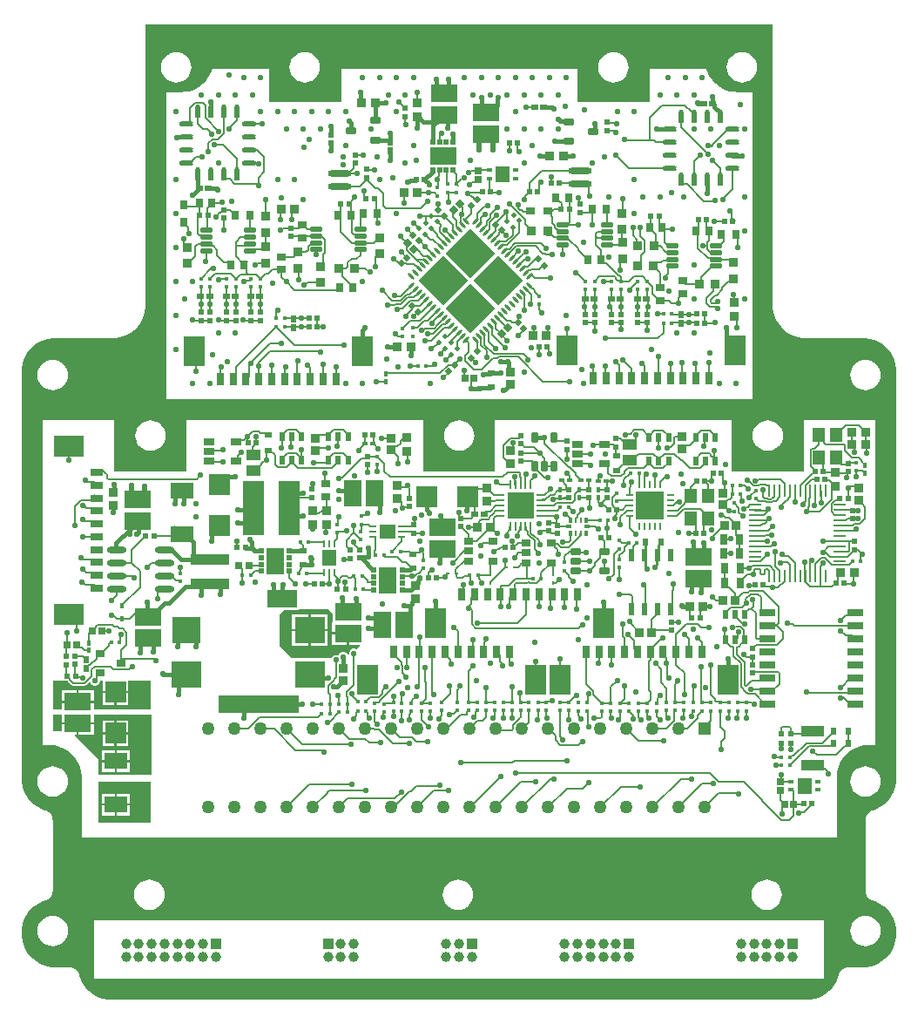
<source format=gtl>
G04*
G04 #@! TF.GenerationSoftware,Altium Limited,Altium Designer,21.4.1 (30)*
G04*
G04 Layer_Physical_Order=1*
G04 Layer_Color=255*
%FSLAX25Y25*%
%MOIN*%
G70*
G04*
G04 #@! TF.SameCoordinates,52388346-E8D1-4751-8710-1ABE23D8764D*
G04*
G04*
G04 #@! TF.FilePolarity,Positive*
G04*
G01*
G75*
%ADD11C,0.00600*%
%ADD13C,0.00800*%
%ADD16C,0.02000*%
%ADD17C,0.01000*%
%ADD26R,0.01772X0.01772*%
%ADD27R,0.01772X0.01968*%
%ADD28R,0.01772X0.01772*%
%ADD29R,0.03568X0.03563*%
%ADD30R,0.02205X0.02047*%
%ADD31R,0.02047X0.02047*%
%ADD32R,0.02047X0.02205*%
%ADD33O,0.00984X0.04921*%
%ADD34O,0.04921X0.00984*%
%ADD35R,0.02953X0.03937*%
%ADD36R,0.03543X0.03740*%
%ADD37R,0.02047X0.02047*%
%ADD38R,0.02205X0.03347*%
G04:AMPARAMS|DCode=39|XSize=43.31mil|YSize=23.62mil|CornerRadius=2.01mil|HoleSize=0mil|Usage=FLASHONLY|Rotation=0.000|XOffset=0mil|YOffset=0mil|HoleType=Round|Shape=RoundedRectangle|*
%AMROUNDEDRECTD39*
21,1,0.04331,0.01961,0,0,0.0*
21,1,0.03929,0.02362,0,0,0.0*
1,1,0.00402,0.01965,-0.00980*
1,1,0.00402,-0.01965,-0.00980*
1,1,0.00402,-0.01965,0.00980*
1,1,0.00402,0.01965,0.00980*
%
%ADD39ROUNDEDRECTD39*%
%ADD40R,0.00984X0.02756*%
%ADD41R,0.05315X0.06496*%
%ADD42R,0.08268X0.11811*%
%ADD43R,0.03150X0.05118*%
%ADD44R,0.07874X0.07874*%
%ADD45R,0.06704X0.10261*%
%ADD46R,0.11024X0.11024*%
%ADD47O,0.03150X0.00984*%
%ADD48O,0.00984X0.03150*%
%ADD49R,0.04724X0.05512*%
%ADD50R,0.03740X0.03543*%
%ADD51R,0.02362X0.03150*%
%ADD52R,0.07874X0.20866*%
%ADD53R,0.02953X0.03347*%
%ADD54R,0.03740X0.03150*%
%ADD55R,0.02756X0.03543*%
%ADD56R,0.03150X0.02362*%
%ADD57R,0.01968X0.02953*%
%ADD58R,0.02362X0.02165*%
%ADD59P,0.03062X4X90.0*%
%ADD60R,0.01968X0.02165*%
%ADD61R,0.06496X0.02992*%
%ADD62R,0.02362X0.03740*%
%ADD63R,0.03543X0.03150*%
%ADD64R,0.00984X0.01417*%
%ADD65R,0.03543X0.02559*%
%ADD66O,0.07480X0.02362*%
%ADD67R,0.02756X0.00984*%
%ADD68R,0.06496X0.05315*%
G04:AMPARAMS|DCode=69|XSize=20mil|YSize=50mil|CornerRadius=5mil|HoleSize=0mil|Usage=FLASHONLY|Rotation=180.000|XOffset=0mil|YOffset=0mil|HoleType=Round|Shape=RoundedRectangle|*
%AMROUNDEDRECTD69*
21,1,0.02000,0.04000,0,0,180.0*
21,1,0.01000,0.05000,0,0,180.0*
1,1,0.01000,-0.00500,0.02000*
1,1,0.01000,0.00500,0.02000*
1,1,0.01000,0.00500,-0.02000*
1,1,0.01000,-0.00500,-0.02000*
%
%ADD69ROUNDEDRECTD69*%
G04:AMPARAMS|DCode=70|XSize=20mil|YSize=50mil|CornerRadius=5mil|HoleSize=0mil|Usage=FLASHONLY|Rotation=90.000|XOffset=0mil|YOffset=0mil|HoleType=Round|Shape=RoundedRectangle|*
%AMROUNDEDRECTD70*
21,1,0.02000,0.04000,0,0,90.0*
21,1,0.01000,0.05000,0,0,90.0*
1,1,0.01000,0.02000,0.00500*
1,1,0.01000,0.02000,-0.00500*
1,1,0.01000,-0.02000,-0.00500*
1,1,0.01000,-0.02000,0.00500*
%
%ADD70ROUNDEDRECTD70*%
%ADD71R,0.08583X0.06378*%
%ADD72R,0.03150X0.03543*%
%ADD73R,0.03591X0.03381*%
%ADD74R,0.08661X0.04331*%
%ADD75R,0.03567X0.03379*%
%ADD76R,0.09921X0.06693*%
%ADD77R,0.01850X0.02205*%
%ADD78R,0.01575X0.01890*%
%ADD79R,0.31102X0.07087*%
%ADD80R,0.11417X0.07087*%
%ADD81R,0.11811X0.09843*%
%ADD82R,0.11024X0.09843*%
G04:AMPARAMS|DCode=83|XSize=17.72mil|YSize=45.28mil|CornerRadius=1.95mil|HoleSize=0mil|Usage=FLASHONLY|Rotation=90.000|XOffset=0mil|YOffset=0mil|HoleType=Round|Shape=RoundedRectangle|*
%AMROUNDEDRECTD83*
21,1,0.01772,0.04138,0,0,90.0*
21,1,0.01382,0.04528,0,0,90.0*
1,1,0.00390,0.02069,0.00691*
1,1,0.00390,0.02069,-0.00691*
1,1,0.00390,-0.02069,-0.00691*
1,1,0.00390,-0.02069,0.00691*
%
%ADD83ROUNDEDRECTD83*%
%ADD84R,0.02165X0.01575*%
%ADD85R,0.05512X0.06102*%
G04:AMPARAMS|DCode=86|XSize=23.62mil|YSize=39.37mil|CornerRadius=2.01mil|HoleSize=0mil|Usage=FLASHONLY|Rotation=270.000|XOffset=0mil|YOffset=0mil|HoleType=Round|Shape=RoundedRectangle|*
%AMROUNDEDRECTD86*
21,1,0.02362,0.03535,0,0,270.0*
21,1,0.01961,0.03937,0,0,270.0*
1,1,0.00402,-0.01768,-0.00980*
1,1,0.00402,-0.01768,0.00980*
1,1,0.00402,0.01768,0.00980*
1,1,0.00402,0.01768,-0.00980*
%
%ADD86ROUNDEDRECTD86*%
G04:AMPARAMS|DCode=87|XSize=23.62mil|YSize=39.37mil|CornerRadius=2.01mil|HoleSize=0mil|Usage=FLASHONLY|Rotation=180.000|XOffset=0mil|YOffset=0mil|HoleType=Round|Shape=RoundedRectangle|*
%AMROUNDEDRECTD87*
21,1,0.02362,0.03535,0,0,180.0*
21,1,0.01961,0.03937,0,0,180.0*
1,1,0.00402,-0.00980,0.01768*
1,1,0.00402,0.00980,0.01768*
1,1,0.00402,0.00980,-0.01768*
1,1,0.00402,-0.00980,-0.01768*
%
%ADD87ROUNDEDRECTD87*%
G04:AMPARAMS|DCode=88|XSize=21.65mil|YSize=49.21mil|CornerRadius=1.95mil|HoleSize=0mil|Usage=FLASHONLY|Rotation=180.000|XOffset=0mil|YOffset=0mil|HoleType=Round|Shape=RoundedRectangle|*
%AMROUNDEDRECTD88*
21,1,0.02165,0.04532,0,0,180.0*
21,1,0.01776,0.04921,0,0,180.0*
1,1,0.00390,-0.00888,0.02266*
1,1,0.00390,0.00888,0.02266*
1,1,0.00390,0.00888,-0.02266*
1,1,0.00390,-0.00888,-0.02266*
%
%ADD88ROUNDEDRECTD88*%
%ADD89O,0.03740X0.00984*%
%ADD90R,0.10236X0.10236*%
%ADD91O,0.00984X0.03740*%
%ADD92R,0.05315X0.04134*%
%ADD93R,0.02441X0.02598*%
%ADD94R,0.02677X0.02520*%
%ADD95R,0.03071X0.02913*%
%ADD96R,0.02992X0.02835*%
G04:AMPARAMS|DCode=97|XSize=9.84mil|YSize=31.5mil|CornerRadius=0mil|HoleSize=0mil|Usage=FLASHONLY|Rotation=135.000|XOffset=0mil|YOffset=0mil|HoleType=Round|Shape=Round|*
%AMOVALD97*
21,1,0.02165,0.00984,0.00000,0.00000,225.0*
1,1,0.00984,0.00766,0.00766*
1,1,0.00984,-0.00766,-0.00766*
%
%ADD97OVALD97*%

%ADD98P,0.18930X4X90.0*%
G04:AMPARAMS|DCode=99|XSize=9.84mil|YSize=31.5mil|CornerRadius=0mil|HoleSize=0mil|Usage=FLASHONLY|Rotation=45.000|XOffset=0mil|YOffset=0mil|HoleType=Round|Shape=Round|*
%AMOVALD99*
21,1,0.02165,0.00984,0.00000,0.00000,135.0*
1,1,0.00984,0.00766,-0.00766*
1,1,0.00984,-0.00766,0.00766*
%
%ADD99OVALD99*%

%ADD100R,0.14567X0.03937*%
%ADD101O,0.09055X0.02362*%
%ADD102R,0.10261X0.06704*%
%ADD103R,0.02598X0.02441*%
%ADD104P,0.02895X4X180.0*%
%ADD105R,0.02520X0.02677*%
%ADD106P,0.02895X4X270.0*%
G04:AMPARAMS|DCode=107|XSize=24.41mil|YSize=25.98mil|CornerRadius=0mil|HoleSize=0mil|Usage=FLASHONLY|Rotation=135.000|XOffset=0mil|YOffset=0mil|HoleType=Round|Shape=Rectangle|*
%AMROTATEDRECTD107*
4,1,4,0.01782,0.00056,-0.00056,-0.01782,-0.01782,-0.00056,0.00056,0.01782,0.01782,0.00056,0.0*
%
%ADD107ROTATEDRECTD107*%

G04:AMPARAMS|DCode=108|XSize=24.41mil|YSize=25.98mil|CornerRadius=0mil|HoleSize=0mil|Usage=FLASHONLY|Rotation=45.000|XOffset=0mil|YOffset=0mil|HoleType=Round|Shape=Rectangle|*
%AMROTATEDRECTD108*
4,1,4,0.00056,-0.01782,-0.01782,0.00056,-0.00056,0.01782,0.01782,-0.00056,0.00056,-0.01782,0.0*
%
%ADD108ROTATEDRECTD108*%

%ADD109R,0.07874X0.07874*%
%ADD110R,0.01417X0.00984*%
%ADD111R,0.03379X0.03567*%
%ADD112R,0.11811X0.08268*%
%ADD113R,0.05118X0.03150*%
%ADD114R,0.01968X0.01772*%
%ADD115R,0.02631X0.02648*%
%ADD116R,0.02165X0.01968*%
%ADD117R,0.02165X0.02165*%
%ADD118R,0.02953X0.01968*%
%ADD119R,0.03347X0.02953*%
%ADD120R,0.03543X0.03150*%
%ADD121R,0.03381X0.03591*%
%ADD122P,0.02506X4X270.0*%
%ADD123P,0.02506X4X360.0*%
%ADD124P,0.03062X4X360.0*%
%ADD125R,0.06693X0.09921*%
%ADD126R,0.02205X0.01850*%
%ADD167R,0.02480X0.01378*%
%ADD168R,0.00984X0.02264*%
%ADD169R,0.01181X0.02264*%
%ADD220C,0.01500*%
%ADD221C,0.05000*%
%ADD222R,0.05000X0.05000*%
%ADD223C,0.03937*%
%ADD224R,0.03937X0.03937*%
%ADD225C,0.02200*%
%ADD226C,0.02402*%
%ADD227C,0.01968*%
%ADD228C,0.02362*%
G36*
X351952Y315982D02*
X351978Y315164D01*
X352192Y313543D01*
X352615Y311964D01*
X353241Y310453D01*
X354058Y309037D01*
X355054Y307740D01*
X356210Y306584D01*
X357507Y305588D01*
X358923Y304771D01*
X360434Y304145D01*
X362013Y303722D01*
X363634Y303509D01*
X364452Y303482D01*
X387515D01*
X389140Y303268D01*
X390722Y302844D01*
X392236Y302217D01*
X393655Y301397D01*
X394955Y300400D01*
X396114Y299241D01*
X397111Y297941D01*
X397931Y296522D01*
X398558Y295008D01*
X398982Y293426D01*
X399196Y291801D01*
Y290982D01*
Y134861D01*
Y133854D01*
X398874Y131867D01*
X398238Y129957D01*
X397305Y128174D01*
X396098Y126562D01*
X394649Y125165D01*
X392995Y124017D01*
X391179Y123149D01*
X390214Y122866D01*
X389914Y122765D01*
X389344Y122492D01*
X388825Y122132D01*
X388370Y121693D01*
X387991Y121187D01*
X387698Y120627D01*
X387498Y120028D01*
X387397Y119404D01*
X387385Y119088D01*
Y92207D01*
X387397Y91891D01*
X387498Y91267D01*
X387698Y90667D01*
X387991Y90107D01*
X388370Y89601D01*
X388825Y89163D01*
X389344Y88802D01*
X389914Y88530D01*
X390214Y88429D01*
X390214Y88429D01*
X391179Y88145D01*
X392995Y87277D01*
X394649Y86129D01*
X396098Y84732D01*
X397305Y83121D01*
X398238Y81337D01*
X398874Y79427D01*
X399196Y77440D01*
Y74611D01*
X398982Y72987D01*
X398558Y71404D01*
X397931Y69890D01*
X397111Y68471D01*
X396114Y67171D01*
X394955Y66013D01*
X393655Y65015D01*
X392236Y64196D01*
X390722Y63569D01*
X389140Y63144D01*
X387515Y62931D01*
X380996D01*
X380669Y62917D01*
X380026Y62809D01*
X379409Y62597D01*
X378835Y62285D01*
X378321Y61883D01*
X377881Y61401D01*
X377526Y60854D01*
X377321Y60381D01*
X377266Y60255D01*
X377174Y59941D01*
X377175Y59941D01*
X376924Y58932D01*
X376097Y57025D01*
X374966Y55280D01*
X373563Y53746D01*
X371925Y52464D01*
X370098Y51471D01*
X368132Y50794D01*
X366082Y50450D01*
X97664D01*
X95613Y50794D01*
X93647Y51471D01*
X91821Y52464D01*
X90183Y53746D01*
X88779Y55280D01*
X87648Y57025D01*
X86821Y58932D01*
X86571Y59941D01*
X86479Y60255D01*
X86220Y60854D01*
X85865Y61401D01*
X85424Y61883D01*
X84910Y62285D01*
X84337Y62597D01*
X83720Y62809D01*
X83076Y62917D01*
X82750Y62931D01*
X76231D01*
X74606Y63144D01*
X73023Y63569D01*
X71509Y64196D01*
X70091Y65015D01*
X68791Y66013D01*
X67632Y67171D01*
X66634Y68471D01*
X65815Y69890D01*
X65188Y71404D01*
X64764Y72987D01*
X64550Y74611D01*
Y77440D01*
X64872Y79427D01*
X65508Y81337D01*
X66441Y83121D01*
X67648Y84732D01*
X69096Y86129D01*
X70750Y87277D01*
X72566Y88145D01*
X73532Y88429D01*
X73532Y88429D01*
X73832Y88530D01*
X74402Y88802D01*
X74921Y89163D01*
X75376Y89601D01*
X75755Y90107D01*
X76048Y90667D01*
X76247Y91267D01*
X76348Y91891D01*
X76361Y92207D01*
Y119088D01*
X76348Y119404D01*
X76247Y120028D01*
X76048Y120627D01*
X75755Y121187D01*
X75376Y121693D01*
X74921Y122132D01*
X74402Y122492D01*
X73832Y122765D01*
X73532Y122866D01*
X72566Y123149D01*
X70750Y124017D01*
X69096Y125165D01*
X67648Y126562D01*
X66441Y128174D01*
X65508Y129957D01*
X64872Y131867D01*
X64550Y133854D01*
Y134861D01*
Y290982D01*
Y291801D01*
X64764Y293426D01*
X65188Y295008D01*
X65815Y296522D01*
X66634Y297941D01*
X67632Y299241D01*
X68791Y300400D01*
X70091Y301397D01*
X71509Y302217D01*
X73023Y302844D01*
X74606Y303268D01*
X76231Y303482D01*
X99294D01*
X100112Y303509D01*
X101733Y303722D01*
X103312Y304145D01*
X104823Y304771D01*
X106239Y305588D01*
X107536Y306584D01*
X108692Y307740D01*
X109687Y309037D01*
X110505Y310453D01*
X111131Y311964D01*
X111554Y313543D01*
X111767Y315164D01*
X111794Y315982D01*
Y423403D01*
X351952D01*
Y315982D01*
D02*
G37*
%LPC*%
G36*
X340157Y412915D02*
X339020Y412803D01*
X337927Y412471D01*
X336919Y411932D01*
X336036Y411208D01*
X335312Y410324D01*
X334773Y409317D01*
X334441Y408224D01*
X334329Y407087D01*
X334441Y405950D01*
X334773Y404856D01*
X335312Y403849D01*
X336036Y402965D01*
X336919Y402241D01*
X337927Y401702D01*
X339020Y401370D01*
X340157Y401259D01*
X341294Y401370D01*
X342388Y401702D01*
X343395Y402241D01*
X344279Y402965D01*
X345003Y403849D01*
X345542Y404856D01*
X345873Y405950D01*
X345986Y407087D01*
X345873Y408224D01*
X345542Y409317D01*
X345003Y410324D01*
X344279Y411208D01*
X343395Y411932D01*
X342388Y412471D01*
X341294Y412803D01*
X340157Y412915D01*
D02*
G37*
G36*
X290945D02*
X289808Y412803D01*
X288715Y412471D01*
X287707Y411932D01*
X286824Y411208D01*
X286099Y410324D01*
X285560Y409317D01*
X285229Y408224D01*
X285117Y407087D01*
X285229Y405950D01*
X285560Y404856D01*
X286099Y403849D01*
X286824Y402965D01*
X287707Y402241D01*
X288715Y401702D01*
X289808Y401370D01*
X290945Y401259D01*
X292082Y401370D01*
X293175Y401702D01*
X294183Y402241D01*
X295066Y402965D01*
X295791Y403849D01*
X296329Y404856D01*
X296661Y405950D01*
X296773Y407087D01*
X296661Y408224D01*
X296329Y409317D01*
X295791Y410324D01*
X295066Y411208D01*
X294183Y411932D01*
X293175Y412471D01*
X292082Y412803D01*
X290945Y412915D01*
D02*
G37*
G36*
X172835D02*
X171698Y412803D01*
X170604Y412471D01*
X169597Y411932D01*
X168713Y411208D01*
X167989Y410324D01*
X167450Y409317D01*
X167119Y408224D01*
X167007Y407087D01*
X167119Y405950D01*
X167450Y404856D01*
X167989Y403849D01*
X168713Y402965D01*
X169597Y402241D01*
X170604Y401702D01*
X171698Y401370D01*
X172835Y401259D01*
X173972Y401370D01*
X175065Y401702D01*
X176073Y402241D01*
X176956Y402965D01*
X177680Y403849D01*
X178219Y404856D01*
X178551Y405950D01*
X178663Y407087D01*
X178551Y408224D01*
X178219Y409317D01*
X177680Y410324D01*
X176956Y411208D01*
X176073Y411932D01*
X175065Y412471D01*
X173972Y412803D01*
X172835Y412915D01*
D02*
G37*
G36*
X123622D02*
X122485Y412803D01*
X121392Y412471D01*
X120384Y411932D01*
X119501Y411208D01*
X118776Y410324D01*
X118238Y409317D01*
X117906Y408224D01*
X117794Y407087D01*
X117906Y405950D01*
X118238Y404856D01*
X118776Y403849D01*
X119501Y402965D01*
X120384Y402241D01*
X121392Y401702D01*
X122485Y401370D01*
X123622Y401259D01*
X124759Y401370D01*
X125852Y401702D01*
X126860Y402241D01*
X127743Y402965D01*
X128468Y403849D01*
X129006Y404856D01*
X129338Y405950D01*
X129450Y407087D01*
X129338Y408224D01*
X129006Y409317D01*
X128468Y410324D01*
X127743Y411208D01*
X126860Y411932D01*
X125852Y412471D01*
X124759Y412803D01*
X123622Y412915D01*
D02*
G37*
G36*
X304821Y406493D02*
Y393658D01*
X277262D01*
Y406493D01*
X186711D01*
Y393658D01*
X159152D01*
Y406493D01*
X137498D01*
X137498Y406493D01*
X137173Y405549D01*
X136301Y403754D01*
X135154Y402120D01*
X133763Y400690D01*
X132161Y399500D01*
X130391Y398579D01*
X128496Y397952D01*
X126526Y397635D01*
X125529Y397595D01*
X119782D01*
Y280036D01*
X344191D01*
Y397595D01*
X338444D01*
X337447Y397635D01*
X335477Y397952D01*
X333582Y398579D01*
X331812Y399500D01*
X330210Y400690D01*
X328819Y402120D01*
X327672Y403754D01*
X326800Y405549D01*
X326475Y406493D01*
X304821Y406493D01*
D02*
G37*
G36*
X387402Y295198D02*
X386265Y295086D01*
X385171Y294754D01*
X384164Y294216D01*
X383280Y293491D01*
X382556Y292608D01*
X382017Y291600D01*
X381685Y290507D01*
X381574Y289370D01*
X381685Y288233D01*
X382017Y287140D01*
X382556Y286132D01*
X383280Y285249D01*
X384164Y284524D01*
X385171Y283986D01*
X386265Y283654D01*
X387402Y283542D01*
X388539Y283654D01*
X389632Y283986D01*
X390639Y284524D01*
X391523Y285249D01*
X392247Y286132D01*
X392786Y287140D01*
X393118Y288233D01*
X393230Y289370D01*
X393118Y290507D01*
X392786Y291600D01*
X392247Y292608D01*
X391523Y293491D01*
X390639Y294216D01*
X389632Y294754D01*
X388539Y295086D01*
X387402Y295198D01*
D02*
G37*
G36*
X76378D02*
X75241Y295086D01*
X74148Y294754D01*
X73140Y294216D01*
X72257Y293491D01*
X71532Y292608D01*
X70994Y291600D01*
X70662Y290507D01*
X70550Y289370D01*
X70662Y288233D01*
X70994Y287140D01*
X71532Y286132D01*
X72257Y285249D01*
X73140Y284524D01*
X74148Y283986D01*
X75241Y283654D01*
X76378Y283542D01*
X77515Y283654D01*
X78608Y283986D01*
X79616Y284524D01*
X80499Y285249D01*
X81224Y286132D01*
X81762Y287140D01*
X82094Y288233D01*
X82206Y289370D01*
X82094Y290507D01*
X81762Y291600D01*
X81224Y292608D01*
X80499Y293491D01*
X79616Y294216D01*
X78608Y294754D01*
X77515Y295086D01*
X76378Y295198D01*
D02*
G37*
G36*
X350000Y271970D02*
X348863Y271858D01*
X347770Y271526D01*
X346762Y270988D01*
X345879Y270263D01*
X345154Y269380D01*
X344616Y268372D01*
X344284Y267279D01*
X344172Y266142D01*
X344284Y265005D01*
X344616Y263912D01*
X345154Y262904D01*
X345879Y262021D01*
X346762Y261296D01*
X347770Y260757D01*
X348863Y260426D01*
X350000Y260314D01*
X351137Y260426D01*
X352230Y260757D01*
X353238Y261296D01*
X354121Y262021D01*
X354846Y262904D01*
X355384Y263912D01*
X355716Y265005D01*
X355828Y266142D01*
X355716Y267279D01*
X355384Y268372D01*
X354846Y269380D01*
X354121Y270263D01*
X353238Y270988D01*
X352230Y271526D01*
X351137Y271858D01*
X350000Y271970D01*
D02*
G37*
G36*
X231890D02*
X230753Y271858D01*
X229660Y271526D01*
X228652Y270988D01*
X227769Y270263D01*
X227044Y269380D01*
X226505Y268372D01*
X226174Y267279D01*
X226062Y266142D01*
X226174Y265005D01*
X226505Y263912D01*
X227044Y262904D01*
X227769Y262021D01*
X228652Y261296D01*
X229660Y260757D01*
X230753Y260426D01*
X231890Y260314D01*
X233027Y260426D01*
X234120Y260757D01*
X235128Y261296D01*
X236011Y262021D01*
X236736Y262904D01*
X237274Y263912D01*
X237606Y265005D01*
X237718Y266142D01*
X237606Y267279D01*
X237274Y268372D01*
X236736Y269380D01*
X236011Y270263D01*
X235128Y270988D01*
X234120Y271526D01*
X233027Y271858D01*
X231890Y271970D01*
D02*
G37*
G36*
X113780D02*
X112643Y271858D01*
X111549Y271526D01*
X110542Y270988D01*
X109659Y270263D01*
X108934Y269380D01*
X108395Y268372D01*
X108063Y267279D01*
X107951Y266142D01*
X108063Y265005D01*
X108395Y263912D01*
X108934Y262904D01*
X109659Y262021D01*
X110542Y261296D01*
X111549Y260757D01*
X112643Y260426D01*
X113780Y260314D01*
X114917Y260426D01*
X116010Y260757D01*
X117017Y261296D01*
X117901Y262021D01*
X118625Y262904D01*
X119164Y263912D01*
X119496Y265005D01*
X119608Y266142D01*
X119496Y267279D01*
X119164Y268372D01*
X118625Y269380D01*
X117901Y270263D01*
X117017Y270988D01*
X116010Y271526D01*
X114917Y271858D01*
X113780Y271970D01*
D02*
G37*
G36*
X391337Y272074D02*
X363778D01*
Y252389D01*
X336219D01*
Y272074D01*
X245668D01*
Y252389D01*
X218109D01*
Y272074D01*
X127558D01*
Y252389D01*
X99998D01*
Y272074D01*
X72439D01*
Y147888D01*
X74900D01*
X75718Y147861D01*
X77339Y147648D01*
X78918Y147224D01*
X80429Y146599D01*
X81845Y145781D01*
X83142Y144786D01*
X84298Y143630D01*
X85293Y142332D01*
X86111Y140916D01*
X86737Y139406D01*
X87160Y137826D01*
X87373Y136205D01*
X87400Y135388D01*
Y112612D01*
X376376D01*
Y135388D01*
X376403Y136205D01*
X376617Y137826D01*
X377040Y139406D01*
X377665Y140916D01*
X378483Y142332D01*
X379478Y143630D01*
X380635Y144786D01*
X381932Y145781D01*
X382354Y146025D01*
X382935D01*
Y146361D01*
X383348Y146599D01*
X384858Y147224D01*
X386438Y147648D01*
X388059Y147861D01*
X388876Y147888D01*
X391337D01*
Y272074D01*
D02*
G37*
G36*
X387402Y139686D02*
X386265Y139574D01*
X385171Y139243D01*
X384164Y138704D01*
X383280Y137979D01*
X382556Y137096D01*
X382017Y136089D01*
X381685Y134995D01*
X381574Y133858D01*
X381685Y132721D01*
X382017Y131628D01*
X382556Y130620D01*
X383280Y129737D01*
X384164Y129012D01*
X385171Y128474D01*
X386265Y128142D01*
X387402Y128030D01*
X388539Y128142D01*
X389632Y128474D01*
X390639Y129012D01*
X391523Y129737D01*
X392247Y130620D01*
X392786Y131628D01*
X393118Y132721D01*
X393230Y133858D01*
X393118Y134995D01*
X392786Y136089D01*
X392247Y137096D01*
X391523Y137979D01*
X390639Y138704D01*
X389632Y139243D01*
X388539Y139574D01*
X387402Y139686D01*
D02*
G37*
G36*
X76378D02*
X75241Y139574D01*
X74148Y139243D01*
X73140Y138704D01*
X72257Y137979D01*
X71532Y137096D01*
X70994Y136089D01*
X70662Y134995D01*
X70550Y133858D01*
X70662Y132721D01*
X70994Y131628D01*
X71532Y130620D01*
X72257Y129737D01*
X73140Y129012D01*
X74148Y128474D01*
X75241Y128142D01*
X76378Y128030D01*
X77515Y128142D01*
X78608Y128474D01*
X79616Y129012D01*
X80499Y129737D01*
X81224Y130620D01*
X81762Y131628D01*
X82094Y132721D01*
X82206Y133858D01*
X82094Y134995D01*
X81762Y136089D01*
X81224Y137096D01*
X80499Y137979D01*
X79616Y138704D01*
X78608Y139243D01*
X77515Y139574D01*
X76378Y139686D01*
D02*
G37*
G36*
X349606Y96379D02*
X348469Y96267D01*
X347376Y95936D01*
X346369Y95397D01*
X345485Y94672D01*
X344761Y93789D01*
X344222Y92782D01*
X343890Y91688D01*
X343778Y90551D01*
X343890Y89414D01*
X344222Y88321D01*
X344761Y87313D01*
X345485Y86430D01*
X346369Y85705D01*
X347376Y85167D01*
X348469Y84835D01*
X349606Y84723D01*
X350743Y84835D01*
X351837Y85167D01*
X352844Y85705D01*
X353728Y86430D01*
X354452Y87313D01*
X354991Y88321D01*
X355323Y89414D01*
X355434Y90551D01*
X355323Y91688D01*
X354991Y92782D01*
X354452Y93789D01*
X353728Y94672D01*
X352844Y95397D01*
X351837Y95936D01*
X350743Y96267D01*
X349606Y96379D01*
D02*
G37*
G36*
X231496D02*
X230359Y96267D01*
X229266Y95936D01*
X228258Y95397D01*
X227375Y94672D01*
X226650Y93789D01*
X226112Y92782D01*
X225780Y91688D01*
X225668Y90551D01*
X225780Y89414D01*
X226112Y88321D01*
X226650Y87313D01*
X227375Y86430D01*
X228258Y85705D01*
X229266Y85167D01*
X230359Y84835D01*
X231496Y84723D01*
X232633Y84835D01*
X233726Y85167D01*
X234734Y85705D01*
X235617Y86430D01*
X236342Y87313D01*
X236880Y88321D01*
X237212Y89414D01*
X237324Y90551D01*
X237212Y91688D01*
X236880Y92782D01*
X236342Y93789D01*
X235617Y94672D01*
X234734Y95397D01*
X233726Y95936D01*
X232633Y96267D01*
X231496Y96379D01*
D02*
G37*
G36*
X113386D02*
X112249Y96267D01*
X111155Y95936D01*
X110148Y95397D01*
X109265Y94672D01*
X108540Y93789D01*
X108001Y92782D01*
X107670Y91688D01*
X107558Y90551D01*
X107670Y89414D01*
X108001Y88321D01*
X108540Y87313D01*
X109265Y86430D01*
X110148Y85705D01*
X111155Y85167D01*
X112249Y84835D01*
X113386Y84723D01*
X114523Y84835D01*
X115616Y85167D01*
X116624Y85705D01*
X117507Y86430D01*
X118232Y87313D01*
X118770Y88321D01*
X119102Y89414D01*
X119214Y90551D01*
X119102Y91688D01*
X118770Y92782D01*
X118232Y93789D01*
X117507Y94672D01*
X116624Y95397D01*
X115616Y95936D01*
X114523Y96267D01*
X113386Y96379D01*
D02*
G37*
G36*
X387402Y82600D02*
X386265Y82488D01*
X385171Y82156D01*
X384164Y81617D01*
X383280Y80893D01*
X382556Y80010D01*
X382017Y79002D01*
X381685Y77909D01*
X381574Y76772D01*
X381685Y75635D01*
X382017Y74541D01*
X382556Y73534D01*
X383280Y72650D01*
X384164Y71926D01*
X385171Y71387D01*
X386265Y71056D01*
X387402Y70943D01*
X388539Y71056D01*
X389632Y71387D01*
X390639Y71926D01*
X391523Y72650D01*
X392247Y73534D01*
X392786Y74541D01*
X393118Y75635D01*
X393230Y76772D01*
X393118Y77909D01*
X392786Y79002D01*
X392247Y80010D01*
X391523Y80893D01*
X390639Y81617D01*
X389632Y82156D01*
X388539Y82488D01*
X387402Y82600D01*
D02*
G37*
G36*
X76378D02*
X75241Y82488D01*
X74148Y82156D01*
X73140Y81617D01*
X72257Y80893D01*
X71532Y80010D01*
X70994Y79002D01*
X70662Y77909D01*
X70550Y76772D01*
X70662Y75635D01*
X70994Y74541D01*
X71532Y73534D01*
X72257Y72650D01*
X73140Y71926D01*
X74148Y71387D01*
X75241Y71056D01*
X76378Y70943D01*
X77515Y71056D01*
X78608Y71387D01*
X79616Y71926D01*
X80499Y72650D01*
X81224Y73534D01*
X81762Y74541D01*
X82094Y75635D01*
X82206Y76772D01*
X82094Y77909D01*
X81762Y79002D01*
X81224Y80010D01*
X80499Y80893D01*
X79616Y81617D01*
X78608Y82156D01*
X77515Y82488D01*
X76378Y82600D01*
D02*
G37*
G36*
X371631Y80726D02*
X92103D01*
Y58325D01*
X371631D01*
Y80726D01*
D02*
G37*
%LPD*%
G36*
X183470Y198230D02*
Y194916D01*
X183270D01*
Y190964D01*
X189400D01*
Y190564D01*
X189800D01*
Y186212D01*
X193758D01*
X193950Y185750D01*
X192611Y184411D01*
X192021Y184655D01*
X191265D01*
X190567Y184366D01*
X190033Y183832D01*
X189743Y183133D01*
Y182575D01*
X189243Y182476D01*
X189175Y182641D01*
X188641Y183175D01*
X187942Y183464D01*
X187187D01*
X186488Y183175D01*
X185954Y182641D01*
X185722Y182082D01*
X185307Y182254D01*
X184551D01*
X183853Y181965D01*
X183318Y181430D01*
X183223Y181200D01*
X168000D01*
X163300Y185900D01*
Y197900D01*
X164735Y199335D01*
X170601D01*
Y199900D01*
X181800D01*
X183470Y198230D01*
D02*
G37*
G36*
X114000Y161300D02*
X92030D01*
Y163936D01*
X85900D01*
X79770D01*
Y161300D01*
X76400D01*
Y172400D01*
X82096D01*
X82292Y172107D01*
X83523Y170876D01*
X83854Y170655D01*
X84244Y170577D01*
X88524D01*
X88914Y170655D01*
X89245Y170876D01*
X90256Y171887D01*
X90846Y171770D01*
X90989Y171424D01*
X91524Y170889D01*
X92222Y170600D01*
X92978D01*
X93676Y170889D01*
X94211Y171424D01*
X94500Y172122D01*
Y172400D01*
X95463D01*
Y168474D01*
X100400D01*
X105337D01*
Y172400D01*
X114000D01*
Y161300D01*
D02*
G37*
G36*
X114300Y136300D02*
X93741D01*
X93700Y136400D01*
Y142300D01*
X84750Y151250D01*
X84942Y151711D01*
X85500D01*
Y155664D01*
X79770D01*
Y153000D01*
X76500D01*
Y159500D01*
X79770D01*
Y156464D01*
X85900D01*
X92030D01*
Y159500D01*
X114300D01*
X114300Y136300D01*
D02*
G37*
G36*
X114000Y118200D02*
X93800D01*
Y133900D01*
X114000D01*
Y118200D01*
D02*
G37*
%LPC*%
G36*
X181628Y197789D02*
X175122D01*
Y192268D01*
X181628D01*
Y197789D01*
D02*
G37*
G36*
X174322D02*
X167816D01*
Y192268D01*
X174322D01*
Y197789D01*
D02*
G37*
G36*
X189000Y190164D02*
X183270D01*
Y186212D01*
X189000D01*
Y190164D01*
D02*
G37*
G36*
X181628Y191468D02*
X175122D01*
Y185947D01*
X181628D01*
Y191468D01*
D02*
G37*
G36*
X174322D02*
X167816D01*
Y185947D01*
X174322D01*
Y191468D01*
D02*
G37*
G36*
X92030Y168688D02*
X86300D01*
Y164736D01*
X92030D01*
Y168688D01*
D02*
G37*
G36*
X85500D02*
X79770D01*
Y164736D01*
X85500D01*
Y168688D01*
D02*
G37*
G36*
X105337Y167674D02*
X100800D01*
Y163137D01*
X105337D01*
Y167674D01*
D02*
G37*
G36*
X100000D02*
X95463D01*
Y163137D01*
X100000D01*
Y167674D01*
D02*
G37*
G36*
X105337Y157263D02*
X100800D01*
Y152726D01*
X105337D01*
Y157263D01*
D02*
G37*
G36*
X100000D02*
X95463D01*
Y152726D01*
X100000D01*
Y157263D01*
D02*
G37*
G36*
X92030Y155664D02*
X86300D01*
Y151711D01*
X92030D01*
Y155664D01*
D02*
G37*
G36*
X105337Y151926D02*
X100800D01*
Y147389D01*
X105337D01*
Y151926D01*
D02*
G37*
G36*
X100000D02*
X95463D01*
Y147389D01*
X100000D01*
Y151926D01*
D02*
G37*
G36*
X105783Y145862D02*
X100892D01*
Y142073D01*
X105783D01*
Y145862D01*
D02*
G37*
G36*
X100092D02*
X95201D01*
Y142073D01*
X100092D01*
Y145862D01*
D02*
G37*
G36*
X105783Y141273D02*
X100892D01*
Y137484D01*
X105783D01*
Y141273D01*
D02*
G37*
G36*
X100092D02*
X95201D01*
Y137484D01*
X100092D01*
Y141273D01*
D02*
G37*
G36*
X105783Y129248D02*
X100892D01*
Y125459D01*
X105783D01*
Y129248D01*
D02*
G37*
G36*
X100092D02*
X95201D01*
Y125459D01*
X100092D01*
Y129248D01*
D02*
G37*
G36*
X105783Y124659D02*
X100892D01*
Y120870D01*
X105783D01*
Y124659D01*
D02*
G37*
G36*
X100092D02*
X95201D01*
Y120870D01*
X100092D01*
Y124659D01*
D02*
G37*
%LPD*%
D11*
X371335Y252600D02*
X371876Y252059D01*
X371233Y252702D02*
X371335Y252600D01*
X371876Y252059D02*
X376000D01*
X384638Y257940D02*
X384778Y257800D01*
X384141Y257940D02*
X384638D01*
X379669Y260498D02*
X382282Y257886D01*
X379669Y260498D02*
Y262423D01*
X379318Y262775D02*
X379669Y262423D01*
X372149Y262775D02*
X379318D01*
X382282Y257886D02*
X384087D01*
X384141Y257940D01*
X371616Y263308D02*
X372149Y262775D01*
X371616Y263308D02*
Y264268D01*
X383800Y250600D02*
Y252525D01*
X383900Y252625D01*
X383700Y250500D02*
X383800Y250600D01*
X339954Y241367D02*
Y243621D01*
X339675Y243900D02*
X339954Y243621D01*
Y241367D02*
X340233Y241088D01*
X340895Y238264D02*
X341328D01*
X342013Y238950D02*
X342410D01*
X341328Y238264D02*
X342013Y238950D01*
X342520Y245800D02*
X342600D01*
X339575Y247100D02*
X341220D01*
X342520Y245800D01*
X350891Y208476D02*
X351267Y208100D01*
X351700D02*
X351713Y208113D01*
X354000D01*
X348898Y208476D02*
X350891D01*
X354000Y208113D02*
X356479Y210591D01*
X351267Y208100D02*
X351700D01*
X348175Y209200D02*
X348898Y208476D01*
X338995Y236905D02*
Y238580D01*
Y236905D02*
X340510Y235390D01*
X337200Y240375D02*
X338995Y238580D01*
X348988Y223787D02*
X351087D01*
X352128Y224828D01*
X345160Y223879D02*
X348896D01*
X348988Y223787D01*
X352128Y224828D02*
X352561D01*
X345160Y225847D02*
X349631D01*
X349791Y225687D01*
X348804Y227816D02*
X349089Y228100D01*
X351400D01*
X345160Y227816D02*
X348804D01*
X342699Y242614D02*
Y242973D01*
X344455Y246961D02*
X346521D01*
X342415Y249000D02*
X344455Y246961D01*
X345221Y248882D02*
X345506Y249167D01*
X349740Y242078D02*
X350038Y241779D01*
X348998Y242078D02*
X349740D01*
X348281Y242795D02*
X348998Y242078D01*
X348281Y242795D02*
Y245500D01*
X349386Y247082D02*
X350396D01*
X349068Y247400D02*
X349386Y247082D01*
X346960Y247400D02*
X349068D01*
X346400Y249300D02*
X354955D01*
X335200Y237300D02*
X335237Y237263D01*
X342729Y208929D02*
X344754D01*
X345025Y209200D01*
X364604Y209996D02*
X366244Y208356D01*
X364279Y210561D02*
Y217444D01*
Y210561D02*
X364604Y210236D01*
Y209996D02*
Y210236D01*
X370258Y212560D02*
Y216038D01*
Y208356D02*
Y212560D01*
X366244Y208356D02*
X370258D01*
X374681D01*
X376025Y209700D01*
X370258Y216038D02*
X371194Y216973D01*
Y217407D01*
X380100Y250000D02*
X380371Y250271D01*
Y252057D02*
X380700Y252386D01*
X380371Y250271D02*
Y252057D01*
X380079Y251765D02*
X380700Y252386D01*
X362510Y247134D02*
X367252Y251876D01*
X367462D01*
X368175Y252589D02*
Y252799D01*
X367462Y253324D02*
X367987Y252799D01*
X367462Y253324D02*
Y253511D01*
Y251876D02*
X368175Y252589D01*
X362384Y245040D02*
X362510Y245166D01*
X367987Y252799D02*
X368175D01*
X366391Y254582D02*
X367462Y253511D01*
X362510Y245166D02*
Y247134D01*
X366391Y254582D02*
Y260757D01*
X366860Y261225D01*
X371257Y252600D02*
X371335D01*
X369553Y257276D02*
Y257669D01*
Y257276D02*
X371233Y255596D01*
X366985Y249500D02*
X368825D01*
X371233Y252702D02*
Y255596D01*
X367925Y261225D02*
X369553Y262854D01*
X366860Y261225D02*
X367925D01*
X383900Y252625D02*
X386263D01*
X387200Y251824D02*
Y251922D01*
X386380Y252508D02*
X386614D01*
X386263Y252625D02*
X386380Y252508D01*
X386614D02*
X387200Y251922D01*
X380800Y245965D02*
Y246700D01*
X380700Y252386D02*
Y252465D01*
X381424Y255775D02*
X383900D01*
X381424D02*
Y256338D01*
X380700Y255614D02*
X381424Y256338D01*
X380700Y255535D02*
Y255614D01*
X384778Y257800D02*
X385766Y256812D01*
Y256309D02*
Y256812D01*
Y256309D02*
X387200Y254875D01*
X387800Y259500D02*
Y262259D01*
X376294Y251765D02*
X380079D01*
X376000Y252059D02*
X376294Y251765D01*
X380378Y255213D02*
X380700Y255535D01*
X378309Y255213D02*
X380378D01*
X376247Y257276D02*
Y257669D01*
Y257276D02*
X378309Y255213D01*
X386184Y240052D02*
Y240054D01*
X387300Y234613D02*
Y238936D01*
X384702Y241536D02*
X386184Y240054D01*
Y240052D02*
X387300Y238936D01*
X384700Y241536D02*
X384702D01*
X385089Y232402D02*
X387300Y234613D01*
X387359Y262700D02*
X387800Y262259D01*
X387200Y254776D02*
Y254875D01*
X380766Y242231D02*
Y245965D01*
X380735Y242200D02*
X380766Y242231D01*
X360416Y240716D02*
Y245040D01*
X364353Y241012D02*
Y245257D01*
X364353Y245040D02*
Y246905D01*
X364739Y247291D01*
X364776D01*
X366985Y249500D01*
X369553Y262854D02*
Y266331D01*
X371616Y264268D01*
X372214Y249261D02*
X373581D01*
X375902Y246941D01*
X371975Y249500D02*
X372214Y249261D01*
X371251Y250224D02*
X371975Y249500D01*
X364900Y237100D02*
X369825D01*
X372438Y239713D01*
Y239776D01*
X374430Y241768D01*
Y245469D01*
X375902Y246941D01*
X380800Y246700D02*
X384264D01*
X384700Y246264D01*
X383215Y232402D02*
X385089D01*
X382566Y231753D02*
X383215Y232402D01*
X377640Y231753D02*
X382566D01*
X377640Y231753D02*
X377640Y231753D01*
X382400Y234425D02*
X384425D01*
X384500Y234500D01*
X380417Y234425D02*
X382400D01*
Y237575D02*
X384575D01*
X382316Y237658D02*
X382400Y237575D01*
X377640Y237658D02*
X382316D01*
X377640Y233721D02*
X379713D01*
X380417Y234425D01*
X375672Y235690D02*
X377640D01*
X374379Y236982D02*
Y240162D01*
X375694Y241476D01*
X376941D01*
X377665Y242200D01*
X374379Y236982D02*
X375672Y235690D01*
X257145Y296788D02*
X258300Y295633D01*
Y295200D02*
Y295633D01*
X257145Y296788D02*
Y296855D01*
X328900Y227362D02*
X333338Y231800D01*
X328900Y226900D02*
Y227362D01*
X340913Y133787D02*
X347863Y126837D01*
Y126450D02*
Y126837D01*
Y126450D02*
X355113Y119200D01*
X358287D01*
X331200Y133787D02*
X340913D01*
X354800Y126689D02*
Y130368D01*
X356389Y125100D02*
X356468D01*
X354800Y126689D02*
X356389Y125100D01*
X384787Y270170D02*
X387359Y267598D01*
X379692Y270170D02*
X384787D01*
X376247Y266724D02*
X379692Y270170D01*
X387359Y262700D02*
X387459Y262800D01*
Y267400D01*
X387359Y267500D02*
X387459Y267400D01*
X387359Y267500D02*
Y267598D01*
X376247Y266331D02*
Y266724D01*
X366170Y245106D02*
X366321Y245257D01*
X336425Y247100D02*
X336475Y247050D01*
Y244050D02*
Y247050D01*
Y244050D02*
X336575Y243950D01*
X343087Y239627D02*
X344943D01*
X342410Y238950D02*
X343087Y239627D01*
X342200Y249000D02*
X342415D01*
X355275Y143250D02*
X355325Y143200D01*
X352600Y143300D02*
X352650Y143250D01*
X355275D01*
X384675Y222525D02*
X386300Y220900D01*
X383100Y222525D02*
X384675D01*
X385575Y220175D02*
X386300Y220900D01*
X385575Y218000D02*
Y220175D01*
X381106Y216681D02*
X382425Y218000D01*
X374606Y216681D02*
X381106D01*
X371787Y219500D02*
X374606Y216681D01*
X370600Y219500D02*
X371787D01*
X368290Y217190D02*
X370600Y219500D01*
X368290Y212560D02*
Y217190D01*
X373822Y219942D02*
X377857D01*
X372264Y221500D02*
X373822Y219942D01*
X371100Y221500D02*
X372264D01*
X371100D02*
X373228Y223628D01*
X366831Y217975D02*
Y218408D01*
X366321Y217465D02*
X366831Y217975D01*
X366321Y212343D02*
Y217465D01*
X364018Y217705D02*
X364279Y217444D01*
X382800Y209500D02*
Y213441D01*
X383059Y213700D01*
X379175Y209700D02*
X379375Y209500D01*
X382800D01*
X376749Y210424D02*
Y212508D01*
X377941Y213700D01*
X371353Y225847D02*
X377640D01*
X380925D02*
X382928D01*
X377640D02*
X380925D01*
X382928D02*
X383100Y225675D01*
X379000Y219800D02*
X380375D01*
X383100Y222525D01*
X377640Y221910D02*
X377640Y221910D01*
X380925D01*
X381276Y222262D01*
Y225496D01*
X380925Y225847D02*
X381276Y225496D01*
X375337Y223879D02*
X377640D01*
X346447Y240978D02*
X349284D01*
X352416Y242946D02*
Y245131D01*
X352468Y245183D01*
X351564Y240680D02*
X351863Y240978D01*
X349284D02*
X349582Y240680D01*
X353016Y240978D02*
X353893Y241854D01*
X351407Y242078D02*
X351548D01*
X351863Y240978D02*
X353016D01*
X349582Y240680D02*
X351564D01*
X351108Y241779D02*
X351407Y242078D01*
X350038Y241779D02*
X351108D01*
X351548Y242078D02*
X352416Y242946D01*
X346267Y249167D02*
X346400Y249300D01*
X345506Y249167D02*
X346267D01*
X350573Y245257D02*
Y246905D01*
X346521Y246961D02*
X346960Y247400D01*
X350396Y247082D02*
X350573Y246905D01*
X342699Y242973D02*
X343099D01*
X345400Y245275D01*
X346086Y241339D02*
Y241439D01*
X345400Y242125D02*
X346086Y241439D01*
X354510Y242737D02*
Y245257D01*
X353893Y242120D02*
X354510Y242737D01*
X353893Y241854D02*
Y242120D01*
X346086Y241339D02*
X346447Y240978D01*
X356478Y245257D02*
Y247777D01*
X354955Y249300D02*
X356478Y247777D01*
Y245257D02*
X356479Y245257D01*
X344943Y217973D02*
X347173D01*
X349900Y220700D01*
X357357Y217782D02*
X358447Y216691D01*
X355282Y217782D02*
X357357D01*
X344703Y214516D02*
X344900Y214713D01*
X342119Y212958D02*
X344396D01*
X344703Y213264D02*
Y214516D01*
X344900Y214713D02*
Y215042D01*
X339453Y210292D02*
X342119Y212958D01*
X344396D02*
X344703Y213264D01*
X343313Y215500D02*
X344154Y216342D01*
X339353Y215500D02*
X343313D01*
X344154Y216342D02*
X350729D01*
X350030Y215042D02*
X350200Y214871D01*
X349103Y215042D02*
X350030D01*
X348751Y214690D02*
X349103Y215042D01*
X348751Y213362D02*
Y214690D01*
X348431Y213042D02*
X348751Y213362D01*
X347471Y213042D02*
X348431D01*
X347151Y213362D02*
X347471Y213042D01*
X347151Y213362D02*
Y214690D01*
X346800Y215042D02*
X347151Y214690D01*
X344900Y215042D02*
X346800D01*
X350200Y214871D02*
X350573Y214498D01*
Y212343D02*
Y214498D01*
X350729Y216342D02*
X352542Y214528D01*
Y212560D02*
Y214528D01*
X339453Y209800D02*
Y210292D01*
X345407Y188893D02*
Y198362D01*
Y188893D02*
X345800Y188500D01*
X349872D01*
X335050Y158150D02*
Y160875D01*
X335100Y160925D01*
X335000Y158100D02*
X335050Y158150D01*
X179183Y163396D02*
X179279Y163492D01*
X175996Y163396D02*
X179183D01*
X175900Y163300D02*
X175996Y163396D01*
X203006Y158706D02*
Y160093D01*
X203346Y160433D01*
X202700Y158400D02*
X203006Y158706D01*
X337163Y237263D02*
X337200Y237225D01*
X335237Y237263D02*
X337163D01*
X293600Y232200D02*
Y235014D01*
X295761Y237175D01*
X350021Y238121D02*
X350100Y238200D01*
X350021Y237579D02*
Y238121D01*
X348074Y232595D02*
X348795D01*
X350167Y234400D02*
X350600D01*
X345017Y233795D02*
X349562D01*
X348795Y232595D02*
X350600Y234400D01*
X349562Y233795D02*
X350167Y234400D01*
X344943Y229784D02*
X350284D01*
X351800Y231300D01*
X344943Y233721D02*
X345017Y233795D01*
X347232Y231753D02*
X348074Y232595D01*
X344943Y231753D02*
X347232D01*
X233400Y205800D02*
Y209100D01*
X232900Y205300D02*
X233400Y205800D01*
X245735Y229126D02*
X246294D01*
X243859Y231002D02*
X245735Y229126D01*
X246294D02*
X246600Y228820D01*
X182150Y213620D02*
X182200Y213670D01*
X182100Y209600D02*
X182150Y209650D01*
Y213620D01*
X368728Y144100D02*
X376254D01*
X367328Y145500D02*
X368728Y144100D01*
X359986Y143786D02*
X364700Y148500D01*
X358475Y140000D02*
X365875Y147400D01*
X374165D01*
X375046Y148281D01*
X367300Y145500D02*
X367328D01*
X370739Y148500D02*
X375046Y152806D01*
X364700Y148500D02*
X370739D01*
X375046Y148281D02*
Y148600D01*
X379873Y147325D02*
X380754Y148206D01*
X379480Y147325D02*
X379873D01*
X380754Y148206D02*
Y148600D01*
X376254Y144100D02*
X379480Y147325D01*
X297038Y194700D02*
X300838Y190900D01*
X297038Y194700D02*
X297338Y195000D01*
X300838Y190900D02*
X300932D01*
X380754Y148994D02*
X381635Y149875D01*
X380754Y148994D02*
Y153200D01*
Y148600D02*
Y148994D01*
X221300Y214800D02*
X221500D01*
X220185Y213685D02*
X221300Y214800D01*
X220185Y211917D02*
Y213685D01*
X152700Y267700D02*
X155251D01*
X150900Y265900D02*
X152700Y267700D01*
X328437Y250992D02*
X329073Y251627D01*
X328437Y248712D02*
Y250992D01*
X333500Y248000D02*
Y248433D01*
X332946Y248987D02*
X333500Y248433D01*
X332946Y248987D02*
Y250904D01*
X332222Y251627D02*
X332946Y250904D01*
X354976Y217476D02*
X355282Y217782D01*
X352800Y216239D02*
Y221938D01*
X355483Y220800D02*
X355833D01*
X352800Y216239D02*
X354510Y214528D01*
Y212560D02*
Y214528D01*
X273300Y251700D02*
X274176Y250824D01*
Y249000D02*
Y250824D01*
X273775Y238800D02*
X275486Y237089D01*
X278732Y237345D02*
Y237738D01*
X277092Y235705D02*
X278732Y237345D01*
X277092Y235126D02*
Y235705D01*
X268076Y235591D02*
X268667Y235000D01*
X263335Y235591D02*
X268076D01*
X268667Y235000D02*
X269100D01*
X268400Y232775D02*
X269100Y232075D01*
Y235000D01*
Y232075D02*
X269400Y231775D01*
X266100Y232775D02*
X268400D01*
X269875Y231300D02*
X274014D01*
X269400Y231775D02*
X269875Y231300D01*
X286025Y227200D02*
X287409Y225816D01*
Y221957D02*
Y225816D01*
X285942Y221076D02*
X286823Y221957D01*
X285942Y219337D02*
Y221076D01*
X281876Y214476D02*
X283962Y216562D01*
X286823Y221957D02*
X287409D01*
X283962Y217357D02*
X285942Y219337D01*
X283962Y216562D02*
Y217357D01*
X276583Y214476D02*
X281876D01*
X149486Y264486D02*
X150900Y265900D01*
X146519Y263782D02*
X147223Y264486D01*
X149486D01*
X150900Y263750D02*
X151150Y263500D01*
X150900Y263750D02*
Y265900D01*
X158180Y267002D02*
X158865Y266317D01*
X155950Y267002D02*
X158180D01*
X155251Y267700D02*
X155950Y267002D01*
X343817Y172304D02*
X348676D01*
X356511Y220122D02*
X357800D01*
X355833Y220800D02*
X356511Y220122D01*
X360416Y212343D02*
Y217507D01*
X358447Y212343D02*
Y216691D01*
X357800Y220122D02*
X360416Y217507D01*
X340700Y188146D02*
X341055Y187792D01*
X333600Y188077D02*
Y192000D01*
X348676Y172304D02*
X349872Y173500D01*
X341874Y170361D02*
X343817Y172304D01*
X341055Y187792D02*
X341340Y188077D01*
X341055Y187221D02*
Y187792D01*
X341055D02*
X341055D01*
X341025Y170712D02*
X341377Y170361D01*
X341874D01*
X341025Y170712D02*
Y179519D01*
X337704Y193000D02*
X339587D01*
X340700Y188146D02*
Y191887D01*
X340538Y186704D02*
X341055Y187221D01*
X339587Y193000D02*
X340700Y191887D01*
X339967Y186704D02*
X340538D01*
X339502Y186239D02*
X339967Y186704D01*
X338250Y182295D02*
X341025Y179519D01*
X339502Y186073D02*
Y186239D01*
X339034Y185604D02*
X339502Y186073D01*
X338634Y185604D02*
X339034D01*
X338250Y182295D02*
Y185219D01*
X338634Y185604D01*
X341627Y168286D02*
X342613Y167300D01*
X345196D01*
X341612Y168286D02*
X341627D01*
X348996Y163500D02*
X349872D01*
X345196Y167300D02*
X348996Y163500D01*
X336598Y185500D02*
X336950Y185149D01*
Y181756D02*
Y185149D01*
X335866Y185500D02*
X336598D01*
X339725Y170174D02*
Y178981D01*
Y170174D02*
X341612Y168286D01*
X336950Y181756D02*
X339725Y178981D01*
X333860Y187506D02*
Y188077D01*
Y187506D02*
X335866Y185500D01*
X333347Y221100D02*
X335876D01*
X335976Y221000D01*
X333147Y226600D02*
X335676D01*
X335776Y226700D01*
X356479Y210591D02*
Y212560D01*
X332300Y235800D02*
X332733D01*
X333888Y234645D01*
X335191D01*
X336016Y233821D01*
Y233658D02*
Y233821D01*
Y233658D02*
X337874Y231800D01*
X337968D01*
X333338D02*
X333432D01*
X243859Y231002D02*
Y231100D01*
X245331Y232572D02*
Y234805D01*
X243859Y231100D02*
X245331Y232572D01*
Y234805D02*
X246117Y235591D01*
X247391D01*
X235376Y225740D02*
Y228601D01*
X232677Y231299D02*
X235376Y228601D01*
Y225740D02*
X238598D01*
X243859Y231002D01*
X254301Y227799D02*
X254413Y227911D01*
X250206Y227980D02*
X250244Y227941D01*
X252200Y225800D02*
X252675Y225325D01*
Y223300D02*
Y225325D01*
X254415Y225040D02*
X257676D01*
X252675Y223300D02*
X254415Y225040D01*
X185600Y166700D02*
X185972Y166328D01*
Y163592D02*
Y166328D01*
X221000Y158000D02*
X221012Y158012D01*
Y160736D01*
X237400Y158400D02*
X238344Y159344D01*
Y160746D01*
X238728Y161130D01*
X245043Y158143D02*
X245521Y158621D01*
X244861Y158143D02*
X245043D01*
X245521Y158621D02*
Y161130D01*
X265306Y158564D02*
X265593Y158278D01*
X265306Y158564D02*
Y161130D01*
X273721Y157621D02*
X274000Y157900D01*
X273687Y157621D02*
X273721D01*
X274000Y157900D02*
Y161025D01*
X293000Y157600D02*
X293500Y158100D01*
Y160700D01*
X303789Y158347D02*
Y160736D01*
X304140Y157995D02*
X304418D01*
X303789Y158347D02*
X304140Y157995D01*
X311200Y158800D02*
X312000Y158000D01*
X311200Y158800D02*
Y161000D01*
X317546Y158046D02*
X318000Y158500D01*
X317452Y158046D02*
X317546D01*
X318000Y158500D02*
Y161025D01*
X290539Y242614D02*
X292200Y244275D01*
X290514Y242614D02*
X290539D01*
X290514Y239908D02*
Y242614D01*
X290946Y239228D02*
X292272Y237902D01*
X290946Y239228D02*
Y239476D01*
X290514Y239908D02*
X290946Y239476D01*
X291600Y234500D02*
Y235306D01*
X292272Y235978D02*
Y237902D01*
X291600Y235306D02*
X292272Y235978D01*
X295953Y239476D02*
X297036D01*
X292272Y237902D02*
X294378D01*
X295953Y239476D01*
X291800Y258853D02*
X292100Y258553D01*
X291800Y258853D02*
Y261925D01*
X287418Y262840D02*
X290885D01*
X291800Y261925D01*
X283100Y262600D02*
X283340Y262840D01*
X287418D01*
X179675Y209600D02*
X182100D01*
X87876Y227524D02*
X93327D01*
X378836Y166288D02*
X381624Y163500D01*
X378000Y165950D02*
X378306Y166256D01*
X378803D02*
X378836Y166288D01*
X378306Y166256D02*
X378803D01*
X378000Y169950D02*
X378074D01*
X381624Y163500D02*
X383376D01*
X378074Y169950D02*
X381624Y173500D01*
X383376D01*
X382180Y189696D02*
X383376Y188500D01*
X379704Y189696D02*
X382180D01*
X377900Y191500D02*
X379704Y189696D01*
X377900Y195500D02*
X379704Y197304D01*
X382180D02*
X383376Y198500D01*
X379704Y197304D02*
X382180D01*
X338402Y190702D02*
X338691Y190991D01*
X338710D01*
X337600Y188077D02*
X338402Y188880D01*
Y190702D01*
X373228Y223628D02*
X375086D01*
X375337Y223879D01*
X370398Y240640D02*
X370538Y240500D01*
X370398Y240640D02*
Y245117D01*
X370258Y245257D02*
X370398Y245117D01*
X368047Y239643D02*
Y245014D01*
X368290Y245257D01*
X367804Y239400D02*
X368047Y239643D01*
X365804Y242220D02*
X366170Y242586D01*
Y245106D01*
X365804Y239201D02*
Y242220D01*
X365500Y238898D02*
X365804Y239201D01*
X363666Y239892D02*
Y240325D01*
X365500Y238079D02*
Y238898D01*
X363666Y240325D02*
X364353Y241012D01*
X383284Y229784D02*
X383900Y230400D01*
X377857Y229784D02*
X383284D01*
X371300Y225900D02*
X371353Y225847D01*
X348541Y235941D02*
X350100Y237500D01*
X344943Y235690D02*
X345195Y235941D01*
X348541D01*
X350021Y237579D02*
X350100Y237500D01*
X345181Y237579D02*
X350021D01*
X324400Y177700D02*
X324500Y177800D01*
X324400Y164575D02*
Y177700D01*
X216681Y183571D02*
X216927Y183817D01*
Y189000D01*
X242272Y164279D02*
X245521D01*
X242286Y169686D02*
X242300Y169700D01*
X242272Y164279D02*
X242286Y164294D01*
Y169686D01*
X215900Y170100D02*
X216681Y170881D01*
Y183571D01*
X295000Y249350D02*
X297550Y251900D01*
X295000Y247000D02*
Y249350D01*
X325937Y248712D02*
X328437D01*
X336139Y243514D02*
X336575Y243950D01*
X336139Y242403D02*
Y243514D01*
X335521Y241785D02*
X336139Y242403D01*
X335358Y241785D02*
X335521D01*
X335258Y241685D02*
X335358Y241785D01*
X334758Y241685D02*
X335258D01*
X332900Y239826D02*
X334758Y241685D01*
X332900Y239732D02*
Y239826D01*
X355200Y238991D02*
Y239554D01*
X355079Y238870D02*
X355200Y238991D01*
Y239554D02*
X357031Y241386D01*
X357361D01*
X358447Y242737D02*
Y245257D01*
X357361Y241386D02*
X357830Y241854D01*
Y242120D01*
X358447Y242737D01*
X355089Y140236D02*
X355325Y140000D01*
X353064Y140236D02*
X355089D01*
X375046Y152806D02*
Y153200D01*
X358475Y143200D02*
X359061Y143786D01*
X359986D01*
X355200Y134232D02*
Y136400D01*
X354800Y133832D02*
X355200Y134232D01*
X344144Y203562D02*
X344532Y203173D01*
X343500Y205500D02*
X346211D01*
X343462Y205462D02*
X343500Y205500D01*
X343357Y205462D02*
X343462D01*
X341649Y203754D02*
X343357Y205462D01*
X341649Y202051D02*
Y203754D01*
X347364Y201596D02*
X347560Y201400D01*
X347364Y201596D02*
Y204346D01*
X355600Y191400D02*
X355800Y191200D01*
X341649Y202051D02*
X341700Y202000D01*
X346211Y205500D02*
X347364Y204346D01*
X343889Y199880D02*
X345407Y198362D01*
X348756Y198500D02*
X349872D01*
X347560Y199696D02*
X348756Y198500D01*
X347560Y199696D02*
Y201400D01*
X359001Y130632D02*
X359296D01*
X359932Y125100D02*
Y129996D01*
X359296Y130632D02*
X359932Y129996D01*
X355600Y124232D02*
X356468Y125100D01*
X355600Y121400D02*
Y124232D01*
X354800Y133832D02*
X354851Y133782D01*
X359001D01*
X359932Y125100D02*
X363524D01*
X363924Y125500D01*
X358287Y119200D02*
X359932Y120845D01*
Y125100D01*
X327932Y137055D02*
X331200Y133787D01*
X253496Y137055D02*
X327932D01*
X344532Y200827D02*
Y203173D01*
X226524Y182587D02*
X228647Y180463D01*
Y178953D02*
X228900Y178700D01*
X228647Y178953D02*
Y180463D01*
X228642Y167579D02*
Y170098D01*
X228340Y170400D02*
X228642Y170098D01*
X231248Y164280D02*
Y168915D01*
X232300Y169967D01*
Y170400D01*
X226524Y182587D02*
Y183571D01*
X309153Y171647D02*
X311200Y169600D01*
Y164150D02*
Y169600D01*
X311300Y179200D02*
X311400Y179100D01*
Y173631D02*
Y179100D01*
X309153Y171647D02*
Y176947D01*
X307100Y179000D02*
X309153Y176947D01*
X201661Y164800D02*
X208870Y172009D01*
Y172283D01*
X209988Y167388D02*
X210200Y167600D01*
X209988Y163886D02*
Y167388D01*
X308005Y164364D02*
Y165672D01*
X308700Y166367D01*
X307526Y163886D02*
X308005Y164364D01*
X308700Y166367D02*
Y166800D01*
X272100Y220000D02*
X274057Y221957D01*
X276583D01*
X272100Y217675D02*
Y220000D01*
X273857Y212069D02*
Y212769D01*
X272100Y214525D02*
X273857Y212769D01*
Y212069D02*
X275550Y210375D01*
X267996Y224661D02*
X269552D01*
X267504D02*
X267996D01*
X268596Y224061D01*
X267617Y225040D02*
X267996Y224661D01*
X278192Y228598D02*
X278384Y228790D01*
X278192Y227811D02*
Y228598D01*
X273881Y223500D02*
X278192Y227811D01*
X270713Y223500D02*
X273881D01*
X269552Y224661D02*
X270713Y223500D01*
X267124Y225040D02*
X267504Y224661D01*
X268596Y223569D02*
X269394Y222771D01*
Y221206D02*
X269700Y220900D01*
X267124Y225040D02*
X267617D01*
X268596Y223569D02*
Y224061D01*
X269394Y221206D02*
Y222771D01*
X271500Y225400D02*
X273700D01*
X274447Y226147D01*
Y228790D01*
X210188Y175316D02*
Y175741D01*
Y175316D02*
X211400Y174104D01*
X210100Y175828D02*
X210188Y175741D01*
X211400Y173700D02*
Y174104D01*
X184929Y173687D02*
Y180354D01*
X183142Y171900D02*
X184929Y173687D01*
X218800Y172084D02*
Y177500D01*
X191600Y182712D02*
X191643Y182755D01*
X191600Y170890D02*
Y182712D01*
X311906Y261906D02*
X312791D01*
X314028Y263143D01*
Y265376D01*
X314516Y265864D01*
X317200D01*
X311600Y261600D02*
X311906Y261906D01*
X329500Y257011D02*
Y260400D01*
Y257011D02*
X329940Y256571D01*
X264665Y263148D02*
Y265453D01*
X274069Y254112D02*
X274803Y253379D01*
X274805D01*
X278525Y249000D02*
Y249000D01*
X264665Y263148D02*
X273701Y254112D01*
X274805Y253379D02*
X276372Y251811D01*
Y251153D02*
X278525Y249000D01*
X276372Y251153D02*
Y251811D01*
X273701Y254112D02*
X274069D01*
X191921Y224454D02*
Y225088D01*
Y224454D02*
X193900Y222475D01*
X191615Y225394D02*
X191921Y225088D01*
X288361Y248715D02*
X290285D01*
X288276Y248800D02*
X288361Y248715D01*
X290285D02*
X290369Y248631D01*
X236656Y234449D02*
X237008Y234800D01*
Y235279D01*
X232677Y234449D02*
X236656D01*
X250206Y227980D02*
Y228957D01*
X239613Y231972D02*
Y233313D01*
X238741Y231100D02*
X239613Y231972D01*
X246013Y237559D02*
X247391D01*
X244721Y236267D02*
X246013Y237559D01*
X244721Y236126D02*
Y236267D01*
X243662Y235067D02*
X244721Y236126D01*
X243662Y234818D02*
Y235067D01*
X243023Y234179D02*
X243662Y234818D01*
X240479Y234179D02*
X243023D01*
X239613Y233313D02*
X240479Y234179D01*
X235501Y231200D02*
X238641D01*
X238741Y231100D01*
X262900Y229100D02*
X263425Y229625D01*
X260234Y228220D02*
X262394Y226060D01*
X259865Y228220D02*
X260234D01*
X259300Y228785D02*
X259865Y228220D01*
X259300Y228785D02*
Y231555D01*
X260789Y222673D02*
Y226109D01*
X259779Y227120D02*
X260789Y226109D01*
X259410Y227120D02*
X259779D01*
X258200Y228329D02*
X259410Y227120D01*
X258200Y228329D02*
Y229309D01*
X262394Y224606D02*
Y226060D01*
X251301Y230052D02*
Y231430D01*
X251426Y231555D01*
X250206Y228957D02*
X251301Y230052D01*
X243747Y237121D02*
Y237262D01*
X242400Y241141D02*
X245553D01*
X245909Y241496D01*
X247391D01*
X242007Y245866D02*
X242400Y246259D01*
X238189Y245866D02*
X242007D01*
X235138Y242815D02*
X238189Y245866D01*
X244620Y243962D02*
X245045Y243538D01*
X244620Y243962D02*
Y244137D01*
X242498Y246259D02*
X244620Y244137D01*
X242400Y246259D02*
X242498D01*
X247317Y243538D02*
X247391Y243465D01*
X245045Y243538D02*
X247317D01*
X242313Y237121D02*
X243747D01*
X241393Y236200D02*
X242313Y237121D01*
X237008Y235279D02*
X237928Y236200D01*
X238007D01*
X237776Y236432D02*
Y240177D01*
Y236432D02*
X238007Y236200D01*
X235138Y242815D02*
X237776Y240177D01*
X246013Y239528D02*
X247391D01*
X243747Y237262D02*
X246013Y239528D01*
X285324Y250424D02*
X285800Y250900D01*
X285324Y248800D02*
Y250424D01*
X254793Y252223D02*
X255145Y251872D01*
Y250558D02*
Y251872D01*
X253329Y247566D02*
Y250227D01*
Y247566D02*
X253394Y247500D01*
X255145Y250558D02*
X255363Y250340D01*
Y247500D02*
Y250340D01*
X250523Y252223D02*
X254793D01*
X253263Y250293D02*
X253329Y250227D01*
X205409Y250300D02*
X248600D01*
X250523Y252223D01*
X251500Y260459D02*
X252500Y261459D01*
Y263300D01*
X251529Y265261D02*
X254926D01*
X255610Y265945D01*
X248830Y262562D02*
X251529Y265261D01*
X255610Y265945D02*
Y266043D01*
X248830Y257913D02*
Y262562D01*
Y257913D02*
X251402Y255341D01*
X251500D01*
X255650Y259409D02*
X262809D01*
X255610Y259449D02*
X255650Y259409D01*
X255610Y262992D02*
Y263091D01*
Y262992D02*
X256294Y262308D01*
X256393D01*
X257001Y261700D01*
X260519D01*
X262809Y259409D01*
X231800Y236900D02*
X231954Y236747D01*
Y235172D02*
Y236747D01*
Y235172D02*
X232677Y234449D01*
X234700Y242377D02*
X235138Y242815D01*
X215907Y213504D02*
X216379D01*
X210018Y212207D02*
X210142Y212331D01*
X216379Y213504D02*
X218200Y215325D01*
X210142Y212331D02*
X214733D01*
X215907Y213504D01*
X257331Y231555D02*
X257457Y231430D01*
X260789Y222673D02*
X262106Y221356D01*
X257457Y230052D02*
X258200Y229309D01*
X262394Y224606D02*
X262700Y224300D01*
X257457Y230052D02*
Y231430D01*
X262106Y221161D02*
Y221356D01*
X215959Y359100D02*
X220200D01*
X222425D01*
X223600Y357925D01*
X285299Y242495D02*
Y242594D01*
X262809Y259409D02*
X264674Y257545D01*
Y254661D02*
Y257545D01*
X288276Y248800D02*
X288475Y248602D01*
Y245580D02*
Y248602D01*
X288514Y245580D02*
X288548Y245546D01*
X288475Y245580D02*
X288514D01*
X156149Y255206D02*
Y255502D01*
X153691Y252747D02*
X156149Y255206D01*
X153100Y252747D02*
X153691D01*
X157794Y256494D02*
X158100Y256800D01*
X157140Y256494D02*
X157794D01*
X156149Y255502D02*
X157140Y256494D01*
X158373Y260412D02*
X158619Y260658D01*
X158865Y260904D01*
X159160D02*
X161403Y258661D01*
X147208Y258533D02*
X148446Y259771D01*
X280463Y233700D02*
X285725D01*
X280353Y233810D02*
X280463Y233700D01*
X289122Y237902D02*
X289201D01*
X288548Y242357D02*
Y242436D01*
X285299Y240787D02*
X286301Y239785D01*
X314909Y190009D02*
X318933Y194033D01*
X189935Y218900D02*
X190300Y219265D01*
X263425Y229625D02*
X266100D01*
X267100Y228625D01*
X269400D01*
X203209Y252499D02*
X205409Y250300D01*
X203209Y252499D02*
Y255452D01*
X291059Y213061D02*
Y220885D01*
X289299Y211300D02*
X291059Y213061D01*
Y220885D02*
X293100Y222925D01*
X280461Y171227D02*
Y183571D01*
X283300Y167033D02*
X286447Y163886D01*
X283300Y167033D02*
Y168387D01*
X281200Y167400D02*
X281400Y167600D01*
X281000Y163975D02*
X281200Y164175D01*
X280461Y171227D02*
X283300Y168387D01*
X281200Y164175D02*
Y167400D01*
X293704Y221104D02*
X294182D01*
X293100Y220500D02*
X293704Y221104D01*
X293100Y218775D02*
Y220500D01*
X294182Y221104D02*
X295211Y222133D01*
Y223485D01*
X293100Y211200D02*
Y215625D01*
X295211Y223485D02*
X296825Y225100D01*
X298540Y220875D02*
Y223666D01*
X298000Y220335D02*
X298540Y220875D01*
Y223666D02*
X299975Y225100D01*
X293100Y226075D02*
X294075Y225100D01*
X296825D01*
X207600Y305200D02*
X208675Y304125D01*
X210300D01*
X213025Y310000D02*
X216771D01*
X211626Y308601D02*
X213025Y310000D01*
X211626Y308601D02*
Y308601D01*
X210300Y307275D02*
X211626Y308601D01*
X224600Y307857D02*
Y307922D01*
X223500Y308378D02*
X226159Y311037D01*
X223500Y308313D02*
Y308378D01*
X224600Y307922D02*
X225557Y308879D01*
X226608D01*
X215737Y307375D02*
X218514Y310152D01*
X219707D02*
X223375Y313821D01*
X214200Y307375D02*
X215737D01*
X218514Y310152D02*
X219707D01*
X224663Y312429D02*
X224767D01*
X220000Y305000D02*
X220257Y305257D01*
X227374Y309645D02*
X227551D01*
X220257Y305257D02*
X222000D01*
X217882Y306400D02*
X218682Y307200D01*
X226608Y308879D02*
X227374Y309645D01*
X223606Y311371D02*
X224663Y312429D01*
X223546Y311371D02*
X223606D01*
X222387Y307200D02*
X223500Y308313D01*
X221600Y309425D02*
X223546Y311371D01*
X218682Y307200D02*
X222387D01*
X217449Y306400D02*
X217882D01*
X222000Y305257D02*
X224600Y307857D01*
X221600Y309100D02*
Y309425D01*
X216771Y310000D02*
X221983Y315212D01*
X216292Y317873D02*
X217808Y319388D01*
X213345Y317873D02*
X216292D01*
X211500Y312166D02*
X213936Y314602D01*
X211500Y311926D02*
Y312166D01*
X215898Y313398D02*
X217385D01*
X214400Y311900D02*
X215898Y313398D01*
X217385D02*
X220591Y316604D01*
X213936Y314602D02*
Y315626D01*
X215832Y315646D02*
X216849D01*
X219199Y317996D01*
X213936Y315626D02*
X215811D01*
X215832Y315646D01*
X210184Y314713D02*
X213345Y317873D01*
X208551Y314713D02*
X210184D01*
X208245Y314406D02*
X208551Y314713D01*
X207458Y316306D02*
X209485D01*
X212152Y318973D01*
X214608D01*
X206313Y317938D02*
X209561D01*
X211696Y320073D01*
X212925D01*
X215024Y322172D01*
X214608Y318973D02*
X216416Y320780D01*
X255000Y343957D02*
Y348300D01*
X250127Y339084D02*
X255000Y343957D01*
X248639Y339084D02*
X250127D01*
X247873Y338319D02*
X248639Y339084D01*
X246481Y339711D02*
X247247Y340476D01*
X249963D01*
X252414Y342927D01*
Y345786D01*
X250376Y337619D02*
X250402Y337593D01*
X249265Y336927D02*
X249957Y337619D01*
X250402Y337593D02*
X251093D01*
X253298Y339798D02*
X263281D01*
X251093Y337593D02*
X253298Y339798D01*
X252651Y337528D02*
Y337595D01*
X250657Y335535D02*
X252651Y337528D01*
X249957Y337619D02*
X250376D01*
X252651Y337595D02*
X253754Y338698D01*
X261102D01*
X243610Y345196D02*
Y347730D01*
X242306Y343886D02*
Y343892D01*
X243610Y345196D01*
X243868Y349544D02*
Y350855D01*
X242510Y348185D02*
X243868Y349544D01*
X242510Y346874D02*
Y348185D01*
X240914Y345279D02*
X242510Y346874D01*
X240914Y345278D02*
Y345279D01*
X246200Y350320D02*
Y350500D01*
X243610Y347730D02*
X246200Y350320D01*
X246413Y353400D02*
X246600D01*
X243868Y350855D02*
X246413Y353400D01*
X254592Y336742D02*
Y336798D01*
X255900Y335100D02*
X257390Y336590D01*
X252049Y334199D02*
X254592Y336742D01*
X252049Y334143D02*
Y334199D01*
X263281Y339798D02*
X265179Y337900D01*
X261102Y338698D02*
X263941Y335859D01*
X257390Y336590D02*
X257485D01*
X255790Y335100D02*
X255900D01*
X253441Y332751D02*
X255790Y335100D01*
X213531Y163886D02*
X213993Y164347D01*
Y165093D01*
X215400Y166500D02*
Y166500D01*
X213993Y165093D02*
X215400Y166500D01*
X265306Y164279D02*
X265621Y164594D01*
X267094D02*
X267400Y164900D01*
X265621Y164594D02*
X267094D01*
X340095Y200395D02*
X341700Y202000D01*
X335961Y200395D02*
X340095D01*
X333860Y198294D02*
X335961Y200395D01*
X343889Y200184D02*
X344532Y200827D01*
X343889Y199880D02*
Y200184D01*
X341340Y198294D02*
X342926Y199880D01*
X343889D01*
X210100Y175828D02*
Y178513D01*
X210000Y178613D02*
X210100Y178513D01*
X210000Y178613D02*
Y179425D01*
X206838Y182587D02*
X210000Y179425D01*
X333860Y197723D02*
Y198294D01*
X341340Y197723D02*
Y198294D01*
X187900Y218900D02*
X189935D01*
X297594Y247994D02*
X297900Y248300D01*
X297594Y246658D02*
Y247994D01*
X297035Y246100D02*
X297594Y246658D01*
X297035Y243414D02*
Y246100D01*
X262057Y164279D02*
X265306D01*
X265306Y164279D01*
X318100Y167100D02*
Y175300D01*
X314909Y178491D02*
X318100Y175300D01*
X314909Y178491D02*
Y183571D01*
X221602Y167598D02*
X222100Y167100D01*
X221602Y167598D02*
Y183571D01*
X235479Y176179D02*
X237300Y178000D01*
X235479Y164279D02*
Y176179D01*
X309412Y188900D02*
X309700D01*
X305067Y184555D02*
X309412Y188900D01*
X308846Y248433D02*
X310776Y250363D01*
X311623D01*
X266700Y245555D02*
Y245900D01*
X264609Y243465D02*
X266700Y245555D01*
X167822Y256081D02*
X170103Y253800D01*
X183248D01*
X185635Y256187D01*
X176046Y255771D02*
X181479D01*
X181895Y256187D01*
X218800Y172084D02*
X219142Y171742D01*
X217469Y163886D02*
X219142Y165559D01*
Y171742D01*
X183113Y171900D02*
X183142D01*
X298059Y199724D02*
Y204727D01*
X298000Y199665D02*
X298059Y199724D01*
X297276Y205509D02*
X298059Y204727D01*
X293191Y205509D02*
X297276D01*
X293100Y205600D02*
X293191Y205509D01*
X313497Y200163D02*
Y206813D01*
X313000Y199665D02*
X313497Y200163D01*
X313900Y207216D02*
Y209500D01*
X313497Y206813D02*
X313900Y207216D01*
X294400Y189613D02*
X295224Y188789D01*
X294400Y189613D02*
Y194033D01*
X256500Y297500D02*
X257145Y296855D01*
X254413Y296400D02*
X264013Y286800D01*
X274200D01*
X247213Y296400D02*
X254413D01*
X252114Y164279D02*
Y170086D01*
X252063Y170137D02*
X252114Y170086D01*
X255200Y167900D02*
X255282Y167818D01*
Y164362D02*
Y167818D01*
Y164362D02*
X255364Y164280D01*
X206838Y182587D02*
Y183571D01*
X293518Y163868D02*
X295100Y165450D01*
X293500Y163850D02*
X293518Y163868D01*
X295100Y165450D02*
Y170500D01*
X324400Y164575D02*
X324900Y164075D01*
X328200Y167078D02*
X329986Y165292D01*
X328200Y167078D02*
Y178300D01*
X328300Y178400D01*
X314909Y183571D02*
Y190009D01*
X323280Y194033D02*
X324513Y192800D01*
X327400D01*
X318933Y194033D02*
X323280D01*
X319815Y228634D02*
X322394D01*
X302941Y251041D02*
X303400Y251500D01*
X302941Y247351D02*
Y251041D01*
X306878Y250878D02*
X307000Y251000D01*
X306878Y247351D02*
Y250878D01*
X330337Y164557D02*
X331218D01*
X329986Y164908D02*
Y165292D01*
X331218Y164557D02*
X331700Y164075D01*
X329986Y164908D02*
X330337Y164557D01*
X314600Y170967D02*
X315500Y171867D01*
Y172300D01*
X314600Y164275D02*
Y170967D01*
X248865Y164279D02*
X252114D01*
X309988Y182587D02*
X311263Y181312D01*
Y181033D02*
X311336Y180960D01*
X311300Y179200D02*
X311336Y179236D01*
X311263Y181033D02*
Y181312D01*
X311336Y179236D02*
Y180960D01*
X309988Y182587D02*
Y183571D01*
X199016Y263091D02*
X200984Y261122D01*
X198835Y266600D02*
X199016Y266420D01*
Y263091D02*
Y266420D01*
X135725Y256171D02*
X135745Y256151D01*
X141249D01*
X141399Y256001D01*
X253274Y219934D02*
X254118Y220778D01*
Y221300D01*
X253274Y219501D02*
Y219934D01*
X247339Y222714D02*
X247925Y223300D01*
X249604D01*
X246547Y222714D02*
X247339D01*
X245533Y221700D02*
X246547Y222714D01*
X245100Y221700D02*
X245533D01*
X261300Y172875D02*
Y179680D01*
X270421Y172744D02*
Y180657D01*
X288500Y227796D02*
Y230700D01*
X288600D02*
Y233228D01*
X288500Y227796D02*
X289096Y227200D01*
X283767Y231300D02*
X284767Y230300D01*
X285495Y230595D02*
X285966D01*
X285200Y230300D02*
X285495Y230595D01*
X284767Y230300D02*
X285200D01*
X285883Y230049D02*
Y230512D01*
X281700Y238500D02*
Y242198D01*
X281462Y242436D02*
X281700Y242198D01*
X276689Y218110D02*
X281791D01*
X276583Y218217D02*
X276689Y218110D01*
X264600Y254587D02*
X268340D01*
X264600D02*
X264674Y254661D01*
X185635Y262280D02*
Y265734D01*
X185341Y261986D02*
X185635Y262280D01*
X268909Y209946D02*
X269722Y210759D01*
X267800Y209946D02*
X268909D01*
X269722Y210759D02*
X270000D01*
X288600Y233228D02*
X289072Y233700D01*
X276900Y205009D02*
X277191Y205300D01*
X276900Y199800D02*
Y205009D01*
X251130Y179703D02*
X251752Y179081D01*
X251130Y179703D02*
Y183571D01*
X251752Y178648D02*
Y179081D01*
X261169Y172744D02*
X261300Y172875D01*
X270243Y241979D02*
X270438Y242174D01*
X268019Y241979D02*
X270243D01*
X270438Y242174D02*
X273425D01*
X267712Y241672D02*
X268019Y241979D01*
X312784Y239476D02*
X313866D01*
X315390Y241000D02*
X316200D01*
X313866Y239476D02*
X315390Y241000D01*
X271774Y242397D02*
X273425D01*
X286301Y239785D02*
Y240110D01*
Y239697D02*
Y239785D01*
Y240110D02*
X288548Y242357D01*
X286301Y239697D02*
X286607Y239390D01*
X285299Y240787D02*
Y242397D01*
X286607Y239390D02*
X287633D01*
X289122Y237902D01*
X280786Y231300D02*
X283767D01*
X273425Y242174D02*
X273688Y242436D01*
X325937Y248712D02*
X327275Y247374D01*
Y243201D02*
Y247374D01*
X320583Y234539D02*
X322394Y232728D01*
Y228634D02*
Y232728D01*
X277918Y242397D02*
X281422D01*
X281462Y242436D01*
X254118Y221300D02*
X256987D01*
X203200Y220300D02*
X203272D01*
X203115Y220215D02*
X203200Y220300D01*
X211507Y217844D02*
X213798Y215554D01*
X210018Y217844D02*
X211507D01*
X208089Y219774D02*
X210018Y217844D01*
X203557Y219774D02*
X208089D01*
X203115Y220215D02*
X203557Y219774D01*
X199428Y220601D02*
Y222126D01*
Y220601D02*
X199728Y220300D01*
X199428Y222126D02*
X199722Y222421D01*
Y227370D01*
X199530Y227562D02*
X199722Y227370D01*
X199235Y227562D02*
X199530D01*
X246613Y295800D02*
X247213Y296400D01*
X245000Y295800D02*
X246613D01*
X240600Y291400D02*
X245000Y295800D01*
X243071Y302229D02*
X246000Y299300D01*
X245213Y297400D02*
X246657D01*
X246757Y297500D02*
X256500D01*
X246657Y297400D02*
X246757Y297500D01*
X241679Y300934D02*
X245213Y297400D01*
X237400Y291400D02*
X240600D01*
X234123Y294677D02*
X237400Y291400D01*
X236479Y295802D02*
X238269Y294012D01*
X236454Y295802D02*
X236479D01*
X234123Y296685D02*
X235447Y298009D01*
X234123Y294677D02*
Y296685D01*
X165840Y254100D02*
X167822Y256081D01*
X185635Y256187D02*
Y256875D01*
X167822Y256081D02*
Y256770D01*
X183876Y259546D02*
X187394D01*
X189375Y257565D01*
X181895D02*
X183876Y259546D01*
X181895Y256187D02*
Y257565D01*
X189375Y256876D02*
Y257565D01*
X304400Y168957D02*
X305067Y168290D01*
X304400Y168957D02*
Y179653D01*
X305067Y180320D01*
X314500Y164175D02*
X314600Y164275D01*
X305067Y165164D02*
Y168290D01*
Y180320D02*
Y184555D01*
X176700Y265261D02*
X177876Y266437D01*
X181880D01*
X181895Y266423D01*
X158865Y260904D02*
X159160D01*
X162569Y254100D02*
X165840D01*
X161403Y255265D02*
X162569Y254100D01*
X161403Y255265D02*
Y258661D01*
X171446Y256886D02*
X171562Y256770D01*
X171446Y256886D02*
Y257575D01*
Y260871D01*
X164081Y256770D02*
Y257459D01*
X166062Y259440D01*
X169581D01*
X171446Y257575D01*
X260700Y250385D02*
Y250818D01*
X260094Y249779D02*
X260700Y250385D01*
X260094Y249776D02*
Y249779D01*
X259300Y248982D02*
X260094Y249776D01*
X259300Y247500D02*
Y248982D01*
X254409Y309488D02*
Y310876D01*
X254900Y311367D02*
Y311800D01*
X254409Y310876D02*
X254900Y311367D01*
X230948Y362411D02*
X232931Y364394D01*
X233494D01*
X233800Y364700D01*
X241679Y300934D02*
Y304703D01*
X240914Y305469D02*
X241679Y304703D01*
X136047Y260494D02*
X141094D01*
X135824Y260271D02*
X136047Y260494D01*
X141094D02*
X141400Y260800D01*
X241400Y187167D02*
X242300Y188067D01*
X241400Y183684D02*
Y187167D01*
X242300Y188067D02*
Y188500D01*
X241287Y183571D02*
X241400Y183684D01*
X238202Y192618D02*
X277554D01*
X236783Y194038D02*
X238202Y192618D01*
X236783Y194038D02*
Y199352D01*
X254413Y229227D02*
X255238Y230052D01*
X254413Y227911D02*
Y229227D01*
X255238Y230052D02*
Y231430D01*
X255363Y231555D01*
X234083Y348741D02*
X236586Y351245D01*
Y354186D01*
X234083Y348490D02*
Y348741D01*
Y348490D02*
X234511Y348062D01*
X229647Y349679D02*
X230991Y348335D01*
X229647Y349679D02*
Y352247D01*
X229703Y352303D01*
X230961Y348305D02*
X230991Y348335D01*
X230961Y346044D02*
Y348305D01*
Y346044D02*
X231727Y345278D01*
X232097Y354425D02*
X233043Y353479D01*
X232097Y354425D02*
Y354697D01*
X226993Y295118D02*
Y295240D01*
X228860Y297108D01*
Y297231D01*
X230189Y293489D02*
X232100Y295400D01*
X230189Y293015D02*
Y293489D01*
X240287Y349309D02*
X241636Y350657D01*
X241710D01*
X242432Y353732D02*
X242700Y354000D01*
X241504Y353732D02*
X242432D01*
X221334Y299372D02*
X221553D01*
X224136Y301955D01*
X224136D01*
X227405Y359065D02*
X227796Y358673D01*
Y355600D02*
Y358673D01*
X226258Y299005D02*
X226392D01*
X224900Y297300D02*
Y297647D01*
X226498Y298898D02*
Y299593D01*
X226392Y299005D02*
X226498Y298898D01*
X224900Y297647D02*
X226258Y299005D01*
X217000Y350100D02*
X217096Y350196D01*
X221340D01*
X225090Y350186D02*
X226114D01*
X221340Y350196D02*
X223369D01*
X223399Y350166D01*
X225070D01*
X225090Y350186D01*
X226114D02*
X229569Y346731D01*
X223886Y352414D02*
Y354696D01*
X223796Y354787D02*
X223886Y354696D01*
X218858Y302334D02*
X221106D01*
X226258Y307487D02*
X228177D01*
X228943Y308253D01*
X221106Y302334D02*
X226258Y307487D01*
X204600Y316000D02*
X207151D01*
X207458Y316306D01*
X202400Y321851D02*
X206313Y317938D01*
X208967Y319500D02*
X209567D01*
X208936Y319532D02*
X208967Y319500D01*
X207100Y319838D02*
X207406Y319532D01*
X202400Y321851D02*
Y321900D01*
X207406Y319532D02*
X208936D01*
X209567Y319500D02*
X213632Y323564D01*
X209766Y331975D02*
X211641D01*
X211899Y331717D01*
X214666D01*
X216416Y329967D01*
X206900Y333900D02*
X208825Y331975D01*
X209766D01*
X209800Y336400D02*
X211993Y334207D01*
Y334202D02*
Y334207D01*
X215650Y333517D02*
X218434D01*
X215650D02*
X217808Y331359D01*
X215468Y333517D02*
X215650D01*
X218235Y334908D02*
X219648D01*
X215741Y337403D02*
X218235Y334908D01*
X211857Y338196D02*
X212100Y338440D01*
X211857Y337127D02*
X215468Y333517D01*
X212100Y338440D02*
Y339741D01*
X218434Y333517D02*
X219199Y332751D01*
X211857Y337127D02*
Y338196D01*
X212045Y339797D02*
X212100Y339741D01*
X219648Y334908D02*
X220414Y334143D01*
X214439Y337403D02*
X215741D01*
X220414Y334143D02*
X220591D01*
X219009Y338509D02*
X221983Y335535D01*
X216832Y340686D02*
X219009Y338509D01*
X214187Y342914D02*
X214286D01*
X216514Y340686D02*
X216832D01*
X209600Y342242D02*
Y342400D01*
X212045Y339797D02*
Y339797D01*
X209600Y342242D02*
X212045Y339797D01*
X216536Y345364D02*
Y345432D01*
X212100Y345000D02*
X214187Y342914D01*
X214668Y347300D02*
X216536Y345432D01*
X214600Y347300D02*
X214668D01*
X216536Y345364D02*
X216671D01*
X219034Y347529D02*
Y350233D01*
X232891Y350522D02*
Y350955D01*
X232353Y349984D02*
X232891Y350522D01*
X233043Y351107D02*
Y353479D01*
X232891Y350955D02*
X233043Y351107D01*
X232353Y347436D02*
X233119Y346670D01*
X232353Y347436D02*
Y349984D01*
X227405Y359065D02*
X227602Y359261D01*
X230948D01*
X229569Y344652D02*
X230335Y343886D01*
X229569Y344652D02*
Y346731D01*
X226640Y341973D02*
X226680D01*
X224500Y344113D02*
X226640Y341973D01*
X224830Y346017D02*
Y346706D01*
X226469Y344900D02*
X228874Y342495D01*
X226400Y344900D02*
X226469D01*
X223567Y347969D02*
X224830Y346706D01*
X224500Y345687D02*
X224830Y346017D01*
X228874Y342495D02*
X228943D01*
X226680Y341973D02*
X227551Y341103D01*
X224500Y344113D02*
Y345687D01*
X223498Y342372D02*
Y343066D01*
X221261Y345302D02*
X223498Y343066D01*
Y342372D02*
X226159Y339711D01*
X220862Y341173D02*
X221913D01*
X218899Y343137D02*
X220862Y341173D01*
X221913D02*
X224767Y338319D01*
X285382Y179282D02*
Y183571D01*
X285300Y179200D02*
X285382Y179282D01*
X289991Y169991D02*
X292500Y172500D01*
X290200Y178600D02*
Y183468D01*
X290303Y183571D01*
X274000Y164175D02*
X276486Y166661D01*
X276900D01*
X344267Y163500D02*
X344700D01*
X341800Y164075D02*
X343692D01*
X344267Y163500D01*
X289991Y163886D02*
Y169991D01*
X235447Y298009D02*
Y301653D01*
X234511Y302589D02*
X235447Y301653D01*
X234511Y302589D02*
Y302685D01*
X242400Y296300D02*
Y298657D01*
Y296300D02*
X242600Y296100D01*
X226000Y288300D02*
X228017Y290317D01*
Y290843D01*
X226363Y304182D02*
X227656D01*
X230335Y306861D01*
X228725Y302363D02*
X231727Y305365D01*
Y305469D01*
X228725Y301820D02*
Y302363D01*
X231087Y302046D02*
X233119Y304077D01*
X231087Y299458D02*
Y302046D01*
X238960Y298308D02*
Y301855D01*
X238130Y302685D02*
X238960Y301855D01*
X251310Y202053D02*
Y204025D01*
X250897Y201639D02*
X251310Y202053D01*
X250897Y200903D02*
Y201639D01*
X248000Y200900D02*
Y204036D01*
X250897Y200903D02*
X250900Y200900D01*
X247200Y204836D02*
X248000Y204036D01*
X251310Y204025D02*
X253348Y206063D01*
X247200Y204836D02*
X247708Y205344D01*
X240287Y300770D02*
X242400Y298657D01*
X240287Y300770D02*
Y303311D01*
X239522Y304077D02*
X240287Y303311D01*
X244463Y304837D02*
X249439Y299861D01*
Y299631D02*
Y299861D01*
X243071Y302229D02*
Y306095D01*
X242306Y306861D02*
X243071Y306095D01*
X260799Y326500D02*
X266700D01*
X259688Y327611D02*
X260799Y326500D01*
X259009Y327183D02*
X259437Y327611D01*
X259688D01*
X295224Y183571D02*
Y188789D01*
X181800Y170587D02*
X183113Y171900D01*
X181800Y167853D02*
Y170587D01*
Y167853D02*
X182429Y167224D01*
Y163492D02*
Y167224D01*
X189122Y163592D02*
Y166126D01*
X188953Y168243D02*
X191600Y170890D01*
X188953Y166295D02*
Y168243D01*
Y166295D02*
X189122Y166126D01*
X196730Y159049D02*
X197681Y158097D01*
X196730Y159049D02*
Y160314D01*
X196209Y160835D02*
X196730Y160314D01*
X237200Y184405D02*
Y188100D01*
X236366Y183571D02*
X237200Y184405D01*
X230000Y192800D02*
X231445Y191355D01*
Y183571D02*
Y191355D01*
X244463Y304837D02*
Y307487D01*
X243698Y308253D02*
X244463Y307487D01*
X248068Y304632D02*
X250300Y302400D01*
X248068Y304632D02*
Y305021D01*
X320705Y324100D02*
X323742D01*
X317500Y325461D02*
X318676Y324284D01*
X320520D01*
X320705Y324100D01*
X250407Y307360D02*
X250463Y307415D01*
X250407Y306058D02*
Y307360D01*
X250103Y307415D02*
X250463D01*
X246481Y311037D02*
X250103Y307415D01*
X245855Y307234D02*
Y308879D01*
X248068Y305021D02*
Y305021D01*
X245855Y307234D02*
X248068Y305021D01*
X245090Y309645D02*
X245855Y308879D01*
X254600Y304500D02*
X256636Y306536D01*
Y307260D01*
X252100Y309488D02*
X254409D01*
X247873Y312429D02*
X250305Y309997D01*
X251590D01*
X252100Y309488D01*
X256225Y320780D02*
X256991Y320015D01*
Y314209D02*
Y320015D01*
X259243Y316600D02*
X259600Y316957D01*
Y320189D01*
X257617Y322172D02*
X259600Y320189D01*
X266800Y204751D02*
X267349Y205300D01*
X266800Y200200D02*
Y204751D01*
X276416Y234450D02*
X277092Y235126D01*
X276416Y233810D02*
Y234450D01*
X262400Y314300D02*
X263600Y313100D01*
X262400Y314300D02*
Y316325D01*
X265059Y335553D02*
X267453D01*
X264753Y335859D02*
X265059Y335553D01*
X263941Y335859D02*
X264753D01*
X240287Y347521D02*
Y349309D01*
X239522Y346670D02*
Y346755D01*
X240287Y347521D01*
X238895Y348828D02*
Y351124D01*
X241504Y353732D01*
X238130Y348062D02*
X238895Y348828D01*
X260860Y254587D02*
Y255374D01*
X259895Y256339D02*
X260860Y255374D01*
X255610Y256339D02*
X259895D01*
X183876Y268404D02*
X187394D01*
X189375Y265734D02*
Y266423D01*
X187394Y268404D02*
X189375Y266423D01*
X181895D02*
X183876Y268404D01*
X147208Y256301D02*
Y258533D01*
X150710Y332711D02*
X150907D01*
X239075Y212700D02*
X239361Y212414D01*
Y211306D02*
Y212414D01*
X235925Y212700D02*
X236111Y212514D01*
Y211472D02*
Y212514D01*
Y211472D02*
X236277Y211306D01*
Y209965D02*
Y211306D01*
X240583Y209700D02*
Y210084D01*
X239361Y211306D02*
X240583Y210084D01*
X233790Y212600D02*
X235825D01*
X235925Y212700D01*
X236277Y209965D02*
X236583Y209659D01*
X230954Y212301D02*
Y213400D01*
Y212301D02*
X231305Y211950D01*
X233140D01*
X233790Y212600D01*
X239075Y212700D02*
X239302Y212927D01*
X243508D01*
X243700Y213119D01*
Y213154D01*
X236277Y209965D02*
X236583Y209659D01*
X235933Y200200D02*
X236781Y199352D01*
X235500Y200633D02*
X236546Y201679D01*
X236781Y199352D02*
X236783D01*
X235500Y200200D02*
X235933D01*
X235500D02*
Y200633D01*
X236546Y204025D02*
X237821Y205300D01*
X236546Y201679D02*
Y204025D01*
X244754Y218260D02*
X245513D01*
X243873Y217379D02*
X244754Y218260D01*
X245513D01*
X243873Y217379D02*
X244754Y218260D01*
X230654Y213592D02*
Y215014D01*
Y213592D02*
X230846Y213400D01*
X230954D01*
X233899Y218260D02*
X234687D01*
X230654Y215014D02*
X233899Y218260D01*
X253659Y211600D02*
X258339D01*
X247708Y208705D02*
X250764D01*
X253699Y209660D02*
X255425D01*
X253348Y209309D02*
X253699Y209660D01*
X250764Y208705D02*
X253659Y211600D01*
X253348Y206063D02*
Y209309D01*
X254662Y215900D02*
X255318Y216556D01*
Y216679D02*
X256199Y217560D01*
X253053Y215900D02*
X254662D01*
X255318Y216556D02*
Y216679D01*
X256199Y217560D02*
X256987D01*
X258147Y210200D02*
X258622D01*
X257861Y209914D02*
X258147Y210200D01*
X255679Y209914D02*
X257861D01*
X255425Y209660D02*
X255679Y209914D01*
X247708Y205344D02*
Y208705D01*
X261589Y209914D02*
X263275Y211600D01*
X258908Y209914D02*
X261589D01*
X258622Y210200D02*
X258908Y209914D01*
X258339Y211600D02*
X260125D01*
X263275D02*
Y213809D01*
X267026Y217560D01*
X257988Y211951D02*
X258339Y211600D01*
X257988Y211951D02*
Y216679D01*
X257107Y217560D02*
X257988Y216679D01*
X256987Y217560D02*
X257107D01*
X267026D02*
X267813D01*
X267800Y213253D02*
Y217547D01*
X267813Y217560D01*
X244754Y218260D02*
X245513D01*
X243873Y217379D02*
X244754Y218260D01*
X245513D01*
X243873Y217379D02*
X244754Y218260D01*
X243873Y213326D02*
Y217379D01*
X243700Y213154D02*
X243873Y213326D01*
X272244Y205274D02*
X272270Y205300D01*
X272244Y200394D02*
Y205274D01*
X248622Y178248D02*
Y178627D01*
X247483Y179765D02*
X248622Y178627D01*
X247483Y179765D02*
Y182296D01*
X200492Y258169D02*
X203209Y255452D01*
X321500Y164075D02*
X321600Y164175D01*
Y170400D02*
X321700Y170500D01*
X321600Y164175D02*
Y170400D01*
X278835Y193900D02*
X279100D01*
X277554Y192618D02*
X278835Y193900D01*
X263408Y239600D02*
X268327D01*
X269261Y240534D02*
X275347D01*
X268327Y239600D02*
X269261Y240534D01*
X232400Y141000D02*
X252344D01*
X253077Y141732D01*
X273327D01*
X263335Y243465D02*
X264609D01*
X206492Y163831D02*
X206870Y164209D01*
Y166470D01*
X207000Y166600D01*
X231534Y361825D02*
Y361825D01*
X276232Y241419D02*
Y243861D01*
X275347Y240534D02*
X276232Y241419D01*
X295761Y237175D02*
Y237212D01*
X296057Y237508D02*
X297036D01*
X295761Y237212D02*
X296057Y237508D01*
X318100Y240013D02*
Y240324D01*
X315595Y237508D02*
X318100Y240013D01*
X317889Y238095D02*
X324113D01*
X327275Y234933D01*
X312784Y235540D02*
X315334D01*
X327275Y234539D02*
Y234933D01*
X312784Y237508D02*
X315595D01*
X315334Y235540D02*
X317889Y238095D01*
X272400Y236000D02*
X272798D01*
X274447Y234351D01*
Y233810D02*
Y234351D01*
X263335Y239528D02*
X263408Y239600D01*
X269852Y244961D02*
X270438Y245546D01*
X269498Y244961D02*
X269852D01*
X268110Y243572D02*
X269498Y244961D01*
X263470Y241630D02*
X264830D01*
X263335Y241496D02*
X263470Y241630D01*
X266772Y243572D02*
X268110D01*
X264830Y241630D02*
X266772Y243572D01*
X320583Y242807D02*
Y246587D01*
X318100Y240324D02*
X320583Y242807D01*
X300973Y247351D02*
X301000Y247378D01*
Y251500D01*
X292200Y241125D02*
X292446Y241371D01*
X296962D01*
X297035Y241445D01*
X206120Y221853D02*
X209979Y225711D01*
X206120Y221656D02*
Y221853D01*
X209979Y225711D02*
Y227562D01*
X300539Y163886D02*
X303789D01*
X305067Y165164D01*
X270500Y164175D02*
X274000D01*
X297036Y230865D02*
X299600Y228300D01*
X297036Y230865D02*
Y235540D01*
X255364Y164280D02*
X258613D01*
X258613Y164279D01*
X308846Y247351D02*
Y248433D01*
X320583Y246587D02*
X322709Y248712D01*
X322787D01*
X325465Y232728D02*
X327275Y234539D01*
X325465Y228634D02*
Y232728D01*
X319831Y183571D02*
Y188609D01*
X318307Y190133D02*
X319831Y188609D01*
X324900Y164075D02*
X328300D01*
X314500Y164175D02*
X318000D01*
X203761Y169734D02*
Y170221D01*
X202658Y168630D02*
X203761Y169734D01*
X202658Y167432D02*
Y168630D01*
X197869Y166039D02*
X201264D01*
X202658Y167432D01*
X199503Y164030D02*
X201162D01*
X201661Y164530D01*
Y164800D01*
X203595Y163831D02*
X206492D01*
X203346Y163583D02*
X203595Y163831D01*
X196209Y164378D02*
X197869Y166039D01*
X199358Y163886D02*
X199503Y164030D01*
X276232Y243861D02*
X277918Y245546D01*
X281422D02*
X281462Y245507D01*
X277918Y245546D02*
X281422D01*
X281462Y245507D02*
X281675Y245720D01*
Y249000D01*
X272964Y246231D02*
X273648Y245546D01*
X273688Y245507D01*
X270438Y245546D02*
X273648D01*
X272964Y246231D02*
Y247161D01*
X271125Y249000D02*
X272964Y247161D01*
X288441Y245546D02*
X288475Y245580D01*
X285299Y245546D02*
X288441D01*
X257331Y247500D02*
Y251147D01*
X257496Y251311D01*
X202071Y265260D02*
X205906D01*
X286447Y163886D02*
X289991D01*
X293518Y163868D02*
X296978D01*
X296996Y163886D01*
X287402Y218110D02*
X287409Y218102D01*
Y214476D02*
Y218102D01*
X246209Y183571D02*
X247483Y182296D01*
X235479Y164280D02*
X238728D01*
X276985Y221555D02*
X280413D01*
X276583Y221957D02*
X276985Y221555D01*
X225343Y164280D02*
X228642Y167579D01*
X217469Y163886D02*
X221012D01*
D13*
X335200Y237300D02*
Y237338D01*
X383300Y259786D02*
Y261230D01*
X382241Y262700D02*
X383613Y261328D01*
X383399D02*
X383613D01*
X383300Y261230D02*
X383399Y261328D01*
X382241Y262700D02*
X382341Y262800D01*
Y267400D01*
X382241Y267500D02*
X382341Y267400D01*
X332900Y239638D02*
X335200Y237338D01*
X364850Y167950D02*
X382826D01*
X364700Y168100D02*
X364850Y167950D01*
X360200Y193500D02*
X383376D01*
X357500Y194500D02*
X357768Y194232D01*
X359468D01*
X360200Y193500D01*
X340886Y182516D02*
X341876Y181525D01*
X344100D01*
X340716Y182516D02*
X340886D01*
X344571Y175896D02*
X353788D01*
X354356Y175327D01*
X344100Y175425D02*
X344571Y175896D01*
X339053Y221300D02*
X339253Y221100D01*
X339053Y221300D02*
Y226600D01*
X333447Y215500D02*
X333547Y215400D01*
Y209800D02*
Y215400D01*
Y209308D02*
X334624Y208231D01*
X337468Y203200D02*
Y205879D01*
X335116Y208231D02*
X337468Y205879D01*
X334624Y208231D02*
X335116D01*
X333547Y209308D02*
Y209800D01*
X354356Y171232D02*
Y175327D01*
X351624Y168500D02*
X354356Y171232D01*
X344100Y178575D02*
Y181525D01*
X349172Y169200D02*
X349872Y168500D01*
X351624D01*
X345529Y186104D02*
X353493D01*
X344100Y184675D02*
X345529Y186104D01*
X355800Y188411D02*
Y191200D01*
X353493Y186104D02*
X355800Y188411D01*
X332900Y239638D02*
Y239732D01*
X328700Y204600D02*
X330100Y203200D01*
X332932D01*
X338396Y160847D02*
X338500Y160950D01*
X338396Y158210D02*
Y160847D01*
X338293Y158107D02*
X338396Y158210D01*
X320067Y197319D02*
X321002Y196384D01*
X320067Y197319D02*
Y200894D01*
X217600Y221921D02*
X218200Y221321D01*
X217600Y221921D02*
Y222300D01*
X218200Y218475D02*
Y221321D01*
X216753Y221453D02*
X217600Y222300D01*
X214972Y221453D02*
X216753D01*
X214191Y220672D02*
X214972Y221453D01*
X212813Y221656D02*
X213798Y220672D01*
X209467Y221656D02*
X212813D01*
X213798Y220672D02*
X214191D01*
X217759Y228841D02*
X217800Y228800D01*
X214589Y228841D02*
X217759D01*
X209979Y229530D02*
X213900D01*
X214589Y228841D01*
X210359Y238738D02*
X212754D01*
X212992Y238976D01*
X210121Y238500D02*
X210359Y238738D01*
X209738Y238883D02*
Y240754D01*
Y238883D02*
X210121Y238500D01*
X208268Y242126D02*
X208366D01*
X209738Y240754D01*
X337976Y228169D02*
X339053Y227092D01*
X337968Y228637D02*
Y231800D01*
X337976Y228169D02*
Y228629D01*
X337968Y228637D02*
X337976Y228629D01*
X339053Y226600D02*
Y227092D01*
X382826Y167950D02*
X383376Y168500D01*
X372932Y136968D02*
Y137837D01*
X372008Y138761D02*
X372932Y137837D01*
Y136968D02*
X373200Y136700D01*
X354020Y194586D02*
Y200890D01*
X342898Y206700D02*
X348210D01*
X349872Y193500D02*
X352934D01*
X353500D01*
X348210Y206700D02*
X354020Y200890D01*
X333500Y244868D02*
Y248000D01*
X332900Y244268D02*
X333500Y244868D01*
X358780Y146220D02*
Y148501D01*
Y146220D02*
X358800Y146200D01*
X358760Y148521D02*
X358780Y148501D01*
X355067Y146333D02*
Y148499D01*
Y146333D02*
X355100Y146300D01*
X355035Y148531D02*
X355067Y148499D01*
X342429Y206231D02*
X342898Y206700D01*
X340594Y206231D02*
X342429D01*
X353500Y193500D02*
X355600Y191400D01*
X352934Y193500D02*
X354020Y194586D01*
X355600Y191400D02*
X355600D01*
X337562Y203200D02*
X340594Y206231D01*
X337468Y203200D02*
X337562D01*
X365968Y152065D02*
X367100Y153196D01*
X358760Y152065D02*
X365968D01*
X368543Y138761D02*
X372008D01*
X367100Y140204D02*
X368543Y138761D01*
X343400Y169200D02*
X349172D01*
X361832Y121700D02*
X362100Y121968D01*
X363731D01*
X366194Y124430D01*
Y124916D01*
X366778Y125500D01*
X366876D01*
X355035Y152075D02*
X355040Y152080D01*
Y154358D01*
X355508Y154826D01*
X358281D01*
X358760Y154347D01*
Y152065D02*
Y154347D01*
Y152065D02*
X358760Y152065D01*
X338771Y129429D02*
X339000Y129200D01*
X331110Y129429D02*
X338771D01*
X333463Y150333D02*
Y153025D01*
X332200Y149070D02*
X333463Y150333D01*
X332200Y146000D02*
Y149070D01*
X331700Y154788D02*
X333463Y153025D01*
X331700Y154788D02*
Y160925D01*
X307526Y158831D02*
X308701Y157656D01*
X307526Y158831D02*
Y160736D01*
X308701Y157623D02*
Y157656D01*
X325915Y154696D02*
X328300Y157081D01*
Y160925D01*
X325915Y154234D02*
Y154696D01*
X319234Y154234D02*
X323083Y158083D01*
Y159108D01*
X316002Y153998D02*
X316239Y154234D01*
X319234D01*
X181102Y237387D02*
X181300Y237584D01*
Y242046D01*
X180709Y242638D02*
X181300Y242046D01*
X179400Y237551D02*
X180938D01*
X181102Y237387D01*
X178224Y236375D02*
X179400Y237551D01*
X176000Y236375D02*
X178224D01*
X180900Y229200D02*
Y232066D01*
X181102Y232269D01*
X185138Y232283D02*
X185138D01*
X185624Y232769D02*
Y234345D01*
X186000Y234721D01*
X185138Y232283D02*
X185624Y232769D01*
X186000Y234721D02*
Y235100D01*
X316002Y123998D02*
Y123998D01*
X325005Y133000D01*
X329300D01*
X93213Y173492D02*
Y174292D01*
X92600Y172500D02*
Y172879D01*
X94388Y175467D02*
X94585D01*
X93213Y174292D02*
X94388Y175467D01*
X92600Y172879D02*
X93213Y173492D01*
X196799Y172744D02*
Y174699D01*
X212000Y177500D02*
Y183331D01*
X196799Y174699D02*
X199600Y177500D01*
X312027Y255777D02*
Y256466D01*
X309946Y253696D02*
X312027Y255777D01*
X306627Y253696D02*
X309946D01*
X304796Y255527D02*
X306627Y253696D01*
X304296Y255527D02*
X304796D01*
X304296D02*
X304546Y255777D01*
X302649Y253880D02*
X304296Y255527D01*
X322460Y264740D02*
Y266118D01*
X317200Y261136D02*
X318582Y262517D01*
X320237D01*
X322460Y264740D01*
X329940Y256571D02*
Y257260D01*
X329159Y258041D02*
X329940Y257260D01*
X328606Y258041D02*
X329159D01*
X328281Y258366D02*
X328606Y258041D01*
X328281Y258366D02*
Y258814D01*
X324541Y259341D02*
X327754D01*
X322460Y257260D02*
X324541Y259341D01*
X322460Y256571D02*
Y257260D01*
X327754Y259341D02*
X328281Y258814D01*
X312027Y265325D02*
Y266014D01*
X309946Y268095D02*
X312027Y266014D01*
X306627Y268095D02*
X309946D01*
X304796Y266264D02*
X306627Y268095D01*
X304296Y266264D02*
X304796D01*
X304296D02*
X304546Y266014D01*
X302260Y268300D02*
X304296Y266264D01*
X324041Y268199D02*
X327859D01*
X324041Y267699D02*
Y268199D01*
X327859D02*
X329940Y266118D01*
Y265429D02*
Y266118D01*
X322460D02*
X324041Y267699D01*
X326200Y255882D02*
Y256571D01*
X324119Y253801D02*
X326200Y255882D01*
X320128Y253801D02*
X324119D01*
X317228Y256700D02*
X320128Y253801D01*
X316797Y256700D02*
X317228D01*
X314261Y259237D02*
X316797Y256700D01*
X310367Y259237D02*
X314261D01*
X308537Y257405D02*
X310367Y259237D01*
X308036Y257405D02*
X308537D01*
X308036D02*
X308286Y257155D01*
X306193Y259249D02*
X308036Y257405D01*
X308042Y261396D02*
X308164Y261518D01*
Y265202D01*
X308286Y265325D01*
X296486Y253880D02*
X302649D01*
X304546Y255777D02*
Y256466D01*
X295219Y252613D02*
X296486Y253880D01*
X295219Y251934D02*
Y252613D01*
X293915Y250631D02*
X295219Y251934D01*
X290285Y250631D02*
X293915D01*
X288983Y251933D02*
X290285Y250631D01*
X288983Y251933D02*
Y254579D01*
X288202Y255360D02*
X288983Y254579D01*
X287418Y255360D02*
X288202D01*
X325603Y262068D02*
X325871Y262336D01*
Y265100D01*
X326200Y265429D01*
X300592Y259249D02*
X306193D01*
X308286Y256466D02*
Y257155D01*
X298190Y256847D02*
X300592Y259249D01*
X297600Y256847D02*
X298190D01*
X297300D02*
X297600D01*
X298772Y268300D02*
X302260D01*
X304546Y265325D02*
Y266014D01*
X297359Y266888D02*
X298772Y268300D01*
X295868Y266888D02*
X297359D01*
X295600Y266620D02*
X295868Y266888D01*
X102240Y187551D02*
Y189940D01*
X102508Y190208D01*
X101967Y187278D02*
X102240Y187551D01*
X273250Y257250D02*
Y260875D01*
Y257250D02*
X273300Y257200D01*
X273200Y260925D02*
X273250Y260875D01*
X294752Y263920D02*
X296133D01*
X297300Y262753D01*
X293597Y265075D02*
X294752Y263920D01*
X291800Y265075D02*
X293597D01*
X297300Y262753D02*
X297933D01*
X299600Y264420D01*
Y266300D01*
X294436Y255180D02*
X295633D01*
X297300Y256847D01*
X292395Y253139D02*
X294436Y255180D01*
X292100Y253139D02*
X292395D01*
X289600Y315021D02*
X290210Y314411D01*
Y312480D02*
Y314411D01*
X289600Y315021D02*
Y317975D01*
X290210Y318585D01*
X205906Y260630D02*
X208460Y258075D01*
Y255440D02*
X208525Y255375D01*
X208460Y255440D02*
Y258075D01*
X212100Y256173D02*
X212163Y256111D01*
X212100Y256173D02*
Y259647D01*
X205906Y260630D02*
Y260818D01*
X211900Y259847D02*
X212100Y259647D01*
X188868Y226160D02*
X191667Y228959D01*
X188868Y223807D02*
Y226160D01*
X188628Y229616D02*
X188896Y229884D01*
X185620Y229616D02*
X188628D01*
X185138Y229134D02*
X185620Y229616D01*
X188868Y223807D02*
X190300Y222375D01*
X185138Y226785D02*
Y229134D01*
X184169Y225816D02*
X185138Y226785D01*
X152298Y310159D02*
X155841D01*
X155841Y313309D02*
Y316472D01*
Y313309D02*
X155841Y313309D01*
X155841Y316472D02*
X155841Y316472D01*
X152070Y313537D02*
Y316172D01*
Y313537D02*
X152298Y313309D01*
X149300Y310400D02*
X149420Y310280D01*
X152178D01*
X152298Y310159D01*
X152070Y316172D02*
X152298Y316400D01*
X155841Y316500D02*
Y319414D01*
Y322958D01*
X152298Y316400D02*
Y319414D01*
Y322958D01*
X142849Y310259D02*
X146392D01*
Y313409D02*
Y319515D01*
X139700Y310300D02*
X139720Y310280D01*
X142829D01*
X142849Y310259D01*
Y313409D02*
Y319515D01*
Y323058D01*
X146392Y319515D02*
Y323058D01*
X133107Y310159D02*
X136650D01*
X136542Y313417D02*
Y316570D01*
Y313417D02*
X136650Y313309D01*
X136433Y316478D02*
X136450D01*
X136542Y316570D01*
X133116Y313319D02*
Y316452D01*
X133107Y313309D02*
X133116Y313319D01*
Y316452D02*
X133126Y316462D01*
X129800Y310300D02*
X129870Y310230D01*
X133036D01*
X133107Y310159D01*
X136433Y316678D02*
X136542Y316570D01*
X300259Y309330D02*
X303802D01*
X303851Y306349D02*
X303900Y306300D01*
X303851Y306349D02*
Y309281D01*
X303802Y309330D02*
X303851Y309281D01*
X300180Y312559D02*
Y315520D01*
Y312559D02*
X300259Y312480D01*
X300100Y315600D02*
X300180Y315520D01*
X303951Y312629D02*
Y315251D01*
X303802Y312480D02*
X303951Y312629D01*
Y315251D02*
X304100Y315400D01*
X293754Y306946D02*
Y309330D01*
X290210D02*
X293754D01*
X293827Y312553D02*
Y315327D01*
X293754Y312480D02*
X293827Y312553D01*
Y315327D02*
X293900Y315400D01*
X280161Y309330D02*
X283705D01*
Y306095D02*
Y309330D01*
X280031Y312611D02*
Y315469D01*
Y312611D02*
X280161Y312480D01*
X279900Y315600D02*
X280031Y315469D01*
X283802Y312577D02*
Y315502D01*
X283705Y312480D02*
X283802Y312577D01*
Y315502D02*
X283900Y315600D01*
X279900D02*
Y318324D01*
X280161Y318585D01*
X283900Y315600D02*
Y318390D01*
X283705Y318585D02*
X283900Y318390D01*
X290210Y318585D02*
Y322129D01*
X293900Y315400D02*
Y318439D01*
X293754Y318585D02*
X293900Y318439D01*
X293754Y318585D02*
Y322129D01*
X304100Y315400D02*
Y318288D01*
X303802Y318585D02*
X304100Y318288D01*
X303802Y318585D02*
Y322129D01*
X300100Y315600D02*
Y318426D01*
X300259Y318585D01*
Y322129D01*
X168613Y307700D02*
X171600D01*
X171629Y307671D02*
X174452D01*
X165052Y307663D02*
X168576D01*
X171600Y307700D02*
X171629Y307671D01*
X168576Y307663D02*
X168613Y307700D01*
X174452Y307671D02*
X174481Y307643D01*
X168576Y310753D02*
X168823Y311000D01*
X171600D02*
X171693Y311093D01*
X168823Y311000D02*
X171600D01*
X171693Y311093D02*
X174388D01*
X174481Y311186D01*
X338300Y307600D02*
Y310472D01*
X337365Y311118D02*
X337654D01*
X338300Y310472D01*
X265700Y304498D02*
Y307500D01*
X260500Y305126D02*
Y307600D01*
X259833Y304459D02*
X260500Y305126D01*
X214726Y234163D02*
X214862Y234300D01*
X214857Y232483D02*
X215081D01*
X214726Y232614D02*
X214857Y232483D01*
X214726Y232614D02*
Y234163D01*
X301300Y342401D02*
X302833Y340868D01*
X301300Y342401D02*
Y345800D01*
X298400Y342829D02*
X300002Y341227D01*
X298400Y342829D02*
Y345800D01*
X294119Y340339D02*
X294400Y340058D01*
X294119Y340339D02*
Y345614D01*
X288399Y339106D02*
X293448D01*
X294400Y340058D01*
X293600Y329400D02*
Y333142D01*
X294400Y333942D01*
X287113Y332222D02*
X288069D01*
X290420Y329871D01*
Y329751D02*
Y329871D01*
Y329751D02*
X292772Y327400D01*
X293291D01*
X293760Y326931D01*
Y325285D02*
Y326931D01*
X293754Y325278D02*
X293760Y325285D01*
X286036Y333298D02*
X287113Y332222D01*
X285518Y327091D02*
X291442D01*
X157727Y350031D02*
Y355648D01*
Y350031D02*
X157800Y349958D01*
X158000Y355921D02*
Y356300D01*
X157727Y355648D02*
X158000Y355921D01*
X157703Y343745D02*
X157800Y343842D01*
X157703Y338361D02*
Y343745D01*
X156936Y337594D02*
X157703Y338361D01*
X153919Y337594D02*
X156936D01*
X153273Y336948D02*
X153919Y337594D01*
X151896Y336948D02*
X153273D01*
X157471Y332471D02*
X157700Y332242D01*
X157012Y332471D02*
X157471D01*
X156598Y332058D02*
X157012Y332471D01*
X154837Y332058D02*
X156598D01*
X154279Y331500D02*
X154837Y332058D01*
X153900Y331500D02*
X154279D01*
X167800Y348700D02*
Y351641D01*
X168959Y352800D01*
X163253Y352212D02*
X163841Y352800D01*
X163253Y352212D02*
Y352212D01*
X163500Y348900D02*
Y351965D01*
X163253Y352212D02*
X163500Y351965D01*
X189668Y211783D02*
X190606D01*
X191223Y212400D01*
X192025Y211598D01*
X189019Y212432D02*
X189668Y211783D01*
X187303Y212432D02*
X189019D01*
X185404Y210531D02*
X187303Y212432D01*
X185365Y210531D02*
X185404D01*
X192025Y207400D02*
Y211598D01*
X196928Y210140D02*
Y210640D01*
X195177Y212391D02*
X196928Y210640D01*
X195177Y212391D02*
Y212400D01*
X196928Y210140D02*
X198739D01*
X199231Y209648D01*
X87573Y185027D02*
X88613Y183986D01*
X90213D01*
X85650Y186083D02*
X86706Y185027D01*
X90213Y183986D02*
X90231Y183968D01*
X86706Y185027D02*
X87573D01*
X269121Y264075D02*
X273200D01*
X269121Y264035D02*
Y264075D01*
X268340Y264816D02*
Y265413D01*
Y264816D02*
X269121Y264035D01*
X247424Y247500D02*
X251426D01*
X246222Y248323D02*
X246601D01*
X247424Y247500D01*
X210841Y355259D02*
Y359100D01*
Y355259D02*
X210900Y355200D01*
X223861Y361336D02*
Y363245D01*
X223600Y361075D02*
X223861Y361336D01*
X223395Y363711D02*
Y364469D01*
Y363711D02*
X223861Y363245D01*
X305468Y195755D02*
X308000Y198287D01*
Y199665D01*
X305468Y190900D02*
Y195755D01*
X306193Y191625D02*
X313300D01*
X305468Y190900D02*
X306193Y191625D01*
X152800Y258953D02*
Y261720D01*
Y258953D02*
X153100Y258653D01*
X153676Y262876D02*
X154300Y263500D01*
X153676Y262596D02*
Y262876D01*
X152800Y261720D02*
X153676Y262596D01*
X158100Y256800D02*
Y259827D01*
X158684Y260412D02*
X158865D01*
X158100Y259827D02*
X158684Y260412D01*
X215900Y393798D02*
Y397300D01*
Y393798D02*
X215987Y393710D01*
X208700Y393900D02*
X208800D01*
X211300Y391400D01*
Y385300D02*
X211500Y385100D01*
X211300Y385300D02*
Y388250D01*
X315675Y194775D02*
X315700Y194800D01*
X313300Y194775D02*
X315675D01*
X257268Y356868D02*
Y357943D01*
X257000Y356600D02*
X257268Y356868D01*
X258282Y358957D02*
Y360043D01*
X257268Y357943D02*
X258282Y358957D01*
Y360043D02*
X258714Y360475D01*
Y362814D01*
X196637Y367837D02*
X199363D01*
X196500Y367975D02*
X196637Y367837D01*
X199363D02*
X199500Y367700D01*
X262439Y329833D02*
X263853Y331247D01*
X264553D01*
X259690Y329833D02*
X262439D01*
X259187Y329330D02*
X259690Y329833D01*
X258371Y329330D02*
X259187D01*
X257617Y328575D02*
X258371Y329330D01*
X258327Y330733D02*
X261347Y333753D01*
X262047D01*
X257806Y330733D02*
X258327D01*
X257795Y330722D02*
X257806Y330733D01*
X256980Y330722D02*
X257795D01*
X256225Y329967D02*
X256980Y330722D01*
X250000Y351800D02*
X250186Y351613D01*
Y348013D02*
Y351613D01*
X254400Y354400D02*
X254668Y354132D01*
Y353138D02*
Y354132D01*
Y353138D02*
X255295Y352511D01*
X255776D01*
X256551Y351736D01*
X258790D01*
X259053Y352000D01*
X251200Y354647D02*
Y354700D01*
Y354647D02*
X252762Y353085D01*
Y353063D02*
Y353085D01*
Y353063D02*
X257153Y348673D01*
Y347094D02*
Y348673D01*
Y347094D02*
X259642Y344605D01*
Y344500D02*
Y344605D01*
X248252Y344878D02*
X248522D01*
X248471Y344826D02*
X248522Y344878D01*
X247022Y343647D02*
X248252Y344878D01*
X248471Y344209D02*
X249685Y342994D01*
X248471Y344209D02*
Y344826D01*
X249685Y342885D02*
Y342994D01*
X265458Y342900D02*
Y344200D01*
X265758Y344500D01*
X265458Y342900D02*
X267536D01*
X268286Y342150D01*
X271180D01*
X265943Y352000D02*
X266702Y351241D01*
X267118Y350825D01*
X268247Y352787D02*
X271017D01*
X266603Y351143D02*
X268247Y352787D01*
X267118Y350157D02*
X267543Y349732D01*
X267118Y350157D02*
Y350825D01*
X265746Y352000D02*
X265943D01*
X270288Y344224D02*
X271666D01*
X269515Y344997D02*
X270288Y344224D01*
X269144Y344997D02*
X269515D01*
X268502Y345638D02*
X269144Y344997D01*
X268502Y345638D02*
Y346598D01*
X267543Y347557D02*
X268502Y346598D01*
X267543Y347557D02*
Y349732D01*
X262461Y359300D02*
Y361985D01*
X263300Y362824D01*
Y363100D01*
X247022Y343085D02*
Y343647D01*
X245090Y341152D02*
X247022Y343085D01*
X245857Y345197D02*
Y347294D01*
X245737Y345077D02*
X245857Y345197D01*
X245737Y344534D02*
Y345077D01*
X243698Y342495D02*
X245737Y344534D01*
X245090Y341103D02*
Y341152D01*
X250000Y351437D02*
Y351800D01*
X245857Y347294D02*
X250000Y351437D01*
X257106Y333632D02*
X258071D01*
X258224Y333785D01*
X254833Y331359D02*
X257106Y333632D01*
X219200Y292800D02*
X221421D01*
X213100D02*
X216050D01*
X211760Y183571D02*
X212000Y183331D01*
X106555Y217559D02*
X109715Y214399D01*
X106555Y222291D02*
X111262Y226998D01*
X106555Y217559D02*
Y222291D01*
X180640Y248300D02*
Y251900D01*
Y248300D02*
X180700Y248239D01*
X124787Y227700D02*
X125689Y228602D01*
X115035Y227700D02*
X124787D01*
X111262Y227076D02*
X111886Y227700D01*
X111965D01*
X111262Y226998D02*
Y227076D01*
X184169Y224930D02*
Y225816D01*
X200492Y252308D02*
X200500Y252300D01*
X200492Y252308D02*
Y255020D01*
X92152Y243463D02*
X92739Y242876D01*
X91234Y241370D02*
X92739Y242876D01*
X84800Y239006D02*
X87164Y241370D01*
X91234D01*
X84800Y231700D02*
Y239006D01*
X175591Y245650D02*
X175695Y245754D01*
Y247795D02*
X175800Y247900D01*
X175695Y245754D02*
Y247795D01*
X186268Y250168D02*
X187209D01*
X186000Y249900D02*
X186268Y250168D01*
X194460Y257419D02*
X196060D01*
X187209Y250168D02*
X194460Y257419D01*
X196060D02*
X196683Y258042D01*
X88179Y234200D02*
X88758Y233621D01*
X92152D02*
X93327Y232446D01*
X88758Y233621D02*
X92152D01*
X87800Y234200D02*
X88179D01*
X109256Y199394D02*
X110344D01*
X229400Y217300D02*
Y217501D01*
X233899Y222000D01*
X234687D01*
X303059Y199724D02*
Y208441D01*
X303000Y199665D02*
X303059Y199724D01*
X302500Y209000D02*
X303059Y208441D01*
X323300Y188700D02*
X324752Y187248D01*
Y183571D02*
Y187248D01*
X337600Y197152D02*
X340347Y194405D01*
X340869D02*
X341137Y194137D01*
X340347Y194405D02*
X340869D01*
X337600Y197152D02*
Y197723D01*
X87598Y210039D02*
X87977D01*
X89003Y209014D01*
X92152D01*
X93327Y207839D01*
X87697Y214961D02*
X88076D01*
X89101Y213935D01*
X92152D01*
X93327Y212761D01*
X85628Y191609D02*
Y194672D01*
X82500Y197800D02*
X85628Y194672D01*
X82480Y257480D02*
X82500Y257500D01*
Y262170D01*
X95246Y191400D02*
X97900D01*
X95235Y191412D02*
X95246Y191400D01*
X185365Y210531D02*
Y211588D01*
Y207600D02*
Y210531D01*
X196321Y236400D02*
X196700D01*
X148991Y209646D02*
X148991Y209646D01*
X154300Y263500D02*
Y265800D01*
X167600Y262060D02*
Y265259D01*
X167379Y261839D02*
X167600Y262060D01*
X167526Y265333D02*
X167600Y265259D01*
X167526Y265333D02*
X167822Y265628D01*
X146915Y223588D02*
X147030Y223472D01*
X146915Y223588D02*
Y225785D01*
X146800Y225900D02*
X146915Y225785D01*
X249438Y215808D02*
X249622Y215992D01*
X249438Y215801D02*
Y215808D01*
X249500Y218400D02*
X249623Y218277D01*
X249622Y215992D02*
X249623D01*
Y218277D01*
X277280Y255360D02*
X281472D01*
X281932Y254900D01*
X282311D01*
X243700Y209846D02*
Y210063D01*
X249438Y215801D01*
X223416Y211909D02*
X226409D01*
X226174Y212144D02*
X227430Y213400D01*
X226409Y211909D02*
X226500Y212000D01*
X227430Y213400D02*
X227646D01*
X147794Y216372D02*
X148991Y215176D01*
Y212772D02*
Y215176D01*
Y212772D02*
X148991Y212772D01*
X148991Y209646D02*
Y212772D01*
X147794Y216372D02*
Y216372D01*
X148991Y212772D02*
X148991Y212772D01*
X194992Y235922D02*
X195843D01*
X196321Y236400D01*
X194506Y235436D02*
X194992Y235922D01*
X194506Y235436D02*
Y235436D01*
X214097Y231499D02*
X215081Y232483D01*
X210000Y246300D02*
X211500D01*
X209541Y246759D02*
X210000Y246300D01*
X211500D02*
X212300Y247100D01*
X209541Y246759D02*
Y247152D01*
X211500Y246329D02*
X212524D01*
X212992Y245860D01*
X209055Y247638D02*
X209541Y247152D01*
X212992Y242087D02*
Y245860D01*
X324112Y196384D02*
Y198640D01*
X325579Y200106D01*
Y200894D01*
X173200Y209600D02*
X176565D01*
X325579Y200894D02*
X327994D01*
X209979Y231499D02*
X214097D01*
X236620Y287054D02*
Y287132D01*
X237480Y287992D02*
X237559D01*
X236620Y287132D02*
X237480Y287992D01*
X236516Y286949D02*
X236620Y287054D01*
X236516Y284252D02*
Y286949D01*
X166846Y211894D02*
Y214386D01*
Y211894D02*
X169193Y209547D01*
X258613Y156619D02*
Y161130D01*
X256002Y154008D02*
X258613Y156619D01*
X256002Y153998D02*
Y154008D01*
X252114Y158319D02*
Y161130D01*
Y158319D02*
X252264Y158169D01*
X196683Y252097D02*
Y255050D01*
X184169Y212784D02*
Y213670D01*
Y212784D02*
X185365Y211588D01*
X81790Y186085D02*
Y190624D01*
Y186085D02*
X81791Y186083D01*
X81521Y185813D02*
X81791Y186083D01*
X81521Y181855D02*
Y185813D01*
X100787Y205118D02*
Y207559D01*
X98819Y203150D02*
X100787Y205118D01*
X341800Y158102D02*
Y160925D01*
Y158102D02*
X341929Y157972D01*
X289991Y158041D02*
Y160736D01*
Y158041D02*
X290059Y157972D01*
X83013Y172828D02*
X84244Y171597D01*
X88524D01*
X83013Y172828D02*
Y173117D01*
X93327Y252131D02*
X94311D01*
X95203Y253022D01*
X96497Y251728D01*
X131388Y249400D02*
X132972Y250984D01*
X97713Y249400D02*
X131388D01*
X97244Y249869D02*
X97713Y249400D01*
X97244Y249869D02*
Y251181D01*
X96697Y251728D02*
X97244Y251181D01*
X96497Y251728D02*
X96697D01*
X88779Y249213D02*
X89158D01*
X89987Y248384D01*
X92152D01*
X93327Y247210D01*
X87205Y219390D02*
X87584D01*
X88117Y218857D01*
X92152D01*
X93327Y217682D01*
X87992Y239370D02*
X88371D01*
X89199Y238542D01*
X92152D01*
X93327Y237367D01*
X88524Y171597D02*
X91141Y174214D01*
Y176642D01*
X92441Y177942D01*
X98359D01*
X99569Y176732D01*
X105487D01*
X106412Y177657D01*
X106791D01*
X102459Y180807D02*
Y184037D01*
X102559Y179207D02*
Y180807D01*
X115423Y180118D02*
X115748D01*
X114734Y180807D02*
X115423Y180118D01*
X102559Y180807D02*
X114734D01*
X99379Y197400D02*
X100777Y196002D01*
X105863D01*
X99000Y197400D02*
X99379D01*
X273206Y131201D02*
X279134D01*
X266002Y123998D02*
X273206Y131201D01*
X286002Y123998D02*
X293895Y131890D01*
X301279D01*
X316905Y134900D02*
X320900D01*
X306002Y123998D02*
X316905Y134900D01*
X191400Y231800D02*
X191667Y231533D01*
X176700Y260339D02*
X177661Y261300D01*
X182000D01*
X208269Y262108D02*
X209448Y263286D01*
Y264088D01*
X211113Y265753D01*
X211900D01*
X207195Y262108D02*
X208269D01*
X205906Y260818D02*
X207195Y262108D01*
X195765Y266600D02*
X195815Y266549D01*
Y263141D02*
Y266549D01*
Y263141D02*
X195866Y263091D01*
X164081Y261581D02*
Y265628D01*
X163900Y261400D02*
X164081Y261581D01*
Y265628D02*
Y266317D01*
X171562Y265628D02*
Y266317D01*
X169481Y268398D02*
X171562Y266317D01*
X166162Y268398D02*
X169481D01*
X164081Y266317D02*
X166162Y268398D01*
X150500Y325622D02*
X151812D01*
X149500Y325000D02*
X149879D01*
X151812Y325622D02*
X152298Y326107D01*
X149879Y325000D02*
X150500Y325622D01*
X148078Y327893D02*
X151039D01*
X146392Y326207D02*
X148078Y327893D01*
X144607Y327993D02*
X146392Y326207D01*
X177289Y335300D02*
Y337341D01*
X151400Y370500D02*
X151513Y370388D01*
X155100Y364854D02*
X157225Y366979D01*
X155113Y370388D02*
X155225Y370275D01*
X154631Y375500D02*
X157225Y372906D01*
Y366979D02*
Y372906D01*
X151513Y370388D02*
X155113D01*
X236057Y366910D02*
X236582Y367435D01*
X239124D01*
X235678Y366910D02*
X236057D01*
X254291Y375588D02*
X254800Y375079D01*
Y374700D02*
Y375079D01*
X254291Y375588D02*
Y378051D01*
X265502Y300128D02*
X265509D01*
X266132Y299505D01*
Y297568D02*
Y299505D01*
Y297568D02*
X266400Y297300D01*
X277281Y259101D02*
X282301D01*
X277280Y259100D02*
X277281Y259101D01*
X282301D02*
X282302Y259102D01*
X131311Y372911D02*
X133402D01*
X128900Y370500D02*
X131311Y372911D01*
X135900Y378028D02*
X137406Y379534D01*
X135900Y374900D02*
Y378028D01*
X137406Y379534D02*
X139662D01*
X141900Y381772D02*
Y390000D01*
X139662Y379534D02*
X141900Y381772D01*
X239000Y194518D02*
X254117D01*
X191314Y356399D02*
Y357232D01*
X189814Y354900D02*
X191314Y356399D01*
X189735Y354900D02*
X189814D01*
X190478Y350583D02*
X190561Y350500D01*
X191581Y357500D02*
X191985D01*
X191314Y357232D02*
X191581Y357500D01*
X189814Y354900D02*
X190478Y354236D01*
Y350583D02*
Y354236D01*
X185639Y350500D02*
X186665Y351525D01*
Y354900D01*
X190478Y350583D02*
X190858Y350203D01*
Y343874D02*
Y350203D01*
X191499Y343233D02*
X191870D01*
X192644Y342460D01*
X194022D01*
X190858Y343874D02*
X191499Y343233D01*
X186633Y344186D02*
Y349506D01*
X185639Y350500D02*
X186633Y349506D01*
X190918Y339901D02*
X195399D01*
X186633Y344186D02*
X190918Y339901D01*
X191717Y357232D02*
X191985Y357500D01*
X191314Y357232D02*
X191717D01*
X195600Y356934D02*
Y359900D01*
X195360Y356694D02*
X195600Y356934D01*
X235300Y358954D02*
X236926Y357328D01*
X237017D01*
X237932Y356414D01*
X238813D01*
X235300Y358954D02*
X235550Y359205D01*
X240628D01*
X240824Y359400D01*
X243572Y359604D02*
X243972Y359205D01*
X247039D02*
X247234Y359009D01*
X243972Y359205D02*
X247039D01*
X243572Y359604D02*
Y364366D01*
X243368Y364570D02*
X243572Y364366D01*
X161883Y311186D02*
Y313004D01*
X162600Y313721D01*
Y314100D01*
X307686Y312814D02*
X307686Y312814D01*
X310084D01*
X203937Y289961D02*
X224414D01*
X227700Y293247D02*
X228446D01*
X230133Y292959D02*
X230189Y293015D01*
X228733Y292959D02*
X230133D01*
X228446Y293247D02*
X228733Y292959D01*
X224414Y289961D02*
X227700Y293247D01*
X219928Y355700D02*
X220000D01*
X217228Y353000D02*
X219928Y355700D01*
X203769Y353000D02*
X217228D01*
X155100Y361800D02*
Y364854D01*
X329524Y348200D02*
X332539D01*
X335500Y352000D02*
X336286Y351214D01*
Y349375D02*
Y351214D01*
Y349375D02*
X337461Y348200D01*
X313234Y309271D02*
X313253Y309291D01*
X316757D01*
X316777Y309310D01*
X273143Y298906D02*
Y307157D01*
X282900Y292900D02*
X283183Y292617D01*
Y288079D02*
Y292617D01*
X262432Y297232D02*
Y300128D01*
X200677Y347423D02*
X200700Y347400D01*
X200677Y347423D02*
Y351194D01*
X257600Y391900D02*
X257700Y391800D01*
X260907D01*
X239409Y367720D02*
X243368D01*
X239124Y367435D02*
X239409Y367720D01*
X235900Y362100D02*
X236831Y363031D01*
X238264D02*
X239124Y363891D01*
X236831Y363031D02*
X238264D01*
X239124Y363891D02*
Y363970D01*
X173921Y324942D02*
X178600D01*
X178800Y324742D01*
X172779Y323800D02*
X173921Y324942D01*
X172400Y323800D02*
X172779D01*
X179695Y331753D02*
Y335439D01*
X178800Y330858D02*
X179695Y331753D01*
X178667Y342460D02*
X179153Y341974D01*
X179426D01*
X179714Y341686D01*
X179812D01*
X180453Y341045D01*
Y336197D02*
Y341045D01*
X179695Y335439D02*
X180453Y336197D01*
X277500Y355319D02*
X277708D01*
X277768Y355379D01*
Y356932D01*
X277500Y357200D02*
X277768Y356932D01*
X277500Y355319D02*
X278064Y354755D01*
X267124Y364924D02*
X267200Y365000D01*
X267124Y362700D02*
Y364924D01*
X167545Y345471D02*
X170360D01*
X164572Y345393D02*
X167545D01*
X163979Y344800D02*
X164572Y345393D01*
X163600Y344800D02*
X163979D01*
X151841Y316400D02*
X152298D01*
X149533Y331338D02*
X150610Y330261D01*
Y328323D02*
Y330261D01*
Y328323D02*
X151039Y327893D01*
X297018Y321829D02*
Y322037D01*
X300259Y325278D01*
X302017Y327064D02*
X303802Y325278D01*
X296986D02*
X298772Y327064D01*
X302017D01*
X293754Y325278D02*
X296986D01*
X112400Y215700D02*
X114259Y217559D01*
X119291D01*
X119150Y217700D02*
X119291Y217559D01*
X196683Y258042D02*
Y258121D01*
X179800Y293500D02*
X179849Y293451D01*
Y287700D02*
Y293451D01*
X184770Y287700D02*
X185000Y287930D01*
Y292500D01*
X165085Y292085D02*
X165500Y292500D01*
X165085Y287700D02*
Y292085D01*
X151496Y292717D02*
X152300Y293521D01*
X170006Y294406D02*
X170300Y294700D01*
X170006Y287700D02*
Y294406D01*
X185163Y321800D02*
X186239Y322876D01*
X169000Y321800D02*
X185163D01*
X165800Y325000D02*
X169000Y321800D01*
X186239Y322876D02*
Y322900D01*
X170349Y325851D02*
Y330200D01*
X164002Y326798D02*
X165800Y325000D01*
X164002Y326798D02*
Y329664D01*
X173999Y293267D02*
X174928Y292339D01*
Y287700D02*
Y292339D01*
X170301Y330248D02*
X170349Y330200D01*
X140000Y325700D02*
X140379D01*
X140886Y326207D01*
X136650Y326107D02*
X138536Y327993D01*
X144607D01*
X140886Y326207D02*
X142849D01*
X136433Y316678D02*
Y319631D01*
X136433Y319631D02*
X136433Y319631D01*
X133126Y316462D02*
Y319395D01*
X179743Y307643D02*
X180000Y307900D01*
X177631Y307643D02*
X179743D01*
X177631D02*
Y311186D01*
X168825Y300700D02*
X187700D01*
X161883Y307643D02*
X168825Y300700D01*
X189576Y366400D02*
X192800D01*
X186229D02*
X189576D01*
X192800D02*
X192900Y366300D01*
X191616Y368440D02*
Y369839D01*
X189576Y366400D02*
X191616Y368440D01*
Y369839D02*
X192200Y370424D01*
X195276Y373376D02*
X195300Y373400D01*
X192200Y373376D02*
X195276D01*
X202756Y354012D02*
X203769Y353000D01*
X202756Y354012D02*
Y358839D01*
X200793Y360802D02*
X202756Y358839D01*
X199835Y360802D02*
X200793D01*
X196697Y363939D02*
X199835Y360802D01*
X196500Y363939D02*
X196697D01*
X193764Y361400D02*
X196303Y363939D01*
X196500D01*
X186229Y361400D02*
X193764D01*
X140181Y354960D02*
X140721Y355500D01*
X141100D01*
X137328Y354960D02*
X140181D01*
X136999Y330000D02*
X137900D01*
X133107Y326107D02*
X136999Y330000D01*
X133126Y319395D02*
X133146Y319414D01*
X151039Y327893D02*
X154056D01*
X155841Y326107D01*
X160493Y329664D02*
X164002D01*
X158928Y328100D02*
X160493Y329664D01*
X157834Y328100D02*
X158928D01*
X155841Y326107D02*
X157834Y328100D01*
X160164Y293064D02*
X160300Y293200D01*
X160164Y287700D02*
Y293064D01*
X146575Y289859D02*
Y292335D01*
X144700Y288400D02*
X145116D01*
X146575Y289859D01*
Y292335D02*
X161883Y307643D01*
X144700Y288400D02*
X145400Y287700D01*
X140479Y292279D02*
X140700Y292500D01*
X140479Y287700D02*
Y292279D01*
X131200Y290700D02*
Y297766D01*
X130439Y298527D02*
X131200Y297766D01*
X152300Y293521D02*
Y294100D01*
X159500Y301300D02*
X163700D01*
X152300Y294100D02*
X159500Y301300D01*
X178700Y298300D02*
X178800Y298200D01*
X159600Y298300D02*
X178700D01*
X155300Y294000D02*
X159600Y298300D01*
X155243Y287700D02*
X155300Y287757D01*
Y294000D01*
X141900Y364913D02*
Y366000D01*
Y364913D02*
X142492Y364320D01*
X144100D01*
X145820Y362600D01*
X154431D01*
X151400Y375500D02*
X154631D01*
X150321Y287700D02*
X151496Y288875D01*
Y292717D01*
X156400Y385500D02*
X156500Y385600D01*
X151400Y385500D02*
X156400D01*
X141689Y332611D02*
X143536D01*
X139159Y335141D02*
Y337260D01*
Y335141D02*
X141689Y332611D01*
X143536D02*
X144612Y331535D01*
Y331338D02*
Y331535D01*
X134900Y332800D02*
X135163Y333063D01*
Y336948D01*
X135173Y344625D02*
X135658Y345111D01*
X135163Y344625D02*
X135173D01*
X135658Y345111D02*
Y350317D01*
X141715Y344885D02*
X141800Y344800D01*
X141715Y344885D02*
Y349438D01*
X135658Y353093D02*
X137328Y354763D01*
Y354960D01*
X135658Y350317D02*
Y353093D01*
X140319Y351362D02*
X140489D01*
X138891Y349700D02*
Y349935D01*
X140489Y351362D02*
X141715Y352588D01*
X138891Y349935D02*
X140319Y351362D01*
X141715Y352588D02*
X144213D01*
X132000Y349729D02*
X132588Y350317D01*
X132000Y343481D02*
Y349729D01*
Y343481D02*
X132641Y342839D01*
X133012D01*
X133785Y342066D01*
X135163D01*
X132407Y354960D02*
X132407Y354960D01*
Y354960D01*
X132588Y350317D02*
Y354779D01*
X132407Y354960D02*
X132588Y354779D01*
X187037Y327220D02*
X191161Y323097D01*
X187037Y327220D02*
Y328866D01*
X185747Y330156D02*
X187037Y328866D01*
X191161Y322900D02*
Y323097D01*
X138420Y377348D02*
X141552D01*
X146900Y372000D01*
X138234Y377534D02*
X138420Y377348D01*
X146900Y366000D02*
Y372000D01*
X135351Y383617D02*
X137207Y381761D01*
X133715Y383617D02*
X135351D01*
X137207Y381524D02*
Y381761D01*
X131900Y385432D02*
Y390000D01*
Y385432D02*
X133715Y383617D01*
X201295Y335742D02*
X201400D01*
X191863Y330156D02*
X195964D01*
X197371Y328749D01*
X197749D01*
X200005Y334452D02*
X201295Y335742D01*
X200005Y334347D02*
Y334452D01*
X199800Y334142D02*
X200005Y334347D01*
X199800Y330800D02*
Y334142D01*
X185747Y330156D02*
X188637D01*
X189272Y330791D01*
Y332325D01*
X190738Y333790D01*
X192556D01*
X194022Y335256D01*
Y337342D01*
X201295Y341858D02*
X201400D01*
X199337Y339900D02*
X201295Y341858D01*
X195399Y339900D02*
X199337D01*
X195399Y339901D02*
X195399Y339900D01*
X143900Y383524D02*
Y383900D01*
X146798Y386798D01*
X127400Y370500D02*
X128900D01*
X126604Y339548D02*
X127895Y338258D01*
X126549Y341549D02*
X126604Y341494D01*
X127895Y338258D02*
X128000D01*
X126604Y339548D02*
Y341494D01*
X128332Y343868D02*
X128600Y343600D01*
X128332Y343868D02*
Y345825D01*
X126500Y347657D02*
X128332Y345825D01*
X126500Y347657D02*
Y347853D01*
X134760Y387660D02*
X139820Y382600D01*
X139900D01*
X134760Y387660D02*
Y392340D01*
X130820Y393400D02*
X133700D01*
X134760Y392340D01*
X129000Y391580D02*
X130820Y393400D01*
X129000Y386092D02*
Y391580D01*
X128408Y385500D02*
X129000Y386092D01*
X127400Y385500D02*
X128408D01*
X146798Y389898D02*
X146900Y390000D01*
X146798Y386798D02*
Y389898D01*
X233760Y288327D02*
X234094Y287992D01*
X233760Y288327D02*
Y291142D01*
X189122Y160343D02*
Y163592D01*
X190853Y167456D02*
X191017Y167292D01*
Y166420D02*
Y167292D01*
X230948Y362411D02*
Y366120D01*
X199681Y156798D02*
X200400Y156079D01*
X199358Y160736D02*
X199681Y160413D01*
Y156798D02*
Y160413D01*
X200400Y155700D02*
Y156079D01*
X265632Y250268D02*
X265900Y250000D01*
X264391Y250268D02*
X265632D01*
X323742Y324100D02*
X324374Y324732D01*
Y326627D01*
X328737Y330990D01*
X260783Y321092D02*
X262400Y319475D01*
X259009Y323514D02*
Y323564D01*
Y323514D02*
X260783Y321740D01*
Y321092D02*
Y321740D01*
X291135Y382865D02*
X291900Y382100D01*
X288500Y382865D02*
X291135D01*
X291765Y385935D02*
X292100Y385600D01*
X288500Y385935D02*
X291765D01*
X281632Y358168D02*
X281900Y357900D01*
X281632Y361825D02*
X281900D01*
X281632Y358168D02*
Y361825D01*
X281178Y362547D02*
X281900Y361825D01*
X278320Y362547D02*
X281178D01*
X270076Y362700D02*
X270153Y362624D01*
X278244D01*
X278320Y362547D01*
X263447Y367547D02*
X278320D01*
X258714Y362814D02*
X263447Y367547D01*
X298971Y184746D02*
Y187729D01*
X296600Y190100D02*
X298971Y187729D01*
Y184746D02*
X300146Y183571D01*
X319800Y309291D02*
X322663D01*
X316796D02*
X319800D01*
Y312598D02*
X322466D01*
X316993D02*
X319800D01*
X290117Y325185D02*
X290210Y325278D01*
X277208Y328232D02*
X280161Y325278D01*
X276768Y328232D02*
X277208D01*
X287285Y325185D02*
X290117D01*
X291442Y327091D02*
X291996Y326537D01*
X283705Y325278D02*
X285518Y327091D01*
X276500Y328500D02*
X276768Y328232D01*
X287191Y325091D02*
X287285Y325185D01*
X283705Y318585D02*
Y322129D01*
X280161Y318585D02*
Y322129D01*
X271666Y335366D02*
Y339106D01*
X305900Y320342D02*
X308503Y317739D01*
X308700D01*
X305900Y320342D02*
Y323181D01*
X303802Y325278D02*
X305900Y323181D01*
X306258Y330895D02*
X308700Y328453D01*
X310700Y326979D02*
X311723Y328002D01*
X310700Y326600D02*
Y326979D01*
X308700Y322661D02*
Y328453D01*
X311723Y328002D02*
Y330513D01*
X313217Y316700D02*
X315800D01*
X312177Y317739D02*
X313217Y316700D01*
X308700Y317739D02*
X312177D01*
X316227Y319463D02*
X317303Y320539D01*
X315961Y319000D02*
X316227Y319266D01*
X317303Y320539D02*
X317500D01*
X316227Y319266D02*
Y319463D01*
X315961Y316861D02*
Y319000D01*
X315800Y316700D02*
X315961Y316861D01*
X306258Y330895D02*
Y331000D01*
X193600Y260500D02*
Y260824D01*
X195866Y263091D01*
X325832Y309271D02*
X329971D01*
X330000Y309300D01*
X308200Y288490D02*
Y296300D01*
X307789Y288079D02*
X308200Y288490D01*
X322300Y293800D02*
X322553Y293547D01*
Y288079D02*
Y293547D01*
X326961Y338821D02*
Y340110D01*
Y337532D02*
Y338821D01*
X325421D02*
X326961D01*
X325300Y338700D02*
X325421Y338821D01*
X327127Y334044D02*
X328261D01*
X323300Y337872D02*
Y343874D01*
X328261Y334044D02*
X328747Y333558D01*
X322626Y344548D02*
X323300Y343874D01*
Y337872D02*
X327127Y334044D01*
X310250Y345200D02*
X310454Y344997D01*
X308601Y346849D02*
X309677Y345773D01*
X310250Y345200D01*
X313500D01*
X321263Y390065D02*
X321856Y389473D01*
X320735Y390065D02*
X321263D01*
X321856Y388027D02*
Y389473D01*
X309469Y392500D02*
X318300D01*
X320735Y390065D01*
X304900Y387931D02*
X309469Y392500D01*
X304900Y378984D02*
X306616D01*
X295616D02*
X304900D01*
Y387931D01*
X296773Y368527D02*
X312356D01*
X291700Y373600D02*
X296773Y368527D01*
X291700Y294300D02*
X293025Y292975D01*
Y288079D02*
Y292975D01*
X294600Y295200D02*
X297947Y291853D01*
Y288079D02*
Y291853D01*
X295200Y379400D02*
X295616Y378984D01*
X306616D02*
X307073Y378527D01*
X312356D01*
X294205Y350425D02*
X294400Y350619D01*
Y356900D01*
X287900Y288283D02*
X288104Y288079D01*
X287900Y288283D02*
Y292727D01*
X288000Y303400D02*
X308000D01*
X310084Y305484D01*
Y309271D01*
X322663Y309291D02*
X322682Y309271D01*
X316777Y309310D02*
X316796Y309291D01*
X316777Y312381D02*
X316993Y312598D01*
X322466D02*
X322682Y312814D01*
X325832Y309271D02*
Y312814D01*
X336700Y320100D02*
X337032Y319768D01*
Y317356D02*
Y319768D01*
X311723Y330513D02*
X312209Y330999D01*
X313392D01*
X326961Y337532D02*
X327889Y336603D01*
X329639D02*
X330124Y336117D01*
X327547Y340697D02*
Y344548D01*
X326961Y340110D02*
X327547Y340697D01*
X327889Y336603D02*
X329639D01*
X325503Y355900D02*
X330100D01*
X336356Y360544D02*
Y368527D01*
X332700Y356889D02*
X336356Y360544D01*
X332700Y356600D02*
Y356889D01*
X329852Y356052D02*
X329948D01*
X319056Y362347D02*
X325503Y355900D01*
X329948Y356052D02*
X330100Y355900D01*
X316856Y362939D02*
X317448Y362347D01*
X319056D01*
X316856Y362939D02*
Y364027D01*
X300002Y338940D02*
X300242Y338700D01*
X300002Y338940D02*
Y341227D01*
X300142Y331000D02*
X301432Y332290D01*
X302833Y336532D02*
Y340868D01*
X301432Y335132D02*
X302833Y336532D01*
X301432Y332290D02*
Y335132D01*
X331856Y364027D02*
Y368544D01*
X329000Y371400D02*
X331856Y368544D01*
X316856Y384244D02*
Y388027D01*
Y384244D02*
X327300Y373800D01*
X332554Y322038D02*
Y322840D01*
X330417Y319900D02*
X332554Y322038D01*
X329847Y319900D02*
X330417D01*
X328500Y316950D02*
X329771D01*
X330421Y317600D01*
X326431Y316756D02*
X327837Y315350D01*
X326431Y316756D02*
Y318747D01*
X328031Y318084D02*
X329847Y319900D01*
X326431Y318747D02*
X329258Y321573D01*
X330421Y317600D02*
X330800D01*
X327837Y315350D02*
X329771D01*
X330421Y314700D02*
X330800D01*
X328031Y317419D02*
X328500Y316950D01*
X334692Y324978D02*
X335527D01*
X329258Y321573D02*
Y323500D01*
X329771Y315350D02*
X330421Y314700D01*
X328031Y317419D02*
Y318084D01*
X329258Y323500D02*
X329858Y324100D01*
X332554Y322840D02*
X334692Y324978D01*
X335527D02*
X336817Y326268D01*
X328429Y377100D02*
X334856Y383527D01*
X321856Y371156D02*
X324100Y373400D01*
X321856Y364027D02*
Y371156D01*
X126500Y354546D02*
X127360Y353686D01*
X131331D01*
X132407Y354763D02*
Y354960D01*
X131331Y353686D02*
X132407Y354763D01*
X128000Y332142D02*
X128105D01*
X130695Y334733D01*
Y338503D01*
X131700Y339507D02*
X136541D01*
X130695Y338503D02*
X131700Y339507D01*
X281115Y333495D02*
Y333692D01*
X280039Y334769D02*
X281115Y333692D01*
X279842Y334769D02*
X280039D01*
X277400Y337210D02*
Y337680D01*
Y337210D02*
X279842Y334769D01*
X273901Y341179D02*
X277400Y337680D01*
X307132Y339474D02*
Y343200D01*
X306358Y338700D02*
X307132Y339474D01*
X304756Y345773D02*
X305187Y346204D01*
Y350004D01*
X305287Y350104D01*
X308358D02*
X308601Y349861D01*
Y346849D02*
Y349861D01*
X310454Y340237D02*
Y344997D01*
Y340237D02*
X312014Y338676D01*
X313392D01*
X304756Y345576D02*
X307132Y343200D01*
X304756Y345576D02*
Y345773D01*
X338500Y338000D02*
Y342161D01*
X337461Y343200D02*
X338500Y342161D01*
X312906Y336603D02*
X313392Y336117D01*
X310876Y336603D02*
X312906D01*
X308780Y338700D02*
X310876Y336603D01*
X306358Y338700D02*
X308780D01*
X311963Y333558D02*
X314770D01*
X311528Y333124D02*
X311963Y333558D01*
X309928Y333124D02*
X311528D01*
X309200Y332396D02*
X309928Y333124D01*
X307548Y332396D02*
X309200D01*
X306258Y331105D02*
X307548Y332396D01*
X306258Y331000D02*
Y331105D01*
X332244Y343200D02*
X333120Y342324D01*
Y340294D02*
Y342324D01*
X331502Y338676D02*
X333120Y340294D01*
X330124Y338676D02*
X331502D01*
X323551Y345473D02*
Y348879D01*
X322626Y344548D02*
X323551Y345473D01*
X326622Y345473D02*
Y348879D01*
Y345473D02*
X327547Y344548D01*
X328747Y333558D02*
X335643D01*
X328737Y330990D02*
X329353D01*
X271180Y342150D02*
X272152Y341179D01*
X291996Y326065D02*
Y326537D01*
X293439Y325593D02*
X293754Y325278D01*
X292468Y325593D02*
X293439D01*
X291996Y326065D02*
X292468Y325593D01*
X286036Y333298D02*
Y333495D01*
X162729Y328588D02*
X162926Y328785D01*
Y328988D01*
X316560Y312598D02*
X316777Y312381D01*
X313234Y312814D02*
X313450Y312598D01*
X316560D01*
X260860Y253799D02*
X264391Y250268D01*
X260860Y253799D02*
Y254587D01*
X312963Y293778D02*
Y293876D01*
X312710Y293525D02*
X312963Y293778D01*
X327474Y294017D02*
X327530Y294073D01*
X335643Y333558D02*
X336818Y332384D01*
X274088Y347826D02*
Y352787D01*
X278064Y351606D02*
X281849D01*
X282826Y352584D02*
Y352635D01*
X281849Y351606D02*
X282826Y352584D01*
Y346795D02*
Y352584D01*
X268910Y356921D02*
Y357117D01*
X274088Y352787D02*
Y356861D01*
X269987Y355844D02*
X270183D01*
X271017Y355010D01*
Y352787D02*
Y355010D01*
X273832Y357117D02*
X274088Y356861D01*
X268910Y356921D02*
X269987Y355844D01*
X271666Y346783D02*
X271720Y346729D01*
X271666Y346783D02*
X273044D01*
X274088Y347826D01*
X284839Y341665D02*
X288399D01*
X284084Y339111D02*
X286036Y337159D01*
X271720Y346729D02*
X277534D01*
X277588Y346675D01*
X282706D02*
X282826Y346795D01*
X284783Y344224D02*
X288399D01*
X284084Y342419D02*
Y343525D01*
Y342419D02*
X284839Y341665D01*
X284084Y343525D02*
X284783Y344224D01*
X286036Y333495D02*
Y337159D01*
X288338Y352635D02*
X288399Y352575D01*
Y346783D02*
Y352575D01*
X272152Y341179D02*
X273901D01*
X284084Y339111D02*
Y342419D01*
X327474Y288079D02*
Y294017D01*
X317294Y288417D02*
X317632Y288079D01*
X312710D02*
Y293525D01*
X317294Y288417D02*
Y294172D01*
X302868Y288079D02*
Y292664D01*
X301818Y293713D02*
X302868Y292664D01*
X165032Y311186D02*
X165249Y310969D01*
X168359D01*
X168576Y310753D01*
X165032Y307643D02*
X165052Y307663D01*
X136433Y319631D02*
Y322741D01*
X136650Y322958D01*
X133107D02*
X133126Y322938D01*
Y319434D02*
Y322938D01*
Y319434D02*
X133146Y319414D01*
X194022Y345019D02*
Y349657D01*
X170360Y345471D02*
X171679Y346790D01*
X171344Y342401D02*
X171876Y341869D01*
X173357Y345487D02*
Y345506D01*
X171679Y346790D02*
X172073D01*
X171876Y341869D02*
X172466Y342460D01*
X172073Y346790D02*
X173357Y345506D01*
X173297Y336364D02*
X174032Y337099D01*
X170196Y336364D02*
X170301D01*
X168417Y334586D02*
X170196Y336364D01*
X170301D02*
X173297D01*
X177289Y339901D02*
X177775Y339415D01*
X174032Y337099D02*
Y338392D01*
X176803Y339415D02*
X177289Y339901D01*
X174032Y338392D02*
X175054Y339415D01*
X176803D01*
X173825Y345019D02*
X177289D01*
X172466Y342460D02*
X178667D01*
X173357Y345487D02*
X173825Y345019D01*
X167545Y342401D02*
X171344D01*
X167545Y345393D02*
Y345471D01*
X164002Y334586D02*
X168417D01*
X200281Y351590D02*
X200677Y351194D01*
X200858Y351013D01*
X195165Y350801D02*
Y351194D01*
X194022Y349657D02*
X195165Y350801D01*
X200281Y351590D02*
Y356694D01*
X136541Y339507D02*
X137314Y338734D01*
X146377Y340223D02*
X148221Y342066D01*
X137314Y338734D02*
X137686D01*
X146377D02*
Y340223D01*
X144213Y352588D02*
X146324Y350477D01*
X151896Y344625D02*
Y350417D01*
X151835Y350477D02*
X151896Y350417D01*
X146377Y334691D02*
X149533Y331535D01*
X146377Y334691D02*
Y338734D01*
X148221Y342066D02*
X151896D01*
X137686Y338734D02*
X139159Y337260D01*
X150518Y339507D02*
X151896D01*
X146377Y338734D02*
X149744D01*
X150518Y339507D01*
X262428Y200820D02*
X262500Y200748D01*
X262428Y200820D02*
Y205300D01*
X241310Y225040D02*
X244813D01*
X245513Y225740D01*
X240384Y224114D02*
X241310Y225040D01*
X240059Y224114D02*
X240384D01*
X206700Y158800D02*
X206720Y158820D01*
Y160910D02*
X206740Y160930D01*
X206720Y158820D02*
Y160910D01*
X278445Y157874D02*
Y158037D01*
X277400Y159082D02*
X278445Y158037D01*
X247882Y135827D02*
X247933D01*
X236053Y123998D02*
X247882Y135827D01*
X236002Y123998D02*
X236053D01*
X201334Y153700D02*
X206412Y148622D01*
X212795D01*
X199572Y153700D02*
X201334D01*
X199256Y154016D02*
X199572Y153700D01*
X195827Y154016D02*
X199256D01*
X125315Y213464D02*
X125316Y213466D01*
Y215816D01*
X125318Y215818D01*
X191017Y166420D02*
X193059Y164378D01*
X155566Y158563D02*
X177854D01*
X151018Y154016D02*
X155566Y158563D01*
X193059Y164378D02*
X193059D01*
X321250Y160675D02*
X321500Y160925D01*
X321250Y159150D02*
Y160675D01*
X321000Y158900D02*
X321250Y159150D01*
X215650Y132283D02*
X224590D01*
X222111Y130300D02*
X228000D01*
X215827Y124016D02*
X222111Y130300D01*
X215827Y124016D02*
X215827D01*
X224590Y132283D02*
X224606Y132300D01*
X197361Y148700D02*
X201900D01*
X195929Y150132D02*
X197361Y148700D01*
X254117Y194518D02*
X257506Y197907D01*
X170780Y214579D02*
X171555Y215354D01*
X170780Y213858D02*
Y214579D01*
X170294Y213372D02*
X170780Y213858D01*
X171555Y216303D02*
X172166Y216913D01*
X171555Y215354D02*
Y216303D01*
X173837Y213372D02*
X180139D01*
X180231Y213464D02*
Y213670D01*
X180139Y213372D02*
X180231Y213464D01*
X269384Y237559D02*
X270625Y238800D01*
X263335Y237559D02*
X269384D01*
X191667Y228959D02*
Y231533D01*
X271400Y149800D02*
Y150179D01*
X277441Y147800D02*
X278853Y149213D01*
X268689Y149683D02*
Y151311D01*
X270437Y151142D02*
X271400Y150179D01*
X266002Y153998D02*
X268689Y151311D01*
X270572Y147800D02*
X277441D01*
X270437Y151142D02*
Y160962D01*
X268689Y149683D02*
X270572Y147800D01*
X266002Y153998D02*
X266002D01*
X278853Y149213D02*
X279232D01*
X270437Y160962D02*
X270500Y161025D01*
X224331Y367617D02*
X224420Y367706D01*
X223395Y364469D02*
X224331Y365404D01*
Y367617D01*
X341787Y164087D02*
X341800Y164075D01*
X213484Y130118D02*
X215650Y132283D01*
X255666Y133661D02*
X261319D01*
X246002Y123998D02*
X255666Y133661D01*
X279134Y131201D02*
X281496Y133563D01*
X266847Y134843D02*
X268110D01*
X256002Y123998D02*
X266847Y134843D01*
X191667Y157634D02*
Y158067D01*
X192573Y158973D01*
Y160349D01*
X193059Y160835D01*
X247234Y359009D02*
X247628Y359403D01*
X182410Y159968D02*
Y163472D01*
X182390Y159949D02*
X182410Y159968D01*
X197046Y232286D02*
X197833Y231499D01*
X198719D01*
X194506Y232286D02*
X197046D01*
X194403Y229578D02*
Y232183D01*
X194300Y229475D02*
X194403Y229578D01*
Y232183D02*
X194506Y232286D01*
X191667Y228959D02*
X194300Y226325D01*
X153853Y214485D02*
X155960D01*
X156058Y214386D01*
X152141Y212772D02*
X153853Y214485D01*
X155881Y216945D02*
X156058D01*
X155308Y216372D02*
X155881Y216945D01*
X151337Y216372D02*
X155308D01*
X235010Y159449D02*
Y160661D01*
X232590Y159449D02*
X235010D01*
X227139Y153998D02*
X232590Y159449D01*
X196683Y258121D02*
X196707Y258145D01*
X200468D01*
X200492Y258169D01*
X92839Y193202D02*
X93366Y193729D01*
X99089D01*
X99716Y193102D01*
X101195D02*
X101972Y192324D01*
X99716Y193102D02*
X101195D01*
X91298Y191412D02*
X91455D01*
X104624Y186202D02*
Y190920D01*
X103220Y192324D02*
X104624Y190920D01*
X101972Y192324D02*
X103220D01*
X124829Y210801D02*
X125315Y210315D01*
X123609Y210801D02*
X124829D01*
X121851Y212559D02*
X123609Y210801D01*
X119291Y212559D02*
X121851D01*
X257506Y197907D02*
Y205300D01*
X166929Y239042D02*
X170466Y242579D01*
X175591D01*
X175984Y230118D02*
Y232500D01*
X174443Y225575D02*
X180139D01*
X180231Y225483D01*
Y224930D02*
Y225483D01*
X171582Y224892D02*
X172166Y224308D01*
X171385Y224892D02*
X171582D01*
X172166Y222031D02*
Y224308D01*
X170899Y225378D02*
X171385Y224892D01*
X170899Y225378D02*
Y225575D01*
X199075Y207245D02*
X199231Y207089D01*
X195330Y207245D02*
X199075D01*
X195175Y207400D02*
X195330Y207245D01*
X188263Y207772D02*
X188435Y207600D01*
X188263Y207772D02*
Y210359D01*
X122900Y231391D02*
X125689Y228602D01*
X105863Y196002D02*
X109256Y199394D01*
X116634Y206837D02*
X117356Y207559D01*
X119291D01*
X116634Y203937D02*
Y206837D01*
X92839Y192795D02*
Y193202D01*
X91455Y191412D02*
X92839Y192795D01*
X102459Y184037D02*
X104624Y186202D01*
X97741Y185906D02*
Y186497D01*
X98522Y187278D01*
X98620D01*
X94782Y182947D02*
X97741Y185906D01*
X94388Y182947D02*
X94585D01*
X94782D01*
X90231Y187020D02*
Y190345D01*
X91298Y191412D01*
X81634Y174397D02*
Y178198D01*
X81521Y178312D02*
X81634Y178198D01*
Y174397D02*
X81747Y174283D01*
X87466Y173826D02*
X87695Y173597D01*
X85551Y173826D02*
X87466D01*
X84921Y178907D02*
X85007Y178820D01*
Y174370D02*
Y178820D01*
Y174370D02*
X85551Y173826D01*
X87755Y181860D02*
X89021Y180595D01*
Y180516D02*
Y180595D01*
X84921Y181860D02*
X87755D01*
X90207Y178317D02*
X90614D01*
X93213Y180916D01*
Y181772D02*
X94388Y182947D01*
X89021Y177051D02*
Y177130D01*
X90207Y178317D01*
X93213Y180916D02*
Y181772D01*
X81747Y174283D02*
X81846D01*
X83013Y173117D01*
X100787Y212559D02*
X107028D01*
X107677Y211910D01*
X100787Y217559D02*
X106555D01*
X109715Y208071D02*
Y214399D01*
X103000Y201356D02*
X109715Y208071D01*
X338500Y164100D02*
X338513Y164087D01*
X341787D01*
X331700Y164075D02*
X335100D01*
X325915Y124234D02*
X331110Y129429D01*
X323083Y159108D02*
X324900Y160925D01*
X314272Y160797D02*
X314500Y161025D01*
X314272Y157168D02*
Y160797D01*
X306002Y153998D02*
X311101D01*
X314272Y157168D01*
X296002Y153998D02*
X300394Y149606D01*
X310039D01*
X301378Y157587D02*
Y157677D01*
Y157587D02*
X301584Y157380D01*
X300539Y158516D02*
X301378Y157677D01*
X300539Y158516D02*
Y160736D01*
X296996D02*
X298524Y159209D01*
Y157874D02*
Y159209D01*
X283563Y158268D02*
X283865Y157966D01*
X283563Y158268D02*
Y158268D01*
X285979Y157966D02*
X286447Y158435D01*
X283865Y157966D02*
X285979D01*
X286447Y158435D02*
Y160736D01*
X281000Y160825D02*
X281251Y160574D01*
Y155173D02*
Y160574D01*
Y155173D02*
X281502Y154921D01*
X277400Y159082D02*
Y160825D01*
X261811Y157579D02*
X262057Y157825D01*
Y161130D01*
X246002Y153998D02*
X246457Y153543D01*
X252134D01*
X252602Y154012D02*
Y155406D01*
X252134Y153543D02*
X252602Y154012D01*
X254823Y157626D02*
Y158071D01*
X252602Y155406D02*
X254823Y157626D01*
Y158071D02*
X255364Y158612D01*
Y161130D01*
X248891Y158196D02*
Y161104D01*
Y158196D02*
X248917Y158169D01*
X248865Y161130D02*
X248891Y161104D01*
X228590Y159693D02*
X229811D01*
X231248Y161130D01*
X228346Y159449D02*
X228590Y159693D01*
X217469Y157531D02*
Y160736D01*
Y157531D02*
X220276Y154724D01*
X240945Y156988D02*
X242272Y158315D01*
Y161130D01*
X238993Y156988D02*
X240945D01*
X236002Y153998D02*
X238993Y156988D01*
X209121Y150722D02*
X213901D01*
X215608Y149016D02*
X219685D01*
X205827Y154016D02*
X209121Y150722D01*
X213901D02*
X215608Y149016D01*
X225343Y159218D02*
Y161130D01*
X224080Y157956D02*
X225343Y159218D01*
X205827Y124016D02*
X206808D01*
X212911Y130118D01*
X213484D01*
X189227Y127416D02*
X207239D01*
X185827Y124016D02*
X189227Y127416D01*
X207239D02*
X209744Y129921D01*
X209904Y157168D02*
Y160652D01*
X209988Y160736D01*
X209819Y157084D02*
X209904Y157168D01*
X181398Y129724D02*
X182185Y130512D01*
X196161D01*
X181398Y129587D02*
Y129724D01*
X175827Y124016D02*
X181398Y129587D01*
X212894Y159782D02*
X213046Y159934D01*
X212894Y157480D02*
Y159782D01*
X213046Y160250D02*
X213531Y160736D01*
X213046Y159934D02*
Y160250D01*
X185827Y154016D02*
X189711Y150132D01*
X195929D01*
X174587Y132776D02*
X190748D01*
X165827Y124016D02*
X174587Y132776D01*
X235010Y160661D02*
X235479Y161130D01*
X226002Y153998D02*
X227139D01*
X181398Y156496D02*
X181704Y156802D01*
X182432D02*
X185972Y160343D01*
X181704Y156802D02*
X182432D01*
X180118Y145079D02*
Y145463D01*
X169103Y145932D02*
X179649D01*
X180118Y145463D01*
X161018Y154016D02*
X169103Y145932D01*
X155827Y154016D02*
X161018D01*
X171811Y148032D02*
X190453D01*
X165827Y154016D02*
X171811Y148032D01*
X177854Y158563D02*
X179240Y159949D01*
X145827Y154016D02*
X151018D01*
X135827D02*
X136122Y153720D01*
X203839Y286713D02*
X203937Y286811D01*
X200295Y286713D02*
X203839D01*
X224420Y381015D02*
X225295Y381890D01*
X224420Y378494D02*
Y381015D01*
X251220Y375138D02*
Y378051D01*
X229539Y367529D02*
X230948Y366120D01*
X229539Y367529D02*
Y367706D01*
X227192Y362820D02*
Y367494D01*
Y362820D02*
X227405Y362608D01*
X226980Y367706D02*
X227192Y367494D01*
D16*
X108952Y241836D02*
X109148D01*
X106600Y244188D02*
Y247000D01*
Y244188D02*
X108952Y241836D01*
X111500Y244188D02*
Y246900D01*
X109148Y241836D02*
X111500Y244188D01*
X245000Y375600D02*
Y379141D01*
X242648Y381494D02*
X245000Y379141D01*
X242126Y381494D02*
X242648D01*
X239500Y375600D02*
Y379141D01*
X241852Y381494D02*
X242126D01*
X239500Y379141D02*
X241852Y381494D01*
D17*
X303095Y216130D02*
X303800Y215425D01*
X303095Y216130D02*
Y220240D01*
X306700Y215856D02*
Y216180D01*
X307417Y216898D02*
Y219752D01*
X306700Y216180D02*
X307417Y216898D01*
X303800Y215100D02*
Y215425D01*
X307417Y219752D02*
X308076Y220411D01*
Y224232D01*
X303024Y220311D02*
X303095Y220240D01*
X303074Y225426D02*
X303147Y225500D01*
X303074Y220361D02*
Y225426D01*
X303024Y220311D02*
X303074Y220361D01*
X308076Y224232D02*
X308140Y224295D01*
X308340D01*
X309053Y225008D01*
Y225500D01*
X303000Y220335D02*
X303024Y220311D01*
X334856Y383527D02*
X336356D01*
X327200Y377100D02*
X328429D01*
D26*
X383900Y255775D02*
D03*
Y252625D02*
D03*
X337200Y237225D02*
D03*
Y240375D02*
D03*
X345400Y245275D02*
D03*
Y242125D02*
D03*
X272100Y217675D02*
D03*
Y214525D02*
D03*
X227405Y359261D02*
D03*
Y362411D02*
D03*
X293100Y218775D02*
D03*
Y215625D02*
D03*
X199358Y160736D02*
D03*
Y163886D02*
D03*
X206740Y164079D02*
D03*
Y160930D02*
D03*
X209988Y160736D02*
D03*
Y163886D02*
D03*
X213531Y163886D02*
D03*
Y160736D02*
D03*
X217469Y163886D02*
D03*
Y160736D02*
D03*
X225342Y161130D02*
D03*
Y164279D02*
D03*
X231248Y161130D02*
D03*
Y164279D02*
D03*
X235479Y164279D02*
D03*
Y161130D02*
D03*
X242272Y164279D02*
D03*
Y161130D02*
D03*
X248865Y161130D02*
D03*
Y164279D02*
D03*
X255364Y164279D02*
D03*
Y161130D02*
D03*
X262057Y161130D02*
D03*
Y164279D02*
D03*
X270500Y161025D02*
D03*
Y164175D02*
D03*
X277400Y163975D02*
D03*
Y160825D02*
D03*
X281000Y160825D02*
D03*
Y163975D02*
D03*
X286447Y163886D02*
D03*
Y160736D02*
D03*
X296996Y163886D02*
D03*
Y160736D02*
D03*
X300539Y160736D02*
D03*
Y163886D02*
D03*
X307526Y163886D02*
D03*
Y160736D02*
D03*
X314500Y164175D02*
D03*
Y161025D02*
D03*
X321500Y160925D02*
D03*
Y164075D02*
D03*
X324900Y164075D02*
D03*
Y160925D02*
D03*
X331700Y160925D02*
D03*
Y164075D02*
D03*
X338500Y160950D02*
D03*
Y164100D02*
D03*
X238728Y164279D02*
D03*
Y161130D02*
D03*
X245521Y164279D02*
D03*
Y161130D02*
D03*
X258613Y161130D02*
D03*
Y164279D02*
D03*
X335100Y164075D02*
D03*
Y160925D02*
D03*
X318000Y164175D02*
D03*
Y161025D02*
D03*
X341800Y160925D02*
D03*
Y164075D02*
D03*
X265306Y164279D02*
D03*
Y161130D02*
D03*
X311200Y164150D02*
D03*
Y161000D02*
D03*
X274000Y164175D02*
D03*
Y161025D02*
D03*
X203346Y163583D02*
D03*
Y160433D02*
D03*
X289990Y160736D02*
D03*
Y163886D02*
D03*
X221012Y163886D02*
D03*
Y160736D02*
D03*
X328300Y160925D02*
D03*
Y164075D02*
D03*
X303789Y163886D02*
D03*
Y160736D02*
D03*
X252114Y161130D02*
D03*
Y164279D02*
D03*
X200492Y255020D02*
D03*
Y258169D02*
D03*
X185138Y229134D02*
D03*
Y232283D02*
D03*
X194300Y229475D02*
D03*
Y226325D02*
D03*
X194506Y232286D02*
D03*
Y235436D02*
D03*
X125315Y213464D02*
D03*
Y210315D02*
D03*
X218200Y215325D02*
D03*
Y218475D02*
D03*
X292200Y244275D02*
D03*
Y241125D02*
D03*
X293100Y222925D02*
D03*
Y226075D02*
D03*
X262400Y316325D02*
D03*
Y319475D02*
D03*
X223600Y361075D02*
D03*
Y357925D02*
D03*
X230948Y359261D02*
D03*
Y362411D02*
D03*
X133107Y326107D02*
D03*
Y322958D02*
D03*
X142849Y326207D02*
D03*
Y323058D02*
D03*
X152298Y326107D02*
D03*
Y322958D02*
D03*
X280161Y322129D02*
D03*
Y325278D02*
D03*
X290210Y322129D02*
D03*
Y325278D02*
D03*
X300259Y322129D02*
D03*
Y325278D02*
D03*
X136650Y326107D02*
D03*
Y322958D02*
D03*
X146392Y326207D02*
D03*
Y323058D02*
D03*
X155841Y326107D02*
D03*
Y322958D02*
D03*
X283705Y322129D02*
D03*
Y325278D02*
D03*
X293754Y322129D02*
D03*
Y325278D02*
D03*
X303802Y322129D02*
D03*
Y325278D02*
D03*
X293500Y163850D02*
D03*
Y160700D02*
D03*
X210300Y307275D02*
D03*
Y304125D02*
D03*
X214200Y307375D02*
D03*
Y304225D02*
D03*
D27*
X387200Y254776D02*
D03*
Y251824D02*
D03*
X90231Y183968D02*
D03*
Y186921D02*
D03*
X203937Y286909D02*
D03*
Y289862D02*
D03*
X270438Y242495D02*
D03*
Y245448D02*
D03*
X277918Y242495D02*
D03*
Y245448D02*
D03*
X285299Y242495D02*
D03*
Y245448D02*
D03*
D28*
X336425Y247100D02*
D03*
X339575D02*
D03*
X336525Y243900D02*
D03*
X339675D02*
D03*
X385575Y218000D02*
D03*
X382425D02*
D03*
X355325Y140000D02*
D03*
X358475D02*
D03*
X355325Y143200D02*
D03*
X358475D02*
D03*
X191625Y212400D02*
D03*
X194775D02*
D03*
X182390Y159949D02*
D03*
X179240D02*
D03*
X189122Y160343D02*
D03*
X185972D02*
D03*
X196209Y164378D02*
D03*
X193059D02*
D03*
X193059Y160835D02*
D03*
X196209D02*
D03*
X182429Y163492D02*
D03*
X179279D02*
D03*
X189122Y163592D02*
D03*
X185972D02*
D03*
X270625Y238800D02*
D03*
X273775D02*
D03*
X171096Y225575D02*
D03*
X174246D02*
D03*
X170491Y213372D02*
D03*
X173641D02*
D03*
X148991Y212772D02*
D03*
X152141D02*
D03*
X203075Y220300D02*
D03*
X199925D02*
D03*
X209467Y221656D02*
D03*
X206317D02*
D03*
X98719Y187278D02*
D03*
X101868D02*
D03*
X192025Y207400D02*
D03*
X195175D02*
D03*
X239075Y212700D02*
D03*
X235925D02*
D03*
X263275Y211600D02*
D03*
X260125D02*
D03*
X285725Y233700D02*
D03*
X288875D02*
D03*
X299975Y225100D02*
D03*
X296825D02*
D03*
X297550Y251900D02*
D03*
X300700D02*
D03*
X161883Y307643D02*
D03*
X165032D02*
D03*
X313234Y309271D02*
D03*
X310084D02*
D03*
X161883Y311186D02*
D03*
X165032D02*
D03*
X313234Y312814D02*
D03*
X310084D02*
D03*
X219200Y292800D02*
D03*
X216050D02*
D03*
D29*
X384700Y246264D02*
D03*
Y241536D02*
D03*
X176700Y265164D02*
D03*
Y260436D02*
D03*
X317200Y261136D02*
D03*
Y265864D02*
D03*
D30*
X377665Y242200D02*
D03*
X380735D02*
D03*
X368265Y252600D02*
D03*
X371335D02*
D03*
X325465Y228634D02*
D03*
X322394D02*
D03*
X111965Y227700D02*
D03*
X115035D02*
D03*
X322787Y248713D02*
D03*
X325858D02*
D03*
D31*
X383100Y222525D02*
D03*
Y225675D02*
D03*
X382400Y237575D02*
D03*
Y234425D02*
D03*
X273688Y245546D02*
D03*
Y242397D02*
D03*
X281462Y245546D02*
D03*
Y242397D02*
D03*
X288548Y245546D02*
D03*
Y242397D02*
D03*
X266100Y229625D02*
D03*
Y232775D02*
D03*
X214589Y231991D02*
D03*
Y228841D02*
D03*
X193900Y222475D02*
D03*
Y219325D02*
D03*
X212992Y238976D02*
D03*
Y242126D02*
D03*
X255610Y256299D02*
D03*
Y259449D02*
D03*
X196500Y367975D02*
D03*
Y364825D02*
D03*
X288500Y385975D02*
D03*
Y382825D02*
D03*
X182800Y378125D02*
D03*
Y381275D02*
D03*
X291800Y261925D02*
D03*
Y265075D02*
D03*
X274127Y352787D02*
D03*
X270977D02*
D03*
X135698Y350317D02*
D03*
X132548D02*
D03*
X326661Y348879D02*
D03*
X323512D02*
D03*
X189775Y354900D02*
D03*
X186625D02*
D03*
X308398Y350104D02*
D03*
X305248D02*
D03*
X278064Y351606D02*
D03*
Y354755D02*
D03*
X141715Y349438D02*
D03*
Y352588D02*
D03*
X232677Y231299D02*
D03*
Y234449D02*
D03*
X269400Y228625D02*
D03*
Y231775D02*
D03*
X175591Y242539D02*
D03*
Y245689D02*
D03*
X344100Y181525D02*
D03*
Y184675D02*
D03*
Y178575D02*
D03*
Y175425D02*
D03*
X313300Y191625D02*
D03*
Y194775D02*
D03*
X196684Y258161D02*
D03*
Y255011D02*
D03*
X190300Y222375D02*
D03*
Y219225D02*
D03*
X136650Y310159D02*
D03*
Y313309D02*
D03*
X146392Y310259D02*
D03*
Y313409D02*
D03*
X155841Y310159D02*
D03*
Y313309D02*
D03*
X283705Y312480D02*
D03*
Y309330D02*
D03*
X293754Y312480D02*
D03*
Y309330D02*
D03*
X303802Y312480D02*
D03*
Y309330D02*
D03*
X133107Y310159D02*
D03*
Y313309D02*
D03*
X142849Y310259D02*
D03*
Y313409D02*
D03*
X152298Y310159D02*
D03*
Y313309D02*
D03*
X280161Y312480D02*
D03*
Y309330D02*
D03*
X290210Y312480D02*
D03*
Y309330D02*
D03*
X300259Y312480D02*
D03*
Y309330D02*
D03*
X273200Y264075D02*
D03*
Y260925D02*
D03*
X211300Y388250D02*
D03*
Y391400D02*
D03*
D32*
X380700Y252465D02*
D03*
Y255535D02*
D03*
D33*
X350573Y212560D02*
D03*
X352542D02*
D03*
X354510D02*
D03*
X356479D02*
D03*
X358447D02*
D03*
X360416D02*
D03*
X362384D02*
D03*
X364353D02*
D03*
X366321D02*
D03*
X368290D02*
D03*
X370258D02*
D03*
X372227D02*
D03*
Y245040D02*
D03*
X370258D02*
D03*
X368290D02*
D03*
X366321D02*
D03*
X364353D02*
D03*
X362384D02*
D03*
X360416D02*
D03*
X358447D02*
D03*
X356479D02*
D03*
X354510D02*
D03*
X352542D02*
D03*
X350573D02*
D03*
D34*
X377640Y217973D02*
D03*
Y219942D02*
D03*
Y221910D02*
D03*
Y223879D02*
D03*
Y225847D02*
D03*
Y227816D02*
D03*
Y229784D02*
D03*
Y231753D02*
D03*
Y233721D02*
D03*
Y235690D02*
D03*
Y237658D02*
D03*
Y239627D02*
D03*
X345160D02*
D03*
Y237658D02*
D03*
Y235690D02*
D03*
Y233721D02*
D03*
Y231753D02*
D03*
Y229784D02*
D03*
Y227816D02*
D03*
Y225847D02*
D03*
Y223879D02*
D03*
Y221910D02*
D03*
Y219942D02*
D03*
Y217973D02*
D03*
D35*
X339053Y226600D02*
D03*
X333147D02*
D03*
X333347Y221100D02*
D03*
X339253D02*
D03*
X339353Y215500D02*
D03*
X333447D02*
D03*
X339453Y209800D02*
D03*
X333547D02*
D03*
D36*
X387359Y262700D02*
D03*
X382241D02*
D03*
X387359Y267500D02*
D03*
X382241D02*
D03*
X377941Y213700D02*
D03*
X383059D02*
D03*
X260227Y304459D02*
D03*
X265345D02*
D03*
X271775Y372991D02*
D03*
X266657D02*
D03*
X199759Y393300D02*
D03*
X194641D02*
D03*
X163841Y352800D02*
D03*
X168959D02*
D03*
X243859Y231100D02*
D03*
X238741D02*
D03*
X215959Y359100D02*
D03*
X210841D02*
D03*
X320067Y200894D02*
D03*
X325185D02*
D03*
X208341Y300000D02*
D03*
X213459D02*
D03*
D37*
X329073Y251627D02*
D03*
X332222D02*
D03*
X368825Y249500D02*
D03*
X371975D02*
D03*
X379175Y209700D02*
D03*
X376025D02*
D03*
X345025Y209200D02*
D03*
X348175D02*
D03*
X167545Y345511D02*
D03*
Y342361D02*
D03*
X218614Y364100D02*
D03*
X215465D02*
D03*
X195725Y266600D02*
D03*
X198875D02*
D03*
X179675Y209600D02*
D03*
X176525D02*
D03*
X150141Y223472D02*
D03*
X146991D02*
D03*
X188475Y207600D02*
D03*
X185325D02*
D03*
X261975Y359500D02*
D03*
X258825D02*
D03*
X265542Y300128D02*
D03*
X262392D02*
D03*
X154300Y263500D02*
D03*
X151150D02*
D03*
X336575Y348200D02*
D03*
X333425D02*
D03*
X199396Y356694D02*
D03*
X196246D02*
D03*
X286025Y227200D02*
D03*
X289175D02*
D03*
X252675Y223300D02*
D03*
X249525D02*
D03*
X220185Y211917D02*
D03*
X223335D02*
D03*
X292272Y237902D02*
D03*
X289122D02*
D03*
X321002Y196384D02*
D03*
X324151D02*
D03*
X251181Y378051D02*
D03*
X254331D02*
D03*
X177631Y311186D02*
D03*
X174481D02*
D03*
X322682Y312814D02*
D03*
X325832D02*
D03*
X177631Y307643D02*
D03*
X174481D02*
D03*
X322682Y309271D02*
D03*
X325832D02*
D03*
D38*
X341340Y197723D02*
D03*
X337600D02*
D03*
X333860D02*
D03*
Y188077D02*
D03*
X337600D02*
D03*
X341340D02*
D03*
D39*
X287418Y262840D02*
D03*
Y255360D02*
D03*
X277182D02*
D03*
Y259100D02*
D03*
Y262840D02*
D03*
X146519Y263782D02*
D03*
Y256301D02*
D03*
X136283D02*
D03*
Y260041D02*
D03*
Y263782D02*
D03*
D40*
X180231Y213670D02*
D03*
X182200D02*
D03*
X184169D02*
D03*
Y224930D02*
D03*
X182200D02*
D03*
X180231D02*
D03*
D41*
X182200Y219300D02*
D03*
D42*
X222861Y194473D02*
D03*
X287231D02*
D03*
X196799Y172744D02*
D03*
X261169D02*
D03*
X270421D02*
D03*
X334791D02*
D03*
X273143Y298906D02*
D03*
X337513D02*
D03*
X130439Y298527D02*
D03*
X194809D02*
D03*
D43*
X232900Y205300D02*
D03*
X237821D02*
D03*
X242742D02*
D03*
X247664D02*
D03*
X277191D02*
D03*
X272270D02*
D03*
X267349D02*
D03*
X262428D02*
D03*
X257506D02*
D03*
X252585D02*
D03*
X206838Y183571D02*
D03*
X211760D02*
D03*
X216681D02*
D03*
X221602D02*
D03*
X251130D02*
D03*
X246209D02*
D03*
X241287D02*
D03*
X236366D02*
D03*
X231445D02*
D03*
X226524D02*
D03*
X280461D02*
D03*
X285382D02*
D03*
X290303D02*
D03*
X295224D02*
D03*
X324752D02*
D03*
X319831D02*
D03*
X314909D02*
D03*
X309988D02*
D03*
X305067D02*
D03*
X300146D02*
D03*
X307789Y288079D02*
D03*
X302868D02*
D03*
X297947D02*
D03*
X293025D02*
D03*
X288104D02*
D03*
X283183D02*
D03*
X312710D02*
D03*
X317632D02*
D03*
X322553D02*
D03*
X327474D02*
D03*
X165085Y287700D02*
D03*
X160164D02*
D03*
X155243D02*
D03*
X150321D02*
D03*
X145400D02*
D03*
X140479D02*
D03*
X170006D02*
D03*
X174928D02*
D03*
X179849D02*
D03*
X184770D02*
D03*
D44*
X219390Y242815D02*
D03*
X235138D02*
D03*
D45*
X191139Y243996D02*
D03*
X199412D02*
D03*
X202664Y193900D02*
D03*
X210936D02*
D03*
D46*
X304909Y239476D02*
D03*
D47*
X297036Y235540D02*
D03*
Y237508D02*
D03*
Y239476D02*
D03*
Y241445D02*
D03*
Y243413D02*
D03*
X312784D02*
D03*
Y241445D02*
D03*
Y239476D02*
D03*
Y237508D02*
D03*
Y235540D02*
D03*
D48*
X300973Y247351D02*
D03*
X302941D02*
D03*
X304909D02*
D03*
X306878D02*
D03*
X308846D02*
D03*
Y231603D02*
D03*
X306878D02*
D03*
X304909D02*
D03*
X302941D02*
D03*
X300973D02*
D03*
D49*
X369553Y266331D02*
D03*
Y257669D02*
D03*
X376247D02*
D03*
Y266331D02*
D03*
X320583Y243201D02*
D03*
Y234539D02*
D03*
X327276D02*
D03*
Y243201D02*
D03*
D50*
X376000Y246941D02*
D03*
Y252059D02*
D03*
X181102Y237387D02*
D03*
Y232269D02*
D03*
X176000Y237359D02*
D03*
Y232241D02*
D03*
X215987Y388198D02*
D03*
Y393317D02*
D03*
X242400Y241141D02*
D03*
Y246259D02*
D03*
X215100Y203641D02*
D03*
Y208759D02*
D03*
X251500Y260459D02*
D03*
Y255341D02*
D03*
X211900Y265359D02*
D03*
Y260241D02*
D03*
X208268Y242126D02*
D03*
Y247244D02*
D03*
X337032Y311844D02*
D03*
Y316962D02*
D03*
X99410Y244587D02*
D03*
Y239469D02*
D03*
D51*
X375046Y148600D02*
D03*
X380754D02*
D03*
X375046Y153200D02*
D03*
X380754D02*
D03*
D52*
X166929Y238602D02*
D03*
X153150D02*
D03*
D53*
X144612Y331338D02*
D03*
X149533D02*
D03*
X273832Y357117D02*
D03*
X268910D02*
D03*
X137328Y354960D02*
D03*
X132407D02*
D03*
X327547Y344548D02*
D03*
X322626D02*
D03*
X190561Y350500D02*
D03*
X185639D02*
D03*
X309677Y345773D02*
D03*
X304756D02*
D03*
X191161Y322900D02*
D03*
X186239D02*
D03*
X281115Y333495D02*
D03*
X286036D02*
D03*
D54*
X180709Y247953D02*
D03*
Y242638D02*
D03*
D55*
X200677Y351194D02*
D03*
X195165D02*
D03*
X282827Y352635D02*
D03*
X288338D02*
D03*
X146324Y350477D02*
D03*
X151835D02*
D03*
X337756Y343200D02*
D03*
X332244D02*
D03*
D56*
X244094Y290059D02*
D03*
Y284941D02*
D03*
X172166Y222031D02*
D03*
Y216913D02*
D03*
X214191Y215554D02*
D03*
Y220672D02*
D03*
D57*
X309053Y225500D02*
D03*
X303147D02*
D03*
D58*
X81747Y174283D02*
D03*
X85094D02*
D03*
D59*
X262047Y333753D02*
D03*
X264553Y331247D02*
D03*
D60*
X192200Y370424D02*
D03*
Y373376D02*
D03*
X255610Y263090D02*
D03*
Y266043D02*
D03*
X84921Y178907D02*
D03*
Y181860D02*
D03*
D61*
X349872Y198500D02*
D03*
X383376Y163500D02*
D03*
Y168500D02*
D03*
Y173500D02*
D03*
Y178500D02*
D03*
Y183500D02*
D03*
Y188500D02*
D03*
Y193500D02*
D03*
Y198500D02*
D03*
X349872Y163500D02*
D03*
Y168500D02*
D03*
Y173500D02*
D03*
Y178500D02*
D03*
Y183500D02*
D03*
Y188500D02*
D03*
Y193500D02*
D03*
D62*
X171562Y265628D02*
D03*
X167822D02*
D03*
X164081D02*
D03*
X171562Y256770D02*
D03*
X167822D02*
D03*
X164081D02*
D03*
X329940Y265429D02*
D03*
X326200D02*
D03*
X322460D02*
D03*
X329940Y256571D02*
D03*
X326200D02*
D03*
X322460D02*
D03*
X189375Y265734D02*
D03*
X185635D02*
D03*
X181895D02*
D03*
X189375Y256875D02*
D03*
X185635D02*
D03*
X181895D02*
D03*
X312027Y265325D02*
D03*
X308286D02*
D03*
X304546D02*
D03*
X312027Y256466D02*
D03*
X308286D02*
D03*
X304546D02*
D03*
D63*
X94585Y182947D02*
D03*
Y175467D02*
D03*
X102459Y179207D02*
D03*
D64*
X267800Y213253D02*
D03*
Y209946D02*
D03*
X243700Y213154D02*
D03*
Y209846D02*
D03*
D65*
X267124Y225040D02*
D03*
Y217560D02*
D03*
X257676D02*
D03*
Y221300D02*
D03*
Y225040D02*
D03*
X244824Y225740D02*
D03*
Y218260D02*
D03*
X235376D02*
D03*
Y222000D02*
D03*
Y225740D02*
D03*
D66*
X100787Y222559D02*
D03*
Y217559D02*
D03*
Y212559D02*
D03*
Y207559D02*
D03*
X119291Y222559D02*
D03*
Y217559D02*
D03*
Y212559D02*
D03*
Y207559D02*
D03*
D67*
X209979Y227562D02*
D03*
Y229530D02*
D03*
Y231499D02*
D03*
X198719D02*
D03*
Y229530D02*
D03*
Y227562D02*
D03*
D68*
X204349Y229530D02*
D03*
D69*
X131900Y366000D02*
D03*
X136900D02*
D03*
X141900D02*
D03*
X146900D02*
D03*
Y390000D02*
D03*
X141900D02*
D03*
X136900D02*
D03*
X131900D02*
D03*
X331856Y388027D02*
D03*
X326856D02*
D03*
X321856D02*
D03*
X316856D02*
D03*
Y364027D02*
D03*
X321856D02*
D03*
X326856D02*
D03*
X331856D02*
D03*
D70*
X151400Y370500D02*
D03*
Y375500D02*
D03*
Y380500D02*
D03*
Y385500D02*
D03*
X127400D02*
D03*
Y380500D02*
D03*
Y375500D02*
D03*
Y370500D02*
D03*
X312356Y383527D02*
D03*
Y378527D02*
D03*
Y373527D02*
D03*
Y368527D02*
D03*
X336356D02*
D03*
Y373527D02*
D03*
Y378527D02*
D03*
Y383527D02*
D03*
D71*
X125689Y245216D02*
D03*
Y228602D02*
D03*
X100492Y125059D02*
D03*
Y141673D02*
D03*
D72*
X126500Y347853D02*
D03*
Y354546D02*
D03*
D73*
X157700Y332242D02*
D03*
Y338358D02*
D03*
X294205Y345004D02*
D03*
Y351120D02*
D03*
X157800Y343842D02*
D03*
Y349958D02*
D03*
X336817Y326268D02*
D03*
Y332384D02*
D03*
X201400Y335742D02*
D03*
Y341858D02*
D03*
X178800Y324742D02*
D03*
Y330858D02*
D03*
X128000Y338258D02*
D03*
Y332142D02*
D03*
X170301Y330248D02*
D03*
Y336364D02*
D03*
X294400Y333942D02*
D03*
Y340058D02*
D03*
D74*
X367100Y140204D02*
D03*
Y153196D02*
D03*
D75*
X305468Y190900D02*
D03*
X300932D02*
D03*
X332932Y203200D02*
D03*
X337468D02*
D03*
X333432Y231800D02*
D03*
X337968D02*
D03*
D76*
X225700Y373100D02*
D03*
D77*
X221861Y378494D02*
D03*
X224420D02*
D03*
X226979D02*
D03*
X229539D02*
D03*
Y367706D02*
D03*
X226979D02*
D03*
X224420D02*
D03*
X221861D02*
D03*
D78*
X103000Y196002D02*
D03*
Y201198D02*
D03*
D79*
X155037Y163521D02*
D03*
D80*
X164092Y203679D02*
D03*
D81*
X174722Y191868D02*
D03*
Y174939D02*
D03*
X127478D02*
D03*
D82*
Y191868D02*
D03*
D83*
X194021Y337341D02*
D03*
Y339900D02*
D03*
Y342460D02*
D03*
Y345019D02*
D03*
X177289Y337341D02*
D03*
Y339900D02*
D03*
Y342460D02*
D03*
Y345019D02*
D03*
X288399Y339106D02*
D03*
Y341665D02*
D03*
Y344224D02*
D03*
Y346783D02*
D03*
X271666Y339106D02*
D03*
Y341665D02*
D03*
Y344224D02*
D03*
Y346783D02*
D03*
X151895Y336948D02*
D03*
Y339507D02*
D03*
Y342066D02*
D03*
Y344625D02*
D03*
X135163Y336948D02*
D03*
Y339507D02*
D03*
Y342066D02*
D03*
Y344625D02*
D03*
X330124Y330999D02*
D03*
Y333558D02*
D03*
Y336117D02*
D03*
Y338676D02*
D03*
X313392Y330999D02*
D03*
Y333558D02*
D03*
Y336117D02*
D03*
Y338676D02*
D03*
D84*
X253605Y367720D02*
D03*
Y364570D02*
D03*
X243368Y367720D02*
D03*
Y364570D02*
D03*
X369237Y133782D02*
D03*
Y130632D02*
D03*
X359001Y133782D02*
D03*
Y130632D02*
D03*
D85*
X248486Y366145D02*
D03*
X364119Y132207D02*
D03*
D86*
X190352Y382903D02*
D03*
X199801Y386643D02*
D03*
Y379163D02*
D03*
X283224Y382400D02*
D03*
X273776Y378660D02*
D03*
Y386140D02*
D03*
X287409Y221957D02*
D03*
Y214476D02*
D03*
X276583D02*
D03*
Y218217D02*
D03*
Y221957D02*
D03*
D87*
X260860Y265413D02*
D03*
X268340D02*
D03*
Y254587D02*
D03*
X264600D02*
D03*
X260860D02*
D03*
D88*
X313000Y220335D02*
D03*
X308000D02*
D03*
X303000D02*
D03*
X298000D02*
D03*
X313000Y199665D02*
D03*
X308000D02*
D03*
X303000D02*
D03*
X298000D02*
D03*
D89*
X247391Y241496D02*
D03*
X263335Y243465D02*
D03*
Y241496D02*
D03*
Y239528D02*
D03*
Y237559D02*
D03*
Y235591D02*
D03*
X247391D02*
D03*
Y237559D02*
D03*
Y239528D02*
D03*
Y243465D02*
D03*
D90*
X255363Y239528D02*
D03*
D91*
X259300Y231555D02*
D03*
X257331D02*
D03*
X255363D02*
D03*
X253395D02*
D03*
X251426D02*
D03*
Y247500D02*
D03*
X253395D02*
D03*
X255363D02*
D03*
X257331D02*
D03*
X259300D02*
D03*
D92*
X153100Y258653D02*
D03*
Y252747D02*
D03*
X297300Y262753D02*
D03*
Y256847D02*
D03*
D93*
X316777Y312539D02*
D03*
Y309153D02*
D03*
X89021Y180516D02*
D03*
Y177051D02*
D03*
X205438Y378425D02*
D03*
Y375039D02*
D03*
X168576Y310911D02*
D03*
Y307525D02*
D03*
D94*
X234095Y287992D02*
D03*
X237559D02*
D03*
X359932Y125100D02*
D03*
X356468D02*
D03*
D95*
X85650Y186083D02*
D03*
X81791D02*
D03*
D96*
X91376Y191412D02*
D03*
X95235D02*
D03*
D97*
X259009Y327183D02*
D03*
X257617Y328575D02*
D03*
X256225Y329967D02*
D03*
X254833Y331359D02*
D03*
X253441Y332751D02*
D03*
X252049Y334143D02*
D03*
X250657Y335535D02*
D03*
X249265Y336927D02*
D03*
X247873Y338319D02*
D03*
X246481Y339711D02*
D03*
X245090Y341103D02*
D03*
X243698Y342495D02*
D03*
X242306Y343886D02*
D03*
X240914Y345278D02*
D03*
X239522Y346670D02*
D03*
X238130Y348062D02*
D03*
X234511Y302685D02*
D03*
X233119Y304077D02*
D03*
X231727Y305469D02*
D03*
X230335Y306861D02*
D03*
X228943Y308253D02*
D03*
X227551Y309645D02*
D03*
X226159Y311037D02*
D03*
X224767Y312429D02*
D03*
X223375Y313821D02*
D03*
X221983Y315212D02*
D03*
X220591Y316604D02*
D03*
X219199Y317996D02*
D03*
X217808Y319388D02*
D03*
X216416Y320780D02*
D03*
X215024Y322172D02*
D03*
X213632Y323564D02*
D03*
D98*
X236320Y335952D02*
D03*
X225742Y325374D02*
D03*
X246899D02*
D03*
X236320Y314795D02*
D03*
D99*
X213632Y327183D02*
D03*
X215024Y328575D02*
D03*
X216416Y329967D02*
D03*
X217808Y331359D02*
D03*
X219199Y332751D02*
D03*
X220591Y334143D02*
D03*
X221983Y335535D02*
D03*
X223375Y336927D02*
D03*
X224767Y338319D02*
D03*
X226159Y339711D02*
D03*
X227551Y341103D02*
D03*
X228943Y342495D02*
D03*
X230335Y343886D02*
D03*
X231727Y345278D02*
D03*
X233119Y346670D02*
D03*
X234511Y348062D02*
D03*
X259009Y323564D02*
D03*
X257617Y322172D02*
D03*
X256225Y320780D02*
D03*
X254833Y319388D02*
D03*
X253441Y317996D02*
D03*
X252049Y316604D02*
D03*
X250657Y315212D02*
D03*
X249265Y313821D02*
D03*
X247873Y312429D02*
D03*
X246481Y311037D02*
D03*
X245090Y309645D02*
D03*
X243698Y308253D02*
D03*
X242306Y306861D02*
D03*
X240914Y305469D02*
D03*
X239522Y304077D02*
D03*
X238130Y302685D02*
D03*
D100*
X136600Y218826D02*
D03*
Y209574D02*
D03*
D101*
X186229Y366400D02*
D03*
Y361400D02*
D03*
X278320Y362547D02*
D03*
Y367547D02*
D03*
D102*
X85900Y164336D02*
D03*
Y156064D02*
D03*
X189400Y198836D02*
D03*
Y190564D02*
D03*
X112900Y188664D02*
D03*
Y196936D02*
D03*
X109000Y241836D02*
D03*
Y233564D02*
D03*
X225400Y222764D02*
D03*
Y231036D02*
D03*
X323400Y219636D02*
D03*
Y211364D02*
D03*
X242126Y381494D02*
D03*
Y389766D02*
D03*
X226200Y397136D02*
D03*
Y388864D02*
D03*
D103*
X238007Y236200D02*
D03*
X241393D02*
D03*
X260907Y391800D02*
D03*
X264293D02*
D03*
X325607Y393100D02*
D03*
X328993D02*
D03*
X132607Y360700D02*
D03*
X135993D02*
D03*
X136374Y319414D02*
D03*
X132989D02*
D03*
X146117Y319515D02*
D03*
X142731D02*
D03*
X155566Y319414D02*
D03*
X152180D02*
D03*
X283429Y318585D02*
D03*
X280043D02*
D03*
X293478D02*
D03*
X290092D02*
D03*
X303527D02*
D03*
X300141D02*
D03*
D104*
X230217Y293043D02*
D03*
X227990Y290816D02*
D03*
X211993Y334202D02*
D03*
X209766Y331975D02*
D03*
X238813Y356414D02*
D03*
X236586Y354186D02*
D03*
D105*
X354800Y133832D02*
D03*
Y130368D02*
D03*
X239124Y367435D02*
D03*
Y363970D02*
D03*
D106*
X256636Y307260D02*
D03*
X254409Y309488D02*
D03*
X214286Y342914D02*
D03*
X216514Y340686D02*
D03*
X223886Y352414D02*
D03*
X226114Y350186D02*
D03*
X245857Y346931D02*
D03*
X248084Y344704D02*
D03*
X213936Y315626D02*
D03*
X216163Y313398D02*
D03*
D107*
X250463Y307415D02*
D03*
X248068Y305021D02*
D03*
X229703Y352303D02*
D03*
X232097Y354697D02*
D03*
D108*
X214439Y337403D02*
D03*
X212045Y339797D02*
D03*
D109*
X100400Y152326D02*
D03*
Y168074D02*
D03*
X140084Y231857D02*
D03*
Y247605D02*
D03*
D110*
X230954Y213400D02*
D03*
X227646D02*
D03*
X253053Y215900D02*
D03*
X249746D02*
D03*
D111*
X187564Y172503D02*
D03*
Y177039D02*
D03*
X251673Y285823D02*
D03*
Y290359D02*
D03*
X205906Y260724D02*
D03*
Y265260D02*
D03*
X332900Y244268D02*
D03*
Y239732D02*
D03*
D112*
X82500Y262170D02*
D03*
Y197800D02*
D03*
D113*
X93327Y252131D02*
D03*
Y247210D02*
D03*
Y242288D02*
D03*
Y237367D02*
D03*
Y207839D02*
D03*
Y212761D02*
D03*
Y217682D02*
D03*
Y222603D02*
D03*
Y227524D02*
D03*
Y232446D02*
D03*
D114*
X271224Y249000D02*
D03*
X274176D02*
D03*
X281576D02*
D03*
X278624D02*
D03*
X288276Y248800D02*
D03*
X285324D02*
D03*
X198917Y263091D02*
D03*
X195965D02*
D03*
D115*
X151543Y216372D02*
D03*
X147589D02*
D03*
D116*
X366876Y125500D02*
D03*
X363924D02*
D03*
X240824Y359400D02*
D03*
X243776D02*
D03*
X270076Y362700D02*
D03*
X267124D02*
D03*
D117*
X81520Y178312D02*
D03*
Y181855D02*
D03*
X358760Y152065D02*
D03*
Y148521D02*
D03*
X355035Y152075D02*
D03*
Y148531D02*
D03*
D118*
X292100Y258553D02*
D03*
Y252647D02*
D03*
X158865Y266317D02*
D03*
Y260412D02*
D03*
D119*
X171876Y346790D02*
D03*
Y341869D02*
D03*
X317500Y325461D02*
D03*
Y320539D02*
D03*
X308700Y322661D02*
D03*
Y317739D02*
D03*
X164002Y334585D02*
D03*
Y329664D02*
D03*
D120*
X259053Y352000D02*
D03*
X265746D02*
D03*
D121*
X300242Y338700D02*
D03*
X306358D02*
D03*
X259642Y344500D02*
D03*
X265758D02*
D03*
X329858Y324100D02*
D03*
X323742D02*
D03*
X191863Y330156D02*
D03*
X185747D02*
D03*
X300142Y331000D02*
D03*
X306258D02*
D03*
D122*
X223567Y347969D02*
D03*
X221340Y350196D02*
D03*
X221261Y345302D02*
D03*
X219034Y347529D02*
D03*
X218899Y343137D02*
D03*
X216671Y345364D02*
D03*
X252414Y345786D02*
D03*
X250186Y348013D02*
D03*
X255000Y348300D02*
D03*
X252773Y350527D02*
D03*
D123*
X226363Y304182D02*
D03*
X224136Y301955D02*
D03*
X228725Y301820D02*
D03*
X226498Y299593D02*
D03*
X231087Y299458D02*
D03*
X228860Y297231D02*
D03*
D124*
X238960Y298308D02*
D03*
X236454Y295802D02*
D03*
D125*
X161452Y218225D02*
D03*
X204625Y210928D02*
D03*
D126*
X166846Y222063D02*
D03*
Y219504D02*
D03*
Y216945D02*
D03*
Y214386D02*
D03*
X156058D02*
D03*
Y216945D02*
D03*
Y219504D02*
D03*
Y222063D02*
D03*
X210018Y214766D02*
D03*
Y212207D02*
D03*
Y209648D02*
D03*
Y207089D02*
D03*
X199231D02*
D03*
Y209648D02*
D03*
Y212207D02*
D03*
Y214766D02*
D03*
D167*
X274014Y231300D02*
D03*
X280786D02*
D03*
D168*
X276416Y233810D02*
D03*
X278384D02*
D03*
Y228790D02*
D03*
X276416D02*
D03*
D169*
X274447Y233810D02*
D03*
X280353D02*
D03*
Y228790D02*
D03*
X274447D02*
D03*
D220*
X224800Y231636D02*
X225400Y231036D01*
X224800Y231636D02*
Y235400D01*
X317100Y201000D02*
X317153Y200947D01*
X320014D01*
X320067Y200894D01*
X325377Y221613D02*
Y225125D01*
X323400Y219636D02*
X325377Y221613D01*
X321500Y221536D02*
X323400Y219636D01*
X321500Y221536D02*
Y225300D01*
X320700Y206300D02*
Y208762D01*
X321002Y209064D02*
X321100D01*
X320700Y208762D02*
X321002Y209064D01*
X324500Y206200D02*
Y210264D01*
X323400Y211364D02*
X324500Y210264D01*
X321100Y209064D02*
X323400Y211364D01*
X220600Y236300D02*
Y236468D01*
X219390Y237678D02*
X220600Y236468D01*
X219390Y237678D02*
Y242815D01*
X201400Y236900D02*
Y242008D01*
X199412Y243996D02*
X201400Y242008D01*
X197623Y196500D02*
X200064D01*
X202664Y193900D01*
X201264Y192500D02*
X202664Y193900D01*
X197300Y192500D02*
X201264D01*
X213200Y196164D02*
Y200900D01*
X210936Y193900D02*
X213200Y196164D01*
X187564Y177039D02*
Y181564D01*
X210966Y201034D02*
X213066D01*
X213200Y200900D01*
X210900Y201100D02*
X210966Y201034D01*
X213200Y200900D02*
Y201089D01*
X213980Y201869D01*
Y202619D02*
X215002Y203641D01*
X215100D01*
X213980Y201869D02*
Y202619D01*
X215002Y208759D02*
X215198D01*
X213532Y207089D02*
Y207289D01*
X215002Y208759D01*
X210018Y207089D02*
X213532D01*
X216220Y210739D02*
X217000Y211519D01*
X216220Y209781D02*
Y210739D01*
X215198Y208759D02*
X216220Y209781D01*
X217000Y211519D02*
Y211709D01*
X200203Y393350D02*
X203950D01*
X204000Y393400D01*
X200153Y393300D02*
X200203Y393350D01*
X197071Y222971D02*
X197100Y223000D01*
X196909Y219766D02*
X197071Y219929D01*
Y222971D01*
X275496Y372996D02*
X275500Y373000D01*
X272169Y372991D02*
X272174Y372996D01*
X275496D01*
X213429Y299577D02*
X213740Y299887D01*
X213429Y296729D02*
Y299577D01*
X213400Y296700D02*
X213429Y296729D01*
X234700Y237500D02*
Y242377D01*
X220366Y362118D02*
Y362348D01*
Y362118D02*
X220500Y361984D01*
X218614Y364100D02*
X220366Y362348D01*
X212300Y363100D02*
X213026Y363826D01*
X215191D01*
X215465Y364100D01*
X194808Y219717D02*
X195762D01*
X152366Y223234D02*
Y225514D01*
X151700Y226180D02*
Y226369D01*
Y226180D02*
X152366Y225514D01*
X139281Y209574D02*
X140500Y208355D01*
Y205300D02*
Y208355D01*
X136600Y209574D02*
X139281D01*
X134519Y209574D02*
X136600D01*
X133300Y208355D02*
X134519Y209574D01*
X133300Y205100D02*
Y208355D01*
X224400Y221764D02*
X225400Y222764D01*
X224400Y217600D02*
Y221764D01*
X100548Y225112D02*
X106049Y230613D01*
Y230961D02*
X108651Y233564D01*
X100548Y222957D02*
Y225112D01*
X108651Y233564D02*
X109000D01*
X100548Y222957D02*
X101800D01*
X106049Y230613D02*
Y230961D01*
X101800Y222957D02*
X102198Y222559D01*
X108600Y228500D02*
Y228689D01*
X108398Y233564D02*
X109050Y232911D01*
Y229139D02*
Y232911D01*
X108600Y228689D02*
X109050Y229139D01*
X105700Y228300D02*
Y230961D01*
X204571Y211075D02*
X204625D01*
X188537Y245100D02*
X188681Y244956D01*
X185900Y245100D02*
X188537D01*
X188681Y243996D02*
Y244956D01*
X126575Y239961D02*
Y244331D01*
X125689Y245217D02*
X126575Y244331D01*
X112500Y197336D02*
Y202300D01*
Y197336D02*
X112900Y196936D01*
X110344Y199394D02*
X112802Y196936D01*
X112900D01*
X113900Y197936D02*
Y199394D01*
X116544D01*
X112900Y196936D02*
X113900Y197936D01*
X114800Y183300D02*
Y186764D01*
X112900Y188664D02*
X114800Y186764D01*
X110000Y183200D02*
Y186062D01*
X112602Y188664D01*
X112900D01*
X216911Y387576D02*
X218225Y386262D01*
X216911Y387576D02*
Y387669D01*
X216775Y387805D02*
X216911Y387669D01*
X218225Y386262D02*
X223598D01*
X227800Y398143D02*
Y402500D01*
X226496Y396840D02*
X227800Y398143D01*
X227600Y383900D02*
Y387464D01*
X226200Y388864D02*
X227600Y387464D01*
X223100Y399739D02*
Y402300D01*
Y399739D02*
X225702Y397136D01*
X226200D01*
X221861Y384808D02*
X222988Y385935D01*
X221861Y378494D02*
Y384808D01*
X223598Y386262D02*
X226200Y388864D01*
X246506Y395106D02*
X246800Y395400D01*
X246506Y392368D02*
Y395106D01*
X242126Y389766D02*
X243904D01*
X246506Y392368D01*
X240600Y391292D02*
Y395600D01*
Y391292D02*
X242126Y389766D01*
X99748Y244980D02*
X99862Y245094D01*
Y247262D01*
X99900Y247300D01*
X99410Y244980D02*
X99748D01*
X85700Y164536D02*
X85900Y164336D01*
X190238Y198300D02*
X192400Y200462D01*
Y203900D01*
X187100Y201438D02*
X190238Y198300D01*
X187100Y201438D02*
Y204000D01*
X260860Y265413D02*
X260899Y265453D01*
X264665D01*
X149412Y158112D02*
Y160728D01*
X152205Y163521D01*
X149400Y158100D02*
X149412Y158112D01*
X163718Y203679D02*
X164092D01*
X160925Y206472D02*
X163718Y203679D01*
X160925Y206472D02*
Y209055D01*
X164092Y203679D02*
Y208777D01*
X164370Y209055D01*
X152205Y163521D02*
X171779D01*
X176235Y173426D02*
X181981D01*
X174722Y174939D02*
X176235Y173426D01*
X143079Y250600D02*
X146200D01*
X140084Y247605D02*
X143079Y250600D01*
X239860Y284203D02*
X240270Y284613D01*
X243766D02*
X244094Y284941D01*
X240270Y284613D02*
X243766D01*
X239616Y284203D02*
X239860D01*
X204625Y210928D02*
Y211075D01*
X334791Y172744D02*
Y180791D01*
X287231Y194473D02*
Y202569D01*
X222861Y194473D02*
Y202761D01*
X123327Y242854D02*
X125689Y245217D01*
X123327Y240059D02*
Y242854D01*
X139567Y248123D02*
X140084Y247606D01*
X239592Y284227D02*
X239616Y284203D01*
X236516Y284252D02*
X236540Y284227D01*
X239592D01*
X195811Y219766D02*
X196909D01*
X195762Y219717D02*
X195811Y219766D01*
X194808Y219012D02*
X198878Y214942D01*
X199056D01*
X199231Y214766D01*
X248000Y294500D02*
X250400D01*
Y294311D02*
Y294500D01*
Y294311D02*
X250734Y293977D01*
Y291298D02*
Y293977D01*
Y291298D02*
X251673Y290359D01*
X251673Y285728D02*
Y285823D01*
X249646Y283701D02*
X251673Y285728D01*
X249001Y283701D02*
X249646D01*
X248867Y283567D02*
X249001Y283701D01*
X99157Y151083D02*
X100400Y152326D01*
Y168074D02*
X102700Y170374D01*
X100300Y152226D02*
X100400Y152326D01*
X100300Y141865D02*
X100492Y141673D01*
X98053Y144112D02*
X100492Y141673D01*
X241220Y289604D02*
X241354Y289738D01*
X243774D02*
X244094Y290059D01*
X241354Y289738D02*
X243774D01*
X118565Y174939D02*
X127478D01*
X118504Y175000D02*
X118565Y174939D01*
X131200Y185500D02*
Y187697D01*
X130294Y188602D02*
X131200Y187697D01*
X124213Y188602D02*
X130294D01*
X124606Y172067D02*
X127478Y174939D01*
X124606Y167028D02*
Y172067D01*
X124213Y188602D02*
X127478Y191868D01*
X124113Y185900D02*
Y188702D01*
X123917Y188898D02*
X124113Y188702D01*
X127067Y208366D02*
X133081D01*
X120866Y202165D02*
X127067Y208366D01*
X147300Y232700D02*
X149963D01*
X328896Y393197D02*
X328993Y393100D01*
X328896Y393197D02*
Y395604D01*
X328799Y395701D02*
X328896Y395604D01*
X99506Y236994D02*
Y238950D01*
X99630Y239075D01*
X99506Y236994D02*
X99602Y236898D01*
X136700Y393800D02*
X136800Y393700D01*
Y390100D02*
X136900Y390000D01*
X136800Y390100D02*
Y393700D01*
X123834Y380334D02*
X127234D01*
X127400Y380500D01*
X123700Y380200D02*
X123834Y380334D01*
X325441Y393266D02*
X325607Y393100D01*
X323234Y393266D02*
X325441D01*
X323100Y393400D02*
X323234Y393266D01*
X328993Y393100D02*
X329072D01*
X329542Y391840D02*
X331700Y389682D01*
X329542Y391840D02*
Y392630D01*
X329072Y393100D02*
X329542Y392630D01*
X331700Y388182D02*
X331856Y388027D01*
X331700Y388182D02*
Y389682D01*
X339734Y373277D02*
X339911Y373100D01*
X336606Y373277D02*
X339734D01*
X336356Y373527D02*
X336606Y373277D01*
X339911Y373100D02*
X340100D01*
X266261Y372988D02*
X266264Y372991D01*
X262988Y372988D02*
X266261D01*
X262985Y372985D02*
X262988Y372988D01*
X130163Y358335D02*
X132528Y360700D01*
X129701Y358201D02*
X129835Y358335D01*
X130163D01*
X334300Y302119D02*
Y307400D01*
Y302119D02*
X337513Y298906D01*
X194809Y306410D02*
X195800Y307400D01*
X194809Y298527D02*
Y306410D01*
X229554Y381454D02*
X229569Y381469D01*
X229539Y378494D02*
X229554Y378509D01*
Y381454D01*
X225600Y373200D02*
X225700Y373100D01*
X244094Y290059D02*
X247859D01*
X139100Y360700D02*
X139600Y360200D01*
X135993Y360700D02*
X139100D01*
X132528D02*
X132607D01*
X131900Y361328D02*
Y366000D01*
X182700Y375100D02*
X182800Y375200D01*
Y378165D01*
X182700Y384500D02*
X182800Y384400D01*
Y381235D02*
Y384400D01*
X194247Y397547D02*
X194300Y397600D01*
X194247Y393300D02*
Y397547D01*
X190000Y386300D02*
X190352Y385948D01*
Y382903D02*
Y385948D01*
X199801Y392161D02*
X200153Y392513D01*
X199801Y386643D02*
Y392161D01*
X200153Y392513D02*
Y393300D01*
X218614Y364100D02*
X221686Y367172D01*
Y367531D01*
X221861Y367706D01*
X205438Y371362D02*
Y375039D01*
Y378425D02*
Y381638D01*
X283900Y382831D02*
Y385400D01*
X283469Y382400D02*
X283900Y382831D01*
X283224Y382400D02*
X283469D01*
X268670Y378730D02*
X273706D01*
X273776Y378660D01*
X268600Y378800D02*
X268670Y378730D01*
X270199Y386968D02*
X270595Y386571D01*
X273344D01*
X273776Y386140D01*
X326856Y358744D02*
X326900Y358700D01*
X326856Y358744D02*
Y364027D01*
X307600Y383300D02*
X307827Y383527D01*
X312356D01*
X268013Y391207D02*
X268202D01*
X267420Y391800D02*
X268013Y391207D01*
X264293Y391800D02*
X267420D01*
X199801Y379163D02*
X204779D01*
X150101Y223472D02*
X150340Y223234D01*
X152366D01*
X152689Y223100D02*
X153551Y222239D01*
X152500Y223100D02*
X152689D01*
X152366Y223234D02*
X152500Y223100D01*
X155883Y222239D02*
X156058Y222063D01*
X153551Y222239D02*
X155883D01*
X183934Y170034D02*
X185189D01*
X183900Y170000D02*
X183934Y170034D01*
X185189D02*
X187564Y172409D01*
X153150Y235887D02*
Y238602D01*
X149963Y232700D02*
X153150Y235887D01*
X187564Y172409D02*
Y172503D01*
X175200Y219227D02*
X175442Y218984D01*
X175142Y216978D02*
Y218984D01*
X175200Y219227D02*
Y219416D01*
X175385Y216920D02*
X175442Y216978D01*
X172173Y216920D02*
X175385D01*
X172166Y216913D02*
X172173Y216920D01*
X152347Y237800D02*
X153150Y238602D01*
X147300Y237800D02*
X152347D01*
X98500Y127051D02*
X100492Y125059D01*
X204600Y300000D02*
X207947D01*
X210193Y214942D02*
X213186D01*
X210018Y214766D02*
X210193Y214942D01*
X213186D02*
X213798Y215554D01*
X166846Y222063D02*
X166862Y222047D01*
X172150D01*
X172166Y222031D01*
X121851Y222559D02*
X125584Y218826D01*
X131285D01*
X137303Y225689D02*
Y229076D01*
X140084Y231857D01*
X166929Y238602D02*
X170098Y235433D01*
X172146D01*
X166929Y239042D02*
Y240908D01*
Y238602D02*
Y239042D01*
Y240908D02*
X170116Y244094D01*
X172343D01*
X130067Y220044D02*
X131285Y218826D01*
X125689Y228602D02*
X126791D01*
X131285Y218826D02*
X136600D01*
X130067Y220044D02*
Y225327D01*
X126791Y228602D02*
X130067Y225327D01*
X119291Y222559D02*
X121851D01*
X116544Y199394D02*
X119315Y202165D01*
X120866D01*
X215945Y383957D02*
X215987Y383999D01*
Y387805D01*
X216775D01*
D221*
X135827Y154016D02*
D03*
Y124016D02*
D03*
X145827Y154016D02*
D03*
Y124016D02*
D03*
X155827Y154016D02*
D03*
Y124016D02*
D03*
X165827Y154016D02*
D03*
Y124016D02*
D03*
X175827Y154016D02*
D03*
Y124016D02*
D03*
X185827Y154016D02*
D03*
Y124016D02*
D03*
X195827Y154016D02*
D03*
Y124016D02*
D03*
X205827Y154016D02*
D03*
Y124016D02*
D03*
X215827Y154016D02*
D03*
Y124016D02*
D03*
X226002Y153998D02*
D03*
Y123998D02*
D03*
X236002Y153998D02*
D03*
Y123998D02*
D03*
X246002Y153998D02*
D03*
Y123998D02*
D03*
X256002Y153998D02*
D03*
Y123998D02*
D03*
X266002Y153998D02*
D03*
Y123998D02*
D03*
X276002Y153998D02*
D03*
Y123998D02*
D03*
X286002Y153998D02*
D03*
Y123998D02*
D03*
X296002Y153998D02*
D03*
Y123998D02*
D03*
X306002Y153998D02*
D03*
Y123998D02*
D03*
X316002Y153998D02*
D03*
Y123998D02*
D03*
X325915Y124234D02*
D03*
D222*
Y154234D02*
D03*
D223*
X227002Y66942D02*
D03*
X231923D02*
D03*
X236844D02*
D03*
X227002Y71863D02*
D03*
X231923D02*
D03*
X186647Y71863D02*
D03*
X191569D02*
D03*
X181726Y66942D02*
D03*
X186647D02*
D03*
X191569D02*
D03*
X104364Y71863D02*
D03*
Y66942D02*
D03*
X109285Y71863D02*
D03*
Y66942D02*
D03*
X114206Y71863D02*
D03*
Y66942D02*
D03*
X133891Y71863D02*
D03*
X128970D02*
D03*
X124049D02*
D03*
X119128D02*
D03*
X138813Y66942D02*
D03*
X133891D02*
D03*
X128970D02*
D03*
X124049D02*
D03*
X119128D02*
D03*
X277198D02*
D03*
X282120D02*
D03*
X287041D02*
D03*
X291962D02*
D03*
X296883D02*
D03*
X277198Y71863D02*
D03*
X282120D02*
D03*
X287041D02*
D03*
X291962D02*
D03*
X272277Y66942D02*
D03*
Y71863D02*
D03*
X339797Y66942D02*
D03*
X344718D02*
D03*
X349639D02*
D03*
X354561D02*
D03*
X359482D02*
D03*
X339797Y71863D02*
D03*
X344718D02*
D03*
X349639D02*
D03*
X354561D02*
D03*
D224*
X236844Y71863D02*
D03*
X181726Y71863D02*
D03*
X138813Y71863D02*
D03*
X296883D02*
D03*
X359482Y71863D02*
D03*
D225*
X383700Y250500D02*
D03*
X340233Y241088D02*
D03*
X340895Y238264D02*
D03*
X342600Y245800D02*
D03*
X351700Y208100D02*
D03*
X340510Y235390D02*
D03*
X352561Y224828D02*
D03*
X349791Y225687D02*
D03*
X351400Y228100D02*
D03*
X342699Y242614D02*
D03*
X345221Y248882D02*
D03*
X348281Y245500D02*
D03*
X335200Y237300D02*
D03*
X380100Y250000D02*
D03*
X383300Y259786D02*
D03*
X387800Y259500D02*
D03*
X380766Y245965D02*
D03*
X360416Y240716D02*
D03*
X384500Y234500D02*
D03*
X384575Y237575D02*
D03*
X258300Y295200D02*
D03*
X328900Y226900D02*
D03*
X342200Y249000D02*
D03*
X352600Y143300D02*
D03*
X386300Y220900D02*
D03*
X371194Y217407D02*
D03*
X371100Y221500D02*
D03*
X364018Y217705D02*
D03*
X366831Y218408D02*
D03*
X382800Y209500D02*
D03*
X343000Y215500D02*
D03*
X344396Y212958D02*
D03*
X335000Y158100D02*
D03*
X175900Y163300D02*
D03*
X202700Y158400D02*
D03*
X224800Y235400D02*
D03*
X293600Y232200D02*
D03*
X364700Y168100D02*
D03*
X357500Y194500D02*
D03*
X350100Y238200D02*
D03*
X350600Y234400D02*
D03*
X351800Y231300D02*
D03*
X353064Y140236D02*
D03*
X233400Y209100D02*
D03*
X317100Y201000D02*
D03*
X246600Y228820D02*
D03*
X182100Y209600D02*
D03*
X367300Y145500D02*
D03*
X297338Y195000D02*
D03*
X221500Y214800D02*
D03*
X217500Y235800D02*
D03*
X340716Y182516D02*
D03*
X352800Y221938D02*
D03*
X355483Y220800D02*
D03*
X273300Y251700D02*
D03*
X275486Y237089D02*
D03*
X269100Y235000D02*
D03*
X281876Y214476D02*
D03*
X150900Y265900D02*
D03*
X354976Y217476D02*
D03*
X333600Y192000D02*
D03*
X342729Y208929D02*
D03*
X325377Y225125D02*
D03*
X328600Y229983D02*
D03*
X335776Y226700D02*
D03*
X321500Y225300D02*
D03*
X332300Y235800D02*
D03*
X328700Y204600D02*
D03*
X252200Y225800D02*
D03*
X250244Y227941D02*
D03*
X254301Y227799D02*
D03*
X185600Y166700D02*
D03*
X221000Y158000D02*
D03*
X237400Y158400D02*
D03*
X244861Y158143D02*
D03*
X265593Y158278D02*
D03*
X273687Y157621D02*
D03*
X293000Y157600D02*
D03*
X304418Y157995D02*
D03*
X312000Y158000D02*
D03*
X317452Y158046D02*
D03*
X338293Y158107D02*
D03*
X324500Y206200D02*
D03*
X320700Y206300D02*
D03*
X291600Y234500D02*
D03*
X283100Y262600D02*
D03*
X220600Y236300D02*
D03*
X217600Y222300D02*
D03*
X217800Y228800D02*
D03*
X210121Y238500D02*
D03*
X201400Y236900D02*
D03*
X87876Y227524D02*
D03*
X349900Y220700D02*
D03*
X335976Y221000D02*
D03*
X378000Y165950D02*
D03*
Y169950D02*
D03*
X377900Y195500D02*
D03*
Y191500D02*
D03*
X382500Y142500D02*
D03*
X373200Y136700D02*
D03*
X341250Y90000D02*
D03*
X371250Y105000D02*
D03*
X338710Y190991D02*
D03*
X370538Y240500D02*
D03*
X367804Y239400D02*
D03*
X363666Y239892D02*
D03*
X364900Y237100D02*
D03*
X383900Y230400D02*
D03*
X371300Y225900D02*
D03*
X324500Y177800D02*
D03*
X216927Y189000D02*
D03*
X214009Y212331D02*
D03*
X216970Y225631D02*
D03*
X242300Y169700D02*
D03*
X215900Y170100D02*
D03*
X295000Y247000D02*
D03*
X316844Y251357D02*
D03*
X333750Y255024D02*
D03*
X328437Y248712D02*
D03*
X355079Y238870D02*
D03*
X358800Y146200D02*
D03*
X355200Y136400D02*
D03*
X355100Y146300D02*
D03*
X344144Y203562D02*
D03*
X333500Y248000D02*
D03*
X355600Y121400D02*
D03*
X361832Y121700D02*
D03*
X356000Y256200D02*
D03*
X228900Y178700D02*
D03*
X228340Y170400D02*
D03*
X232300D02*
D03*
X339000Y129200D02*
D03*
X332200Y146000D02*
D03*
X307100Y179000D02*
D03*
X308701Y157623D02*
D03*
X238450Y172350D02*
D03*
X212193Y169706D02*
D03*
X208870Y172283D02*
D03*
X210200Y167600D02*
D03*
X197300Y192500D02*
D03*
Y196500D02*
D03*
X308700Y166800D02*
D03*
X186000Y235100D02*
D03*
X180900Y229200D02*
D03*
X329300Y133000D02*
D03*
X275550Y210375D02*
D03*
X271500Y225400D02*
D03*
X92600Y172500D02*
D03*
X96563Y54423D02*
D03*
X102063Y54323D02*
D03*
X108063D02*
D03*
X114063D02*
D03*
X120063D02*
D03*
X126063D02*
D03*
X132063D02*
D03*
X138063D02*
D03*
X144063D02*
D03*
X150063D02*
D03*
X303800Y215100D02*
D03*
X306700Y215856D02*
D03*
X183000Y183600D02*
D03*
X179700Y183700D02*
D03*
X177100Y198800D02*
D03*
X165500Y196200D02*
D03*
X176500Y183700D02*
D03*
X208110Y177500D02*
D03*
X184929Y180354D02*
D03*
X211400Y173700D02*
D03*
X218800Y177500D02*
D03*
X199600D02*
D03*
X212000D02*
D03*
X187564Y181564D02*
D03*
X191643Y182755D02*
D03*
X69000Y264000D02*
D03*
Y252000D02*
D03*
Y240000D02*
D03*
Y228000D02*
D03*
Y216000D02*
D03*
Y204000D02*
D03*
Y192000D02*
D03*
Y180000D02*
D03*
Y168000D02*
D03*
Y156000D02*
D03*
X366000Y54000D02*
D03*
X360000D02*
D03*
X354000D02*
D03*
X348000D02*
D03*
X342000D02*
D03*
X336000D02*
D03*
X330000D02*
D03*
X324000D02*
D03*
X318000D02*
D03*
X312000D02*
D03*
X306000D02*
D03*
X300000D02*
D03*
X294000D02*
D03*
X288000D02*
D03*
X282000D02*
D03*
X276000D02*
D03*
X270000D02*
D03*
X264000D02*
D03*
X258000D02*
D03*
X252000D02*
D03*
X246000D02*
D03*
X240000D02*
D03*
X234000D02*
D03*
X228000D02*
D03*
X222000D02*
D03*
X216000D02*
D03*
X210000D02*
D03*
X204000D02*
D03*
X198000D02*
D03*
X192000D02*
D03*
X186000D02*
D03*
X180000D02*
D03*
X174000D02*
D03*
X168000D02*
D03*
X162000D02*
D03*
X156000D02*
D03*
X333000Y276000D02*
D03*
X327000D02*
D03*
X321000D02*
D03*
X315000D02*
D03*
X309000D02*
D03*
X303000D02*
D03*
X291000D02*
D03*
X279000D02*
D03*
X273000D02*
D03*
X267000D02*
D03*
X249000D02*
D03*
X237000D02*
D03*
X225000D02*
D03*
X222000Y270000D02*
D03*
X219000Y276000D02*
D03*
X195000D02*
D03*
X189000D02*
D03*
X177000D02*
D03*
X171000D02*
D03*
X159000D02*
D03*
X153000D02*
D03*
X147000D02*
D03*
X141000D02*
D03*
X135000D02*
D03*
X129000D02*
D03*
X393750Y285000D02*
D03*
X390000Y277500D02*
D03*
X393750Y270000D02*
D03*
Y255000D02*
D03*
Y240000D02*
D03*
Y225000D02*
D03*
Y210000D02*
D03*
Y195000D02*
D03*
Y180000D02*
D03*
Y165000D02*
D03*
Y150000D02*
D03*
X390000Y142500D02*
D03*
Y67500D02*
D03*
X382500Y277500D02*
D03*
Y127500D02*
D03*
Y112500D02*
D03*
Y97500D02*
D03*
Y67500D02*
D03*
X375000Y292500D02*
D03*
X378750Y285000D02*
D03*
X375000Y277500D02*
D03*
X378750Y105000D02*
D03*
Y90000D02*
D03*
Y75000D02*
D03*
X375000Y67500D02*
D03*
X367500Y292500D02*
D03*
X371250Y285000D02*
D03*
X367500Y277500D02*
D03*
Y97500D02*
D03*
X371250Y90000D02*
D03*
X363750Y300000D02*
D03*
Y285000D02*
D03*
X360000Y277500D02*
D03*
Y262500D02*
D03*
X363750Y105000D02*
D03*
X360000Y97500D02*
D03*
X363750Y90000D02*
D03*
X352500Y307500D02*
D03*
X356250Y300000D02*
D03*
X352500Y292500D02*
D03*
Y277500D02*
D03*
X356250Y105000D02*
D03*
X348750Y405000D02*
D03*
Y390000D02*
D03*
Y375000D02*
D03*
Y360000D02*
D03*
Y345000D02*
D03*
Y330000D02*
D03*
Y315000D02*
D03*
Y300000D02*
D03*
Y285000D02*
D03*
Y255000D02*
D03*
X337500Y277500D02*
D03*
X341250Y270000D02*
D03*
Y105000D02*
D03*
X330000Y412500D02*
D03*
X333750Y105000D02*
D03*
X330000Y97500D02*
D03*
X322500Y412500D02*
D03*
X326250Y105000D02*
D03*
Y90000D02*
D03*
X315000Y412500D02*
D03*
X318750Y105000D02*
D03*
X315000Y97500D02*
D03*
X307500Y412500D02*
D03*
X311250Y105000D02*
D03*
X307500Y97500D02*
D03*
X300000Y412500D02*
D03*
X303750Y105000D02*
D03*
X300000Y97500D02*
D03*
X296250Y105000D02*
D03*
X292500Y97500D02*
D03*
X296250Y90000D02*
D03*
X285000Y412500D02*
D03*
X288750Y105000D02*
D03*
X285000Y97500D02*
D03*
X288750Y90000D02*
D03*
X277500Y412500D02*
D03*
X281250Y405000D02*
D03*
Y105000D02*
D03*
X277500Y97500D02*
D03*
X281250Y90000D02*
D03*
X270000Y412500D02*
D03*
X273750Y105000D02*
D03*
X270000Y97500D02*
D03*
X273750Y90000D02*
D03*
X262500Y412500D02*
D03*
Y232500D02*
D03*
Y217500D02*
D03*
X266250Y105000D02*
D03*
X262500Y97500D02*
D03*
X266250Y90000D02*
D03*
X255000Y412500D02*
D03*
X258750Y105000D02*
D03*
X255000Y97500D02*
D03*
X258750Y90000D02*
D03*
X247500Y412500D02*
D03*
X240000D02*
D03*
X243750Y105000D02*
D03*
X240000Y97500D02*
D03*
X243750Y90000D02*
D03*
X232500Y412500D02*
D03*
X236250Y255000D02*
D03*
Y105000D02*
D03*
X225000Y412500D02*
D03*
Y262500D02*
D03*
X228750Y255000D02*
D03*
X225000Y97500D02*
D03*
X217500Y412500D02*
D03*
X221250Y105000D02*
D03*
Y90000D02*
D03*
X210000Y412500D02*
D03*
X213750Y105000D02*
D03*
X210000Y97500D02*
D03*
X213750Y90000D02*
D03*
X202500Y412500D02*
D03*
X206250Y105000D02*
D03*
X202500Y97500D02*
D03*
X206250Y90000D02*
D03*
X195000Y412500D02*
D03*
X198750Y105000D02*
D03*
X195000Y97500D02*
D03*
X198750Y90000D02*
D03*
X187500Y412500D02*
D03*
X191250Y105000D02*
D03*
X187500Y97500D02*
D03*
X191250Y90000D02*
D03*
X180000Y412500D02*
D03*
X183750Y105000D02*
D03*
X180000Y97500D02*
D03*
X183750Y90000D02*
D03*
X176250Y105000D02*
D03*
X172500Y97500D02*
D03*
X176250Y90000D02*
D03*
X165000Y412500D02*
D03*
X168750Y105000D02*
D03*
X165000Y97500D02*
D03*
X168750Y90000D02*
D03*
X157500Y412500D02*
D03*
X161250Y105000D02*
D03*
X157500Y97500D02*
D03*
X161250Y90000D02*
D03*
X150000Y412500D02*
D03*
X153750Y210000D02*
D03*
Y105000D02*
D03*
Y90000D02*
D03*
X142500Y412500D02*
D03*
X146250Y105000D02*
D03*
Y90000D02*
D03*
X135000Y412500D02*
D03*
X138750Y105000D02*
D03*
X135000Y97500D02*
D03*
X138750Y90000D02*
D03*
X131250Y405000D02*
D03*
Y240000D02*
D03*
Y105000D02*
D03*
X127500Y97500D02*
D03*
X131250Y90000D02*
D03*
X123750Y270000D02*
D03*
Y105000D02*
D03*
X120000Y97500D02*
D03*
X123750Y90000D02*
D03*
X116250Y405000D02*
D03*
Y390000D02*
D03*
Y375000D02*
D03*
Y360000D02*
D03*
Y345000D02*
D03*
Y330000D02*
D03*
Y315000D02*
D03*
X112500Y307500D02*
D03*
X116250Y300000D02*
D03*
X112500Y292500D02*
D03*
X116250Y285000D02*
D03*
X112500Y277500D02*
D03*
X116250Y255000D02*
D03*
Y105000D02*
D03*
X108750Y300000D02*
D03*
X105000Y277500D02*
D03*
Y262500D02*
D03*
X108750Y255000D02*
D03*
Y105000D02*
D03*
X105000Y97500D02*
D03*
X101250Y300000D02*
D03*
X97500Y292500D02*
D03*
X101250Y285000D02*
D03*
X97500Y277500D02*
D03*
X101250Y105000D02*
D03*
X97500Y97500D02*
D03*
X101250Y90000D02*
D03*
X90000Y292500D02*
D03*
X93750Y285000D02*
D03*
X90000Y277500D02*
D03*
X93750Y105000D02*
D03*
X90000Y97500D02*
D03*
X93750Y90000D02*
D03*
X90000Y82500D02*
D03*
X86250Y285000D02*
D03*
X82500Y277500D02*
D03*
Y127500D02*
D03*
Y112500D02*
D03*
X86250Y105000D02*
D03*
X82500Y97500D02*
D03*
X86250Y90000D02*
D03*
X82500Y82500D02*
D03*
X86250Y75000D02*
D03*
X82500Y67500D02*
D03*
X75000Y277500D02*
D03*
Y142500D02*
D03*
Y67500D02*
D03*
X213200Y200900D02*
D03*
X102508Y190208D02*
D03*
X273300Y257200D02*
D03*
X204000Y393400D02*
D03*
X197100Y223000D02*
D03*
X289600Y315400D02*
D03*
X275500Y373000D02*
D03*
X208525Y255375D02*
D03*
X212163Y256111D02*
D03*
X210900Y201100D02*
D03*
X217000Y211709D02*
D03*
X191615Y225394D02*
D03*
X188896Y229884D02*
D03*
X279900Y315500D02*
D03*
X290369Y248631D02*
D03*
X207429Y237370D02*
D03*
X283900Y315500D02*
D03*
X293900Y315400D02*
D03*
X304100D02*
D03*
X300100Y315500D02*
D03*
X171600Y307700D02*
D03*
Y311000D02*
D03*
X213400Y296700D02*
D03*
X338300Y307600D02*
D03*
X265700Y307500D02*
D03*
X260500Y307600D02*
D03*
X214862Y234300D02*
D03*
X298400Y345800D02*
D03*
X301300D02*
D03*
X293600Y329400D02*
D03*
X153900Y331500D02*
D03*
X167800Y348700D02*
D03*
X163500Y348900D02*
D03*
X295600Y266620D02*
D03*
X299600Y266300D02*
D03*
X262900Y229100D02*
D03*
X235501Y231200D02*
D03*
X285800Y250900D02*
D03*
X253263Y250293D02*
D03*
X252500Y263300D02*
D03*
X262809Y259409D02*
D03*
X231800Y236900D02*
D03*
X234700Y237500D02*
D03*
X246222Y248323D02*
D03*
X262700Y224300D02*
D03*
X220200Y359100D02*
D03*
X220500Y361984D02*
D03*
X212300Y363100D02*
D03*
X148446Y259771D02*
D03*
X215900Y397300D02*
D03*
X208700Y393900D02*
D03*
X211500Y385100D02*
D03*
X286301Y239697D02*
D03*
X315700Y194800D02*
D03*
X257000Y356600D02*
D03*
X199500Y367700D02*
D03*
X287450Y372800D02*
D03*
X279450Y340100D02*
D03*
X279950Y390700D02*
D03*
X272550Y392200D02*
D03*
X215550Y371500D02*
D03*
X236150Y371300D02*
D03*
X200550Y372800D02*
D03*
X172050Y356600D02*
D03*
X163750Y357000D02*
D03*
X339650Y392700D02*
D03*
X313050Y359200D02*
D03*
X143700Y404000D02*
D03*
X341250Y383500D02*
D03*
Y357500D02*
D03*
Y344500D02*
D03*
Y318500D02*
D03*
X338000Y286000D02*
D03*
X331500Y377000D02*
D03*
Y286000D02*
D03*
X325000Y403000D02*
D03*
X328250Y383500D02*
D03*
X318500Y403000D02*
D03*
X321750Y396500D02*
D03*
Y383500D02*
D03*
Y331500D02*
D03*
Y318500D02*
D03*
Y305500D02*
D03*
X312000Y403000D02*
D03*
X315250Y396500D02*
D03*
Y305500D02*
D03*
X308750Y396500D02*
D03*
Y357500D02*
D03*
X305500Y299000D02*
D03*
X299000Y390000D02*
D03*
Y364000D02*
D03*
X302250Y357500D02*
D03*
X299000Y351000D02*
D03*
X292500Y390000D02*
D03*
X289250Y357500D02*
D03*
X282750Y370500D02*
D03*
X279500Y286000D02*
D03*
X273000Y403000D02*
D03*
Y312000D02*
D03*
X266500Y403000D02*
D03*
X269750Y396500D02*
D03*
Y383500D02*
D03*
X260000Y403000D02*
D03*
X263250Y396500D02*
D03*
Y383500D02*
D03*
X260000Y377000D02*
D03*
X253500Y403000D02*
D03*
X256750Y396500D02*
D03*
X253500Y390000D02*
D03*
X256750Y383500D02*
D03*
Y370500D02*
D03*
X247000Y403000D02*
D03*
X250250Y396500D02*
D03*
Y383500D02*
D03*
X240500Y403000D02*
D03*
X243750Y396500D02*
D03*
X234000Y403000D02*
D03*
X237250Y396500D02*
D03*
X221000Y286000D02*
D03*
X214500Y403000D02*
D03*
Y377000D02*
D03*
X208000Y403000D02*
D03*
X211250Y396500D02*
D03*
X208000Y390000D02*
D03*
X211250Y370500D02*
D03*
X208000Y351000D02*
D03*
X201500Y403000D02*
D03*
X204750Y396500D02*
D03*
X201500Y364000D02*
D03*
X195000Y403000D02*
D03*
X198250Y383500D02*
D03*
X195000Y325000D02*
D03*
Y286000D02*
D03*
X188500Y390000D02*
D03*
Y377000D02*
D03*
Y286000D02*
D03*
X182000Y390000D02*
D03*
X175500D02*
D03*
X178750Y383500D02*
D03*
X169000Y390000D02*
D03*
X172250Y383500D02*
D03*
X169000Y364000D02*
D03*
X162500Y390000D02*
D03*
X165750Y383500D02*
D03*
X162500Y364000D02*
D03*
X156000Y403000D02*
D03*
Y390000D02*
D03*
X149500Y403000D02*
D03*
X152750Y396500D02*
D03*
X146250D02*
D03*
Y305500D02*
D03*
X139750Y396500D02*
D03*
Y370500D02*
D03*
Y305500D02*
D03*
X136500Y286000D02*
D03*
X133250Y396500D02*
D03*
X130000Y325000D02*
D03*
Y286000D02*
D03*
X123500Y390000D02*
D03*
Y364000D02*
D03*
Y351000D02*
D03*
Y338000D02*
D03*
Y325000D02*
D03*
X126750Y318500D02*
D03*
X123500Y312000D02*
D03*
Y299000D02*
D03*
X289299Y211300D02*
D03*
X281400Y167600D02*
D03*
X293100Y211200D02*
D03*
X207600Y305200D02*
D03*
X221600Y309100D02*
D03*
X211500Y311926D02*
D03*
X214400Y311900D02*
D03*
X254400Y354400D02*
D03*
X251200Y354700D02*
D03*
X249685Y342885D02*
D03*
X263300Y363100D02*
D03*
X246200Y350500D02*
D03*
X258224Y333785D02*
D03*
X254592Y336798D02*
D03*
X257485Y336590D02*
D03*
X250000Y351800D02*
D03*
X222500Y293500D02*
D03*
X213100Y292800D02*
D03*
X151700Y226369D02*
D03*
X215400Y166500D02*
D03*
X267400Y164900D02*
D03*
X341700Y202000D02*
D03*
X180640Y251900D02*
D03*
X330600Y185500D02*
D03*
X336519Y192890D02*
D03*
X140500Y205300D02*
D03*
X133300Y205100D02*
D03*
X187900Y218900D02*
D03*
X329500Y260400D02*
D03*
X96494Y131891D02*
D03*
X104194Y131691D02*
D03*
X93600Y166400D02*
D03*
X78300Y170200D02*
D03*
X93000Y147200D02*
D03*
X111800Y140900D02*
D03*
X112500Y155000D02*
D03*
X110000Y150000D02*
D03*
X112500Y145000D02*
D03*
X107500Y155000D02*
D03*
Y145000D02*
D03*
X90000Y150000D02*
D03*
X100400Y131900D02*
D03*
X111500Y130900D02*
D03*
X297900Y248300D02*
D03*
X224400Y217600D02*
D03*
X318100Y167100D02*
D03*
X108600Y228500D02*
D03*
X105700Y228300D02*
D03*
X222100Y167100D02*
D03*
X237300Y178000D02*
D03*
X309700Y188900D02*
D03*
X312300Y213600D02*
D03*
X311623Y250363D02*
D03*
X204571Y211075D02*
D03*
X266700Y245900D02*
D03*
X185900Y245100D02*
D03*
X185700Y241700D02*
D03*
X200500Y252300D02*
D03*
X84800Y231700D02*
D03*
X126575Y239961D02*
D03*
X175800Y247900D02*
D03*
X191989Y250926D02*
D03*
X186000Y249900D02*
D03*
X87800Y234200D02*
D03*
X112500Y202300D02*
D03*
X114800Y183300D02*
D03*
X110000Y183200D02*
D03*
X227600Y383900D02*
D03*
X227800Y402500D02*
D03*
X223100Y402300D02*
D03*
X245000Y375600D02*
D03*
X239500D02*
D03*
X246800Y395400D02*
D03*
X240600Y395600D02*
D03*
X111500Y246900D02*
D03*
X106600Y247000D02*
D03*
X192400Y203900D02*
D03*
X187100Y204000D02*
D03*
X229400Y217300D02*
D03*
X294400Y194033D02*
D03*
X112500Y125000D02*
D03*
X110000Y120000D02*
D03*
X112500Y168000D02*
D03*
X111000Y165000D02*
D03*
X109500Y168000D02*
D03*
X108000Y165000D02*
D03*
X106500Y168000D02*
D03*
X78000Y165000D02*
D03*
X256900Y290300D02*
D03*
X264665Y265453D02*
D03*
X343400Y169200D02*
D03*
X252063Y170137D02*
D03*
X255200Y167900D02*
D03*
X295100Y170500D02*
D03*
X326300Y169700D02*
D03*
X323300Y188700D02*
D03*
X321613Y192133D02*
D03*
X327400Y192800D02*
D03*
X319815Y228634D02*
D03*
X315800Y229200D02*
D03*
X303400Y251500D02*
D03*
X299400Y168000D02*
D03*
X307000Y251000D02*
D03*
X341137Y194137D02*
D03*
X327794Y200894D02*
D03*
X312200Y173300D02*
D03*
X315500Y172300D02*
D03*
X311300Y179200D02*
D03*
X82500Y256900D02*
D03*
X97900Y191400D02*
D03*
X185365Y210531D02*
D03*
X196700Y236400D02*
D03*
X148991Y209646D02*
D03*
X154300Y265800D02*
D03*
X158100Y256800D02*
D03*
X167379Y261839D02*
D03*
X141399Y256001D02*
D03*
X253274Y219501D02*
D03*
X245100Y221700D02*
D03*
X146200Y250600D02*
D03*
X146800Y225900D02*
D03*
X249500Y218400D02*
D03*
X261300Y179680D02*
D03*
X270421Y180657D02*
D03*
X288500Y230700D02*
D03*
X285200Y230300D02*
D03*
X281700Y238500D02*
D03*
X281791Y218110D02*
D03*
X282311Y254900D02*
D03*
X181981Y173426D02*
D03*
X308042Y261396D02*
D03*
X325603Y262068D02*
D03*
X185341Y261986D02*
D03*
X270200Y211000D02*
D03*
X226500Y212000D02*
D03*
X276900Y199800D02*
D03*
X251752Y178648D02*
D03*
X171779Y163521D02*
D03*
X149400Y158100D02*
D03*
X267712Y241672D02*
D03*
X212300Y247100D02*
D03*
X161417Y218701D02*
D03*
X99900Y247300D02*
D03*
X316200Y240800D02*
D03*
X196683Y252097D02*
D03*
X173200Y209600D02*
D03*
X200984Y261122D02*
D03*
X302500Y209000D02*
D03*
X334791Y180791D02*
D03*
X287231Y202569D02*
D03*
X222861Y202761D02*
D03*
X169193Y209547D02*
D03*
X123327Y240059D02*
D03*
X160925Y209055D02*
D03*
X164370D02*
D03*
X85628Y191609D02*
D03*
X81790Y190624D02*
D03*
X87697Y214961D02*
D03*
X87598Y210039D02*
D03*
X98819Y203150D02*
D03*
X341929Y157972D02*
D03*
X290059D02*
D03*
X252264Y158169D02*
D03*
X239616Y284203D02*
D03*
X236516Y284252D02*
D03*
X197043Y219900D02*
D03*
X192900Y366300D02*
D03*
X235678Y366910D02*
D03*
X233800Y364700D02*
D03*
X254800Y374700D02*
D03*
X262985Y372985D02*
D03*
X229569Y381469D02*
D03*
X257600Y391900D02*
D03*
X225600Y373200D02*
D03*
X267200Y365000D02*
D03*
X195300Y373400D02*
D03*
X194300Y397600D02*
D03*
X190000Y386300D02*
D03*
X205438Y371362D02*
D03*
Y381638D02*
D03*
X206500Y364700D02*
D03*
X283900Y385400D02*
D03*
X268600Y378800D02*
D03*
X268202Y391207D02*
D03*
X270004Y386973D02*
D03*
X223395Y364090D02*
D03*
X225295Y381890D02*
D03*
X251220Y375138D02*
D03*
X215945Y383957D02*
D03*
X99000Y197400D02*
D03*
X248000Y294500D02*
D03*
X246000Y299300D02*
D03*
X241220Y289604D02*
D03*
X238269Y294012D02*
D03*
X188263Y210059D02*
D03*
X191400Y231800D02*
D03*
X147300Y232700D02*
D03*
X328799Y395701D02*
D03*
X176046Y255771D02*
D03*
X182000Y261300D02*
D03*
X99602Y236898D02*
D03*
X171446Y260871D02*
D03*
X136700Y393800D02*
D03*
X123700Y380200D02*
D03*
X323100Y393400D02*
D03*
X340100Y373100D02*
D03*
X149500Y325000D02*
D03*
X260700Y250818D02*
D03*
X248867Y283567D02*
D03*
X177289Y335300D02*
D03*
X217449Y306400D02*
D03*
X254900Y311800D02*
D03*
X155225Y370275D02*
D03*
X250400Y294500D02*
D03*
X266400Y297300D02*
D03*
X282302Y259102D02*
D03*
X141400Y260800D02*
D03*
X133402Y372911D02*
D03*
X135900Y374900D02*
D03*
X242300Y188500D02*
D03*
X239000Y194518D02*
D03*
X195600Y359800D02*
D03*
X235300Y358954D02*
D03*
X129701Y358201D02*
D03*
X162600Y314100D02*
D03*
X334300Y307400D02*
D03*
X307786Y312814D02*
D03*
X226993Y295118D02*
D03*
X195800Y307400D02*
D03*
X232100Y295400D02*
D03*
X241710Y350657D02*
D03*
X242700Y354000D02*
D03*
X221334Y299372D02*
D03*
X227796Y355600D02*
D03*
X224900Y297300D02*
D03*
X217000Y350100D02*
D03*
X223796Y354787D02*
D03*
X220000Y355700D02*
D03*
X329524Y348200D02*
D03*
X335500Y352000D02*
D03*
X303900Y306300D02*
D03*
X293754Y306946D02*
D03*
X283705Y306095D02*
D03*
X273143Y307157D02*
D03*
X282900Y292900D02*
D03*
X262432Y297232D02*
D03*
X259472Y299928D02*
D03*
X200700Y347400D02*
D03*
X235900Y362100D02*
D03*
X247859Y290059D02*
D03*
X277500Y357200D02*
D03*
X163600Y344800D02*
D03*
X149300Y310400D02*
D03*
X160600Y324600D02*
D03*
X151841Y316300D02*
D03*
X132972Y250984D02*
D03*
X112400Y215700D02*
D03*
X179800Y293500D02*
D03*
X185000Y292500D02*
D03*
X143300Y294600D02*
D03*
X165500Y292500D02*
D03*
X136433Y316378D02*
D03*
X137600Y297200D02*
D03*
X155300Y292700D02*
D03*
X152300Y293900D02*
D03*
X170300Y294700D02*
D03*
X170349Y325851D02*
D03*
X172400Y323800D02*
D03*
X165800Y325000D02*
D03*
X173999Y293267D02*
D03*
X204600Y300000D02*
D03*
X218858Y302334D02*
D03*
X220000Y305000D02*
D03*
X208245Y314406D02*
D03*
X204600Y316000D02*
D03*
X155841Y316372D02*
D03*
X142849Y316400D02*
D03*
X207100Y319838D02*
D03*
X202400Y321900D02*
D03*
X140000Y325700D02*
D03*
X146392Y316400D02*
D03*
X133126Y316362D02*
D03*
X129800Y310300D02*
D03*
X139700D02*
D03*
X180000Y307900D02*
D03*
X187700Y300700D02*
D03*
X210900Y355200D02*
D03*
X191985Y357500D02*
D03*
X144700Y355900D02*
D03*
X141100Y355500D02*
D03*
X137900Y330000D02*
D03*
X160300Y293200D02*
D03*
X140700Y292500D02*
D03*
X131200Y290700D02*
D03*
X163700Y301300D02*
D03*
X163900Y261400D02*
D03*
X178800Y298200D02*
D03*
X155100Y361800D02*
D03*
X156500Y385600D02*
D03*
X134900Y332800D02*
D03*
X141800Y344800D02*
D03*
X138891Y349700D02*
D03*
X158000Y356300D02*
D03*
X187400Y369750D02*
D03*
X138234Y377534D02*
D03*
X187400Y372650D02*
D03*
X137207Y381524D02*
D03*
X197749Y328749D02*
D03*
X199800Y330800D02*
D03*
X174660Y379524D02*
D03*
X143900Y383524D02*
D03*
X126549Y341549D02*
D03*
X128600Y343600D02*
D03*
X172609Y376609D02*
D03*
X139900Y382600D02*
D03*
X206900Y333900D02*
D03*
X209800Y336400D02*
D03*
X219009Y338509D02*
D03*
X209600Y342400D02*
D03*
X212100Y345000D02*
D03*
X214600Y347300D02*
D03*
X232891Y350955D02*
D03*
X226400Y344900D02*
D03*
X328300Y178400D02*
D03*
X285300Y179200D02*
D03*
X292500Y172500D02*
D03*
X290200Y178600D02*
D03*
X276900Y166661D02*
D03*
X344700Y163500D02*
D03*
X287700Y259000D02*
D03*
X274200Y286800D02*
D03*
X242600Y296100D02*
D03*
X139600Y360200D02*
D03*
X182700Y375100D02*
D03*
Y384500D02*
D03*
X233760Y291142D02*
D03*
X226000Y288300D02*
D03*
X248000Y200900D02*
D03*
X250900D02*
D03*
X249439Y299631D02*
D03*
X281000Y196300D02*
D03*
X266700Y326500D02*
D03*
X311600Y261600D02*
D03*
X190853Y167456D02*
D03*
X204100Y295500D02*
D03*
X197681Y158097D02*
D03*
X240200Y220100D02*
D03*
X237200Y188100D02*
D03*
X230000Y192800D02*
D03*
X265900Y250000D02*
D03*
X250300Y302400D02*
D03*
X254600Y304500D02*
D03*
X243800Y179100D02*
D03*
X256991Y314209D02*
D03*
X259243Y316600D02*
D03*
X266800Y200200D02*
D03*
X281000Y209200D02*
D03*
X278732Y237738D02*
D03*
X263600Y313100D02*
D03*
X291900Y382100D02*
D03*
X292100Y385600D02*
D03*
X281900Y357900D02*
D03*
X296600Y190100D02*
D03*
X277450Y188250D02*
D03*
X260774Y187271D02*
D03*
X267453Y335553D02*
D03*
X265179Y337900D02*
D03*
X287191Y325091D02*
D03*
X276500Y328500D02*
D03*
X289313Y334600D02*
D03*
X246600Y353400D02*
D03*
X271666Y335366D02*
D03*
X312300Y321500D02*
D03*
X310700Y326600D02*
D03*
X193600Y260500D02*
D03*
X200295Y286713D02*
D03*
X330000Y309300D02*
D03*
X328000Y297900D02*
D03*
X308200Y296300D02*
D03*
X319800Y309291D02*
D03*
Y312598D02*
D03*
X317800Y357600D02*
D03*
X315800Y316700D02*
D03*
X322300Y293800D02*
D03*
X325300Y338700D02*
D03*
X297018Y321829D02*
D03*
X291700Y373600D02*
D03*
Y294300D02*
D03*
X294600Y295200D02*
D03*
X295200Y379400D02*
D03*
X294400Y356900D02*
D03*
X287900Y292727D02*
D03*
X288000Y303400D02*
D03*
X336700Y320100D02*
D03*
X330800Y314700D02*
D03*
Y317600D02*
D03*
X327200Y377100D02*
D03*
X324100Y373400D02*
D03*
X329852Y356052D02*
D03*
X332700Y356600D02*
D03*
X326900Y358700D02*
D03*
X329000Y371400D02*
D03*
X327300Y373800D02*
D03*
X307600Y383300D02*
D03*
X338500Y338000D02*
D03*
X313500Y345200D02*
D03*
X282706Y346675D02*
D03*
X327530Y294073D02*
D03*
X312963Y293876D02*
D03*
X317294Y294172D02*
D03*
X301818Y293713D02*
D03*
X278908Y291613D02*
D03*
X277588Y346675D02*
D03*
X235500Y200200D02*
D03*
X262500Y200748D02*
D03*
X206700Y158800D02*
D03*
X278445Y157874D02*
D03*
X272244Y200394D02*
D03*
X248622Y178248D02*
D03*
X247933Y135827D02*
D03*
X131100Y235100D02*
D03*
X152500Y223100D02*
D03*
X107677Y211910D02*
D03*
X183900Y170000D02*
D03*
X200400Y155700D02*
D03*
X125318Y215818D02*
D03*
X320900Y134900D02*
D03*
X321000Y158900D02*
D03*
X321700Y170500D02*
D03*
X279100Y193900D02*
D03*
X124113Y185600D02*
D03*
X131200Y185500D02*
D03*
X232400Y141000D02*
D03*
X228000Y130300D02*
D03*
X224606Y132300D02*
D03*
X201900Y148700D02*
D03*
X207000Y166300D02*
D03*
X175300Y219416D02*
D03*
X272400Y236000D02*
D03*
X175192Y216928D02*
D03*
X137303Y225689D02*
D03*
X271400Y149800D02*
D03*
X280413Y221555D02*
D03*
X147300Y237800D02*
D03*
X313900Y209500D02*
D03*
X299600Y228300D02*
D03*
X293100Y205600D02*
D03*
X317400Y247700D02*
D03*
X269700Y220900D02*
D03*
X236583Y209659D02*
D03*
X240583Y209700D02*
D03*
X87695Y173597D02*
D03*
X318307Y190133D02*
D03*
X202461Y201870D02*
D03*
X203761Y170221D02*
D03*
X262106Y221161D02*
D03*
X257496Y251311D02*
D03*
X253496Y137055D02*
D03*
X202071Y265260D02*
D03*
X208563Y292421D02*
D03*
X287402Y218110D02*
D03*
X247234Y359009D02*
D03*
X172146Y235433D02*
D03*
X175984Y230318D02*
D03*
X273327Y141732D02*
D03*
X87992Y239370D02*
D03*
X88779Y249213D02*
D03*
X87205Y219390D02*
D03*
X240059Y224114D02*
D03*
X172343Y244094D02*
D03*
X115748Y180118D02*
D03*
X116634Y203937D02*
D03*
X106791Y177657D02*
D03*
X124606Y167028D02*
D03*
X118504Y175000D02*
D03*
X310039Y149606D02*
D03*
X301279Y131890D02*
D03*
X301584Y157380D02*
D03*
X298524Y157874D02*
D03*
X283563Y158268D02*
D03*
X281496Y133563D02*
D03*
X281502Y154921D02*
D03*
X279232Y149213D02*
D03*
X268110Y134843D02*
D03*
X261319Y133661D02*
D03*
X261811Y157579D02*
D03*
X248917Y158169D02*
D03*
X228346Y159449D02*
D03*
X220276Y154724D02*
D03*
X224080Y157956D02*
D03*
X212795Y148622D02*
D03*
X219685Y149016D02*
D03*
X209744Y129921D02*
D03*
X209819Y157084D02*
D03*
X196161Y130512D02*
D03*
X212894Y157480D02*
D03*
X191667Y157634D02*
D03*
X190748Y132776D02*
D03*
X181398Y156496D02*
D03*
X180118Y145079D02*
D03*
X190453Y148032D02*
D03*
D226*
X182231Y219300D02*
D03*
X204349Y229562D02*
D03*
D227*
X307075Y241642D02*
D03*
Y237311D02*
D03*
X302744Y241642D02*
D03*
Y237311D02*
D03*
X253198Y237362D02*
D03*
Y241693D02*
D03*
X257528Y237362D02*
D03*
Y241693D02*
D03*
D228*
X232771Y339780D02*
D03*
X236390Y343399D02*
D03*
X254137Y325374D02*
D03*
X232632Y311245D02*
D03*
X236251Y307626D02*
D03*
X243489Y314864D02*
D03*
X239870Y311245D02*
D03*
Y318483D02*
D03*
X236251Y314864D02*
D03*
Y322103D02*
D03*
X232632Y318483D02*
D03*
X229013Y314864D02*
D03*
X232980Y325652D02*
D03*
X229361Y322033D02*
D03*
X225742Y318414D02*
D03*
X229361Y329271D02*
D03*
X225742Y325652D02*
D03*
X222123Y322033D02*
D03*
X225742Y332890D02*
D03*
X222123Y329271D02*
D03*
X218503Y325652D02*
D03*
X250518Y321755D02*
D03*
X246899Y318136D02*
D03*
X250518Y328993D02*
D03*
X246899Y325374D02*
D03*
X243280Y321755D02*
D03*
X246899Y332612D02*
D03*
X243280Y328993D02*
D03*
X239661Y325374D02*
D03*
X243628Y336161D02*
D03*
X240009Y332542D02*
D03*
X236390Y328923D02*
D03*
X240009Y339780D02*
D03*
X236390Y336161D02*
D03*
X232771Y332542D02*
D03*
X229152Y336161D02*
D03*
M02*

</source>
